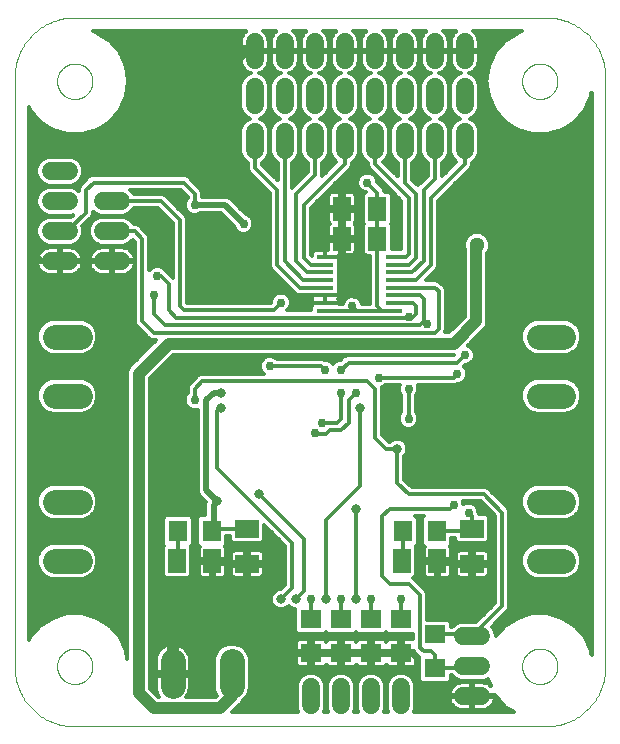
<source format=gbl>
G75*
%MOIN*%
%OFA0B0*%
%FSLAX25Y25*%
%IPPOS*%
%LPD*%
%AMOC8*
5,1,8,0,0,1.08239X$1,22.5*
%
%ADD10C,0.00000*%
%ADD11C,0.06000*%
%ADD12R,0.05906X0.07874*%
%ADD13R,0.07874X0.05906*%
%ADD14R,0.05800X0.01400*%
%ADD15C,0.08268*%
%ADD16R,0.07098X0.06299*%
%ADD17R,0.06299X0.07098*%
%ADD18C,0.01200*%
%ADD19C,0.05000*%
%ADD20C,0.04000*%
%ADD21C,0.02978*%
%ADD22C,0.02000*%
%ADD23C,0.05118*%
%ADD24C,0.03175*%
D10*
X0007850Y0024870D02*
X0007850Y0221720D01*
X0007856Y0222196D01*
X0007873Y0222671D01*
X0007902Y0223146D01*
X0007942Y0223620D01*
X0007994Y0224093D01*
X0008057Y0224564D01*
X0008131Y0225034D01*
X0008217Y0225502D01*
X0008314Y0225968D01*
X0008422Y0226431D01*
X0008541Y0226891D01*
X0008672Y0227349D01*
X0008813Y0227803D01*
X0008966Y0228254D01*
X0009129Y0228700D01*
X0009303Y0229143D01*
X0009488Y0229581D01*
X0009683Y0230015D01*
X0009889Y0230444D01*
X0010105Y0230868D01*
X0010331Y0231287D01*
X0010567Y0231700D01*
X0010813Y0232107D01*
X0011069Y0232508D01*
X0011335Y0232902D01*
X0011610Y0233291D01*
X0011894Y0233672D01*
X0012187Y0234046D01*
X0012489Y0234414D01*
X0012801Y0234774D01*
X0013120Y0235126D01*
X0013448Y0235470D01*
X0013785Y0235807D01*
X0014129Y0236135D01*
X0014481Y0236454D01*
X0014841Y0236766D01*
X0015209Y0237068D01*
X0015583Y0237361D01*
X0015964Y0237645D01*
X0016353Y0237920D01*
X0016747Y0238186D01*
X0017148Y0238442D01*
X0017555Y0238688D01*
X0017968Y0238924D01*
X0018387Y0239150D01*
X0018811Y0239366D01*
X0019240Y0239572D01*
X0019674Y0239767D01*
X0020112Y0239952D01*
X0020555Y0240126D01*
X0021001Y0240289D01*
X0021452Y0240442D01*
X0021906Y0240583D01*
X0022364Y0240714D01*
X0022824Y0240833D01*
X0023287Y0240941D01*
X0023753Y0241038D01*
X0024221Y0241124D01*
X0024691Y0241198D01*
X0025162Y0241261D01*
X0025635Y0241313D01*
X0026109Y0241353D01*
X0026584Y0241382D01*
X0027059Y0241399D01*
X0027535Y0241405D01*
X0027535Y0241406D02*
X0185015Y0241406D01*
X0185015Y0241405D02*
X0185491Y0241399D01*
X0185966Y0241382D01*
X0186441Y0241353D01*
X0186915Y0241313D01*
X0187388Y0241261D01*
X0187859Y0241198D01*
X0188329Y0241124D01*
X0188797Y0241038D01*
X0189263Y0240941D01*
X0189726Y0240833D01*
X0190186Y0240714D01*
X0190644Y0240583D01*
X0191098Y0240442D01*
X0191549Y0240289D01*
X0191995Y0240126D01*
X0192438Y0239952D01*
X0192876Y0239767D01*
X0193310Y0239572D01*
X0193739Y0239366D01*
X0194163Y0239150D01*
X0194582Y0238924D01*
X0194995Y0238688D01*
X0195402Y0238442D01*
X0195803Y0238186D01*
X0196197Y0237920D01*
X0196586Y0237645D01*
X0196967Y0237361D01*
X0197341Y0237068D01*
X0197709Y0236766D01*
X0198069Y0236454D01*
X0198421Y0236135D01*
X0198765Y0235807D01*
X0199102Y0235470D01*
X0199430Y0235126D01*
X0199749Y0234774D01*
X0200061Y0234414D01*
X0200363Y0234046D01*
X0200656Y0233672D01*
X0200940Y0233291D01*
X0201215Y0232902D01*
X0201481Y0232508D01*
X0201737Y0232107D01*
X0201983Y0231700D01*
X0202219Y0231287D01*
X0202445Y0230868D01*
X0202661Y0230444D01*
X0202867Y0230015D01*
X0203062Y0229581D01*
X0203247Y0229143D01*
X0203421Y0228700D01*
X0203584Y0228254D01*
X0203737Y0227803D01*
X0203878Y0227349D01*
X0204009Y0226891D01*
X0204128Y0226431D01*
X0204236Y0225968D01*
X0204333Y0225502D01*
X0204419Y0225034D01*
X0204493Y0224564D01*
X0204556Y0224093D01*
X0204608Y0223620D01*
X0204648Y0223146D01*
X0204677Y0222671D01*
X0204694Y0222196D01*
X0204700Y0221720D01*
X0204700Y0024870D01*
X0204694Y0024394D01*
X0204677Y0023919D01*
X0204648Y0023444D01*
X0204608Y0022970D01*
X0204556Y0022497D01*
X0204493Y0022026D01*
X0204419Y0021556D01*
X0204333Y0021088D01*
X0204236Y0020622D01*
X0204128Y0020159D01*
X0204009Y0019699D01*
X0203878Y0019241D01*
X0203737Y0018787D01*
X0203584Y0018336D01*
X0203421Y0017890D01*
X0203247Y0017447D01*
X0203062Y0017009D01*
X0202867Y0016575D01*
X0202661Y0016146D01*
X0202445Y0015722D01*
X0202219Y0015303D01*
X0201983Y0014890D01*
X0201737Y0014483D01*
X0201481Y0014082D01*
X0201215Y0013688D01*
X0200940Y0013299D01*
X0200656Y0012918D01*
X0200363Y0012544D01*
X0200061Y0012176D01*
X0199749Y0011816D01*
X0199430Y0011464D01*
X0199102Y0011120D01*
X0198765Y0010783D01*
X0198421Y0010455D01*
X0198069Y0010136D01*
X0197709Y0009824D01*
X0197341Y0009522D01*
X0196967Y0009229D01*
X0196586Y0008945D01*
X0196197Y0008670D01*
X0195803Y0008404D01*
X0195402Y0008148D01*
X0194995Y0007902D01*
X0194582Y0007666D01*
X0194163Y0007440D01*
X0193739Y0007224D01*
X0193310Y0007018D01*
X0192876Y0006823D01*
X0192438Y0006638D01*
X0191995Y0006464D01*
X0191549Y0006301D01*
X0191098Y0006148D01*
X0190644Y0006007D01*
X0190186Y0005876D01*
X0189726Y0005757D01*
X0189263Y0005649D01*
X0188797Y0005552D01*
X0188329Y0005466D01*
X0187859Y0005392D01*
X0187388Y0005329D01*
X0186915Y0005277D01*
X0186441Y0005237D01*
X0185966Y0005208D01*
X0185491Y0005191D01*
X0185015Y0005185D01*
X0027535Y0005185D01*
X0027059Y0005191D01*
X0026584Y0005208D01*
X0026109Y0005237D01*
X0025635Y0005277D01*
X0025162Y0005329D01*
X0024691Y0005392D01*
X0024221Y0005466D01*
X0023753Y0005552D01*
X0023287Y0005649D01*
X0022824Y0005757D01*
X0022364Y0005876D01*
X0021906Y0006007D01*
X0021452Y0006148D01*
X0021001Y0006301D01*
X0020555Y0006464D01*
X0020112Y0006638D01*
X0019674Y0006823D01*
X0019240Y0007018D01*
X0018811Y0007224D01*
X0018387Y0007440D01*
X0017968Y0007666D01*
X0017555Y0007902D01*
X0017148Y0008148D01*
X0016747Y0008404D01*
X0016353Y0008670D01*
X0015964Y0008945D01*
X0015583Y0009229D01*
X0015209Y0009522D01*
X0014841Y0009824D01*
X0014481Y0010136D01*
X0014129Y0010455D01*
X0013785Y0010783D01*
X0013448Y0011120D01*
X0013120Y0011464D01*
X0012801Y0011816D01*
X0012489Y0012176D01*
X0012187Y0012544D01*
X0011894Y0012918D01*
X0011610Y0013299D01*
X0011335Y0013688D01*
X0011069Y0014082D01*
X0010813Y0014483D01*
X0010567Y0014890D01*
X0010331Y0015303D01*
X0010105Y0015722D01*
X0009889Y0016146D01*
X0009683Y0016575D01*
X0009488Y0017009D01*
X0009303Y0017447D01*
X0009129Y0017890D01*
X0008966Y0018336D01*
X0008813Y0018787D01*
X0008672Y0019241D01*
X0008541Y0019699D01*
X0008422Y0020159D01*
X0008314Y0020622D01*
X0008217Y0021088D01*
X0008131Y0021556D01*
X0008057Y0022026D01*
X0007994Y0022497D01*
X0007942Y0022970D01*
X0007902Y0023444D01*
X0007873Y0023919D01*
X0007856Y0024394D01*
X0007850Y0024870D01*
X0021944Y0025185D02*
X0021946Y0025338D01*
X0021952Y0025492D01*
X0021962Y0025645D01*
X0021976Y0025797D01*
X0021994Y0025950D01*
X0022016Y0026101D01*
X0022041Y0026252D01*
X0022071Y0026403D01*
X0022105Y0026553D01*
X0022142Y0026701D01*
X0022183Y0026849D01*
X0022228Y0026995D01*
X0022277Y0027141D01*
X0022330Y0027285D01*
X0022386Y0027427D01*
X0022446Y0027568D01*
X0022510Y0027708D01*
X0022577Y0027846D01*
X0022648Y0027982D01*
X0022723Y0028116D01*
X0022800Y0028248D01*
X0022882Y0028378D01*
X0022966Y0028506D01*
X0023054Y0028632D01*
X0023145Y0028755D01*
X0023239Y0028876D01*
X0023337Y0028994D01*
X0023437Y0029110D01*
X0023541Y0029223D01*
X0023647Y0029334D01*
X0023756Y0029442D01*
X0023868Y0029547D01*
X0023982Y0029648D01*
X0024100Y0029747D01*
X0024219Y0029843D01*
X0024341Y0029936D01*
X0024466Y0030025D01*
X0024593Y0030112D01*
X0024722Y0030194D01*
X0024853Y0030274D01*
X0024986Y0030350D01*
X0025121Y0030423D01*
X0025258Y0030492D01*
X0025397Y0030557D01*
X0025537Y0030619D01*
X0025679Y0030677D01*
X0025822Y0030732D01*
X0025967Y0030783D01*
X0026113Y0030830D01*
X0026260Y0030873D01*
X0026408Y0030912D01*
X0026557Y0030948D01*
X0026707Y0030979D01*
X0026858Y0031007D01*
X0027009Y0031031D01*
X0027162Y0031051D01*
X0027314Y0031067D01*
X0027467Y0031079D01*
X0027620Y0031087D01*
X0027773Y0031091D01*
X0027927Y0031091D01*
X0028080Y0031087D01*
X0028233Y0031079D01*
X0028386Y0031067D01*
X0028538Y0031051D01*
X0028691Y0031031D01*
X0028842Y0031007D01*
X0028993Y0030979D01*
X0029143Y0030948D01*
X0029292Y0030912D01*
X0029440Y0030873D01*
X0029587Y0030830D01*
X0029733Y0030783D01*
X0029878Y0030732D01*
X0030021Y0030677D01*
X0030163Y0030619D01*
X0030303Y0030557D01*
X0030442Y0030492D01*
X0030579Y0030423D01*
X0030714Y0030350D01*
X0030847Y0030274D01*
X0030978Y0030194D01*
X0031107Y0030112D01*
X0031234Y0030025D01*
X0031359Y0029936D01*
X0031481Y0029843D01*
X0031600Y0029747D01*
X0031718Y0029648D01*
X0031832Y0029547D01*
X0031944Y0029442D01*
X0032053Y0029334D01*
X0032159Y0029223D01*
X0032263Y0029110D01*
X0032363Y0028994D01*
X0032461Y0028876D01*
X0032555Y0028755D01*
X0032646Y0028632D01*
X0032734Y0028506D01*
X0032818Y0028378D01*
X0032900Y0028248D01*
X0032977Y0028116D01*
X0033052Y0027982D01*
X0033123Y0027846D01*
X0033190Y0027708D01*
X0033254Y0027568D01*
X0033314Y0027427D01*
X0033370Y0027285D01*
X0033423Y0027141D01*
X0033472Y0026995D01*
X0033517Y0026849D01*
X0033558Y0026701D01*
X0033595Y0026553D01*
X0033629Y0026403D01*
X0033659Y0026252D01*
X0033684Y0026101D01*
X0033706Y0025950D01*
X0033724Y0025797D01*
X0033738Y0025645D01*
X0033748Y0025492D01*
X0033754Y0025338D01*
X0033756Y0025185D01*
X0033754Y0025032D01*
X0033748Y0024878D01*
X0033738Y0024725D01*
X0033724Y0024573D01*
X0033706Y0024420D01*
X0033684Y0024269D01*
X0033659Y0024118D01*
X0033629Y0023967D01*
X0033595Y0023817D01*
X0033558Y0023669D01*
X0033517Y0023521D01*
X0033472Y0023375D01*
X0033423Y0023229D01*
X0033370Y0023085D01*
X0033314Y0022943D01*
X0033254Y0022802D01*
X0033190Y0022662D01*
X0033123Y0022524D01*
X0033052Y0022388D01*
X0032977Y0022254D01*
X0032900Y0022122D01*
X0032818Y0021992D01*
X0032734Y0021864D01*
X0032646Y0021738D01*
X0032555Y0021615D01*
X0032461Y0021494D01*
X0032363Y0021376D01*
X0032263Y0021260D01*
X0032159Y0021147D01*
X0032053Y0021036D01*
X0031944Y0020928D01*
X0031832Y0020823D01*
X0031718Y0020722D01*
X0031600Y0020623D01*
X0031481Y0020527D01*
X0031359Y0020434D01*
X0031234Y0020345D01*
X0031107Y0020258D01*
X0030978Y0020176D01*
X0030847Y0020096D01*
X0030714Y0020020D01*
X0030579Y0019947D01*
X0030442Y0019878D01*
X0030303Y0019813D01*
X0030163Y0019751D01*
X0030021Y0019693D01*
X0029878Y0019638D01*
X0029733Y0019587D01*
X0029587Y0019540D01*
X0029440Y0019497D01*
X0029292Y0019458D01*
X0029143Y0019422D01*
X0028993Y0019391D01*
X0028842Y0019363D01*
X0028691Y0019339D01*
X0028538Y0019319D01*
X0028386Y0019303D01*
X0028233Y0019291D01*
X0028080Y0019283D01*
X0027927Y0019279D01*
X0027773Y0019279D01*
X0027620Y0019283D01*
X0027467Y0019291D01*
X0027314Y0019303D01*
X0027162Y0019319D01*
X0027009Y0019339D01*
X0026858Y0019363D01*
X0026707Y0019391D01*
X0026557Y0019422D01*
X0026408Y0019458D01*
X0026260Y0019497D01*
X0026113Y0019540D01*
X0025967Y0019587D01*
X0025822Y0019638D01*
X0025679Y0019693D01*
X0025537Y0019751D01*
X0025397Y0019813D01*
X0025258Y0019878D01*
X0025121Y0019947D01*
X0024986Y0020020D01*
X0024853Y0020096D01*
X0024722Y0020176D01*
X0024593Y0020258D01*
X0024466Y0020345D01*
X0024341Y0020434D01*
X0024219Y0020527D01*
X0024100Y0020623D01*
X0023982Y0020722D01*
X0023868Y0020823D01*
X0023756Y0020928D01*
X0023647Y0021036D01*
X0023541Y0021147D01*
X0023437Y0021260D01*
X0023337Y0021376D01*
X0023239Y0021494D01*
X0023145Y0021615D01*
X0023054Y0021738D01*
X0022966Y0021864D01*
X0022882Y0021992D01*
X0022800Y0022122D01*
X0022723Y0022254D01*
X0022648Y0022388D01*
X0022577Y0022524D01*
X0022510Y0022662D01*
X0022446Y0022802D01*
X0022386Y0022943D01*
X0022330Y0023085D01*
X0022277Y0023229D01*
X0022228Y0023375D01*
X0022183Y0023521D01*
X0022142Y0023669D01*
X0022105Y0023817D01*
X0022071Y0023967D01*
X0022041Y0024118D01*
X0022016Y0024269D01*
X0021994Y0024420D01*
X0021976Y0024573D01*
X0021962Y0024725D01*
X0021952Y0024878D01*
X0021946Y0025032D01*
X0021944Y0025185D01*
X0176944Y0025185D02*
X0176946Y0025338D01*
X0176952Y0025492D01*
X0176962Y0025645D01*
X0176976Y0025797D01*
X0176994Y0025950D01*
X0177016Y0026101D01*
X0177041Y0026252D01*
X0177071Y0026403D01*
X0177105Y0026553D01*
X0177142Y0026701D01*
X0177183Y0026849D01*
X0177228Y0026995D01*
X0177277Y0027141D01*
X0177330Y0027285D01*
X0177386Y0027427D01*
X0177446Y0027568D01*
X0177510Y0027708D01*
X0177577Y0027846D01*
X0177648Y0027982D01*
X0177723Y0028116D01*
X0177800Y0028248D01*
X0177882Y0028378D01*
X0177966Y0028506D01*
X0178054Y0028632D01*
X0178145Y0028755D01*
X0178239Y0028876D01*
X0178337Y0028994D01*
X0178437Y0029110D01*
X0178541Y0029223D01*
X0178647Y0029334D01*
X0178756Y0029442D01*
X0178868Y0029547D01*
X0178982Y0029648D01*
X0179100Y0029747D01*
X0179219Y0029843D01*
X0179341Y0029936D01*
X0179466Y0030025D01*
X0179593Y0030112D01*
X0179722Y0030194D01*
X0179853Y0030274D01*
X0179986Y0030350D01*
X0180121Y0030423D01*
X0180258Y0030492D01*
X0180397Y0030557D01*
X0180537Y0030619D01*
X0180679Y0030677D01*
X0180822Y0030732D01*
X0180967Y0030783D01*
X0181113Y0030830D01*
X0181260Y0030873D01*
X0181408Y0030912D01*
X0181557Y0030948D01*
X0181707Y0030979D01*
X0181858Y0031007D01*
X0182009Y0031031D01*
X0182162Y0031051D01*
X0182314Y0031067D01*
X0182467Y0031079D01*
X0182620Y0031087D01*
X0182773Y0031091D01*
X0182927Y0031091D01*
X0183080Y0031087D01*
X0183233Y0031079D01*
X0183386Y0031067D01*
X0183538Y0031051D01*
X0183691Y0031031D01*
X0183842Y0031007D01*
X0183993Y0030979D01*
X0184143Y0030948D01*
X0184292Y0030912D01*
X0184440Y0030873D01*
X0184587Y0030830D01*
X0184733Y0030783D01*
X0184878Y0030732D01*
X0185021Y0030677D01*
X0185163Y0030619D01*
X0185303Y0030557D01*
X0185442Y0030492D01*
X0185579Y0030423D01*
X0185714Y0030350D01*
X0185847Y0030274D01*
X0185978Y0030194D01*
X0186107Y0030112D01*
X0186234Y0030025D01*
X0186359Y0029936D01*
X0186481Y0029843D01*
X0186600Y0029747D01*
X0186718Y0029648D01*
X0186832Y0029547D01*
X0186944Y0029442D01*
X0187053Y0029334D01*
X0187159Y0029223D01*
X0187263Y0029110D01*
X0187363Y0028994D01*
X0187461Y0028876D01*
X0187555Y0028755D01*
X0187646Y0028632D01*
X0187734Y0028506D01*
X0187818Y0028378D01*
X0187900Y0028248D01*
X0187977Y0028116D01*
X0188052Y0027982D01*
X0188123Y0027846D01*
X0188190Y0027708D01*
X0188254Y0027568D01*
X0188314Y0027427D01*
X0188370Y0027285D01*
X0188423Y0027141D01*
X0188472Y0026995D01*
X0188517Y0026849D01*
X0188558Y0026701D01*
X0188595Y0026553D01*
X0188629Y0026403D01*
X0188659Y0026252D01*
X0188684Y0026101D01*
X0188706Y0025950D01*
X0188724Y0025797D01*
X0188738Y0025645D01*
X0188748Y0025492D01*
X0188754Y0025338D01*
X0188756Y0025185D01*
X0188754Y0025032D01*
X0188748Y0024878D01*
X0188738Y0024725D01*
X0188724Y0024573D01*
X0188706Y0024420D01*
X0188684Y0024269D01*
X0188659Y0024118D01*
X0188629Y0023967D01*
X0188595Y0023817D01*
X0188558Y0023669D01*
X0188517Y0023521D01*
X0188472Y0023375D01*
X0188423Y0023229D01*
X0188370Y0023085D01*
X0188314Y0022943D01*
X0188254Y0022802D01*
X0188190Y0022662D01*
X0188123Y0022524D01*
X0188052Y0022388D01*
X0187977Y0022254D01*
X0187900Y0022122D01*
X0187818Y0021992D01*
X0187734Y0021864D01*
X0187646Y0021738D01*
X0187555Y0021615D01*
X0187461Y0021494D01*
X0187363Y0021376D01*
X0187263Y0021260D01*
X0187159Y0021147D01*
X0187053Y0021036D01*
X0186944Y0020928D01*
X0186832Y0020823D01*
X0186718Y0020722D01*
X0186600Y0020623D01*
X0186481Y0020527D01*
X0186359Y0020434D01*
X0186234Y0020345D01*
X0186107Y0020258D01*
X0185978Y0020176D01*
X0185847Y0020096D01*
X0185714Y0020020D01*
X0185579Y0019947D01*
X0185442Y0019878D01*
X0185303Y0019813D01*
X0185163Y0019751D01*
X0185021Y0019693D01*
X0184878Y0019638D01*
X0184733Y0019587D01*
X0184587Y0019540D01*
X0184440Y0019497D01*
X0184292Y0019458D01*
X0184143Y0019422D01*
X0183993Y0019391D01*
X0183842Y0019363D01*
X0183691Y0019339D01*
X0183538Y0019319D01*
X0183386Y0019303D01*
X0183233Y0019291D01*
X0183080Y0019283D01*
X0182927Y0019279D01*
X0182773Y0019279D01*
X0182620Y0019283D01*
X0182467Y0019291D01*
X0182314Y0019303D01*
X0182162Y0019319D01*
X0182009Y0019339D01*
X0181858Y0019363D01*
X0181707Y0019391D01*
X0181557Y0019422D01*
X0181408Y0019458D01*
X0181260Y0019497D01*
X0181113Y0019540D01*
X0180967Y0019587D01*
X0180822Y0019638D01*
X0180679Y0019693D01*
X0180537Y0019751D01*
X0180397Y0019813D01*
X0180258Y0019878D01*
X0180121Y0019947D01*
X0179986Y0020020D01*
X0179853Y0020096D01*
X0179722Y0020176D01*
X0179593Y0020258D01*
X0179466Y0020345D01*
X0179341Y0020434D01*
X0179219Y0020527D01*
X0179100Y0020623D01*
X0178982Y0020722D01*
X0178868Y0020823D01*
X0178756Y0020928D01*
X0178647Y0021036D01*
X0178541Y0021147D01*
X0178437Y0021260D01*
X0178337Y0021376D01*
X0178239Y0021494D01*
X0178145Y0021615D01*
X0178054Y0021738D01*
X0177966Y0021864D01*
X0177882Y0021992D01*
X0177800Y0022122D01*
X0177723Y0022254D01*
X0177648Y0022388D01*
X0177577Y0022524D01*
X0177510Y0022662D01*
X0177446Y0022802D01*
X0177386Y0022943D01*
X0177330Y0023085D01*
X0177277Y0023229D01*
X0177228Y0023375D01*
X0177183Y0023521D01*
X0177142Y0023669D01*
X0177105Y0023817D01*
X0177071Y0023967D01*
X0177041Y0024118D01*
X0177016Y0024269D01*
X0176994Y0024420D01*
X0176976Y0024573D01*
X0176962Y0024725D01*
X0176952Y0024878D01*
X0176946Y0025032D01*
X0176944Y0025185D01*
X0176944Y0220185D02*
X0176946Y0220338D01*
X0176952Y0220492D01*
X0176962Y0220645D01*
X0176976Y0220797D01*
X0176994Y0220950D01*
X0177016Y0221101D01*
X0177041Y0221252D01*
X0177071Y0221403D01*
X0177105Y0221553D01*
X0177142Y0221701D01*
X0177183Y0221849D01*
X0177228Y0221995D01*
X0177277Y0222141D01*
X0177330Y0222285D01*
X0177386Y0222427D01*
X0177446Y0222568D01*
X0177510Y0222708D01*
X0177577Y0222846D01*
X0177648Y0222982D01*
X0177723Y0223116D01*
X0177800Y0223248D01*
X0177882Y0223378D01*
X0177966Y0223506D01*
X0178054Y0223632D01*
X0178145Y0223755D01*
X0178239Y0223876D01*
X0178337Y0223994D01*
X0178437Y0224110D01*
X0178541Y0224223D01*
X0178647Y0224334D01*
X0178756Y0224442D01*
X0178868Y0224547D01*
X0178982Y0224648D01*
X0179100Y0224747D01*
X0179219Y0224843D01*
X0179341Y0224936D01*
X0179466Y0225025D01*
X0179593Y0225112D01*
X0179722Y0225194D01*
X0179853Y0225274D01*
X0179986Y0225350D01*
X0180121Y0225423D01*
X0180258Y0225492D01*
X0180397Y0225557D01*
X0180537Y0225619D01*
X0180679Y0225677D01*
X0180822Y0225732D01*
X0180967Y0225783D01*
X0181113Y0225830D01*
X0181260Y0225873D01*
X0181408Y0225912D01*
X0181557Y0225948D01*
X0181707Y0225979D01*
X0181858Y0226007D01*
X0182009Y0226031D01*
X0182162Y0226051D01*
X0182314Y0226067D01*
X0182467Y0226079D01*
X0182620Y0226087D01*
X0182773Y0226091D01*
X0182927Y0226091D01*
X0183080Y0226087D01*
X0183233Y0226079D01*
X0183386Y0226067D01*
X0183538Y0226051D01*
X0183691Y0226031D01*
X0183842Y0226007D01*
X0183993Y0225979D01*
X0184143Y0225948D01*
X0184292Y0225912D01*
X0184440Y0225873D01*
X0184587Y0225830D01*
X0184733Y0225783D01*
X0184878Y0225732D01*
X0185021Y0225677D01*
X0185163Y0225619D01*
X0185303Y0225557D01*
X0185442Y0225492D01*
X0185579Y0225423D01*
X0185714Y0225350D01*
X0185847Y0225274D01*
X0185978Y0225194D01*
X0186107Y0225112D01*
X0186234Y0225025D01*
X0186359Y0224936D01*
X0186481Y0224843D01*
X0186600Y0224747D01*
X0186718Y0224648D01*
X0186832Y0224547D01*
X0186944Y0224442D01*
X0187053Y0224334D01*
X0187159Y0224223D01*
X0187263Y0224110D01*
X0187363Y0223994D01*
X0187461Y0223876D01*
X0187555Y0223755D01*
X0187646Y0223632D01*
X0187734Y0223506D01*
X0187818Y0223378D01*
X0187900Y0223248D01*
X0187977Y0223116D01*
X0188052Y0222982D01*
X0188123Y0222846D01*
X0188190Y0222708D01*
X0188254Y0222568D01*
X0188314Y0222427D01*
X0188370Y0222285D01*
X0188423Y0222141D01*
X0188472Y0221995D01*
X0188517Y0221849D01*
X0188558Y0221701D01*
X0188595Y0221553D01*
X0188629Y0221403D01*
X0188659Y0221252D01*
X0188684Y0221101D01*
X0188706Y0220950D01*
X0188724Y0220797D01*
X0188738Y0220645D01*
X0188748Y0220492D01*
X0188754Y0220338D01*
X0188756Y0220185D01*
X0188754Y0220032D01*
X0188748Y0219878D01*
X0188738Y0219725D01*
X0188724Y0219573D01*
X0188706Y0219420D01*
X0188684Y0219269D01*
X0188659Y0219118D01*
X0188629Y0218967D01*
X0188595Y0218817D01*
X0188558Y0218669D01*
X0188517Y0218521D01*
X0188472Y0218375D01*
X0188423Y0218229D01*
X0188370Y0218085D01*
X0188314Y0217943D01*
X0188254Y0217802D01*
X0188190Y0217662D01*
X0188123Y0217524D01*
X0188052Y0217388D01*
X0187977Y0217254D01*
X0187900Y0217122D01*
X0187818Y0216992D01*
X0187734Y0216864D01*
X0187646Y0216738D01*
X0187555Y0216615D01*
X0187461Y0216494D01*
X0187363Y0216376D01*
X0187263Y0216260D01*
X0187159Y0216147D01*
X0187053Y0216036D01*
X0186944Y0215928D01*
X0186832Y0215823D01*
X0186718Y0215722D01*
X0186600Y0215623D01*
X0186481Y0215527D01*
X0186359Y0215434D01*
X0186234Y0215345D01*
X0186107Y0215258D01*
X0185978Y0215176D01*
X0185847Y0215096D01*
X0185714Y0215020D01*
X0185579Y0214947D01*
X0185442Y0214878D01*
X0185303Y0214813D01*
X0185163Y0214751D01*
X0185021Y0214693D01*
X0184878Y0214638D01*
X0184733Y0214587D01*
X0184587Y0214540D01*
X0184440Y0214497D01*
X0184292Y0214458D01*
X0184143Y0214422D01*
X0183993Y0214391D01*
X0183842Y0214363D01*
X0183691Y0214339D01*
X0183538Y0214319D01*
X0183386Y0214303D01*
X0183233Y0214291D01*
X0183080Y0214283D01*
X0182927Y0214279D01*
X0182773Y0214279D01*
X0182620Y0214283D01*
X0182467Y0214291D01*
X0182314Y0214303D01*
X0182162Y0214319D01*
X0182009Y0214339D01*
X0181858Y0214363D01*
X0181707Y0214391D01*
X0181557Y0214422D01*
X0181408Y0214458D01*
X0181260Y0214497D01*
X0181113Y0214540D01*
X0180967Y0214587D01*
X0180822Y0214638D01*
X0180679Y0214693D01*
X0180537Y0214751D01*
X0180397Y0214813D01*
X0180258Y0214878D01*
X0180121Y0214947D01*
X0179986Y0215020D01*
X0179853Y0215096D01*
X0179722Y0215176D01*
X0179593Y0215258D01*
X0179466Y0215345D01*
X0179341Y0215434D01*
X0179219Y0215527D01*
X0179100Y0215623D01*
X0178982Y0215722D01*
X0178868Y0215823D01*
X0178756Y0215928D01*
X0178647Y0216036D01*
X0178541Y0216147D01*
X0178437Y0216260D01*
X0178337Y0216376D01*
X0178239Y0216494D01*
X0178145Y0216615D01*
X0178054Y0216738D01*
X0177966Y0216864D01*
X0177882Y0216992D01*
X0177800Y0217122D01*
X0177723Y0217254D01*
X0177648Y0217388D01*
X0177577Y0217524D01*
X0177510Y0217662D01*
X0177446Y0217802D01*
X0177386Y0217943D01*
X0177330Y0218085D01*
X0177277Y0218229D01*
X0177228Y0218375D01*
X0177183Y0218521D01*
X0177142Y0218669D01*
X0177105Y0218817D01*
X0177071Y0218967D01*
X0177041Y0219118D01*
X0177016Y0219269D01*
X0176994Y0219420D01*
X0176976Y0219573D01*
X0176962Y0219725D01*
X0176952Y0219878D01*
X0176946Y0220032D01*
X0176944Y0220185D01*
X0021944Y0220185D02*
X0021946Y0220338D01*
X0021952Y0220492D01*
X0021962Y0220645D01*
X0021976Y0220797D01*
X0021994Y0220950D01*
X0022016Y0221101D01*
X0022041Y0221252D01*
X0022071Y0221403D01*
X0022105Y0221553D01*
X0022142Y0221701D01*
X0022183Y0221849D01*
X0022228Y0221995D01*
X0022277Y0222141D01*
X0022330Y0222285D01*
X0022386Y0222427D01*
X0022446Y0222568D01*
X0022510Y0222708D01*
X0022577Y0222846D01*
X0022648Y0222982D01*
X0022723Y0223116D01*
X0022800Y0223248D01*
X0022882Y0223378D01*
X0022966Y0223506D01*
X0023054Y0223632D01*
X0023145Y0223755D01*
X0023239Y0223876D01*
X0023337Y0223994D01*
X0023437Y0224110D01*
X0023541Y0224223D01*
X0023647Y0224334D01*
X0023756Y0224442D01*
X0023868Y0224547D01*
X0023982Y0224648D01*
X0024100Y0224747D01*
X0024219Y0224843D01*
X0024341Y0224936D01*
X0024466Y0225025D01*
X0024593Y0225112D01*
X0024722Y0225194D01*
X0024853Y0225274D01*
X0024986Y0225350D01*
X0025121Y0225423D01*
X0025258Y0225492D01*
X0025397Y0225557D01*
X0025537Y0225619D01*
X0025679Y0225677D01*
X0025822Y0225732D01*
X0025967Y0225783D01*
X0026113Y0225830D01*
X0026260Y0225873D01*
X0026408Y0225912D01*
X0026557Y0225948D01*
X0026707Y0225979D01*
X0026858Y0226007D01*
X0027009Y0226031D01*
X0027162Y0226051D01*
X0027314Y0226067D01*
X0027467Y0226079D01*
X0027620Y0226087D01*
X0027773Y0226091D01*
X0027927Y0226091D01*
X0028080Y0226087D01*
X0028233Y0226079D01*
X0028386Y0226067D01*
X0028538Y0226051D01*
X0028691Y0226031D01*
X0028842Y0226007D01*
X0028993Y0225979D01*
X0029143Y0225948D01*
X0029292Y0225912D01*
X0029440Y0225873D01*
X0029587Y0225830D01*
X0029733Y0225783D01*
X0029878Y0225732D01*
X0030021Y0225677D01*
X0030163Y0225619D01*
X0030303Y0225557D01*
X0030442Y0225492D01*
X0030579Y0225423D01*
X0030714Y0225350D01*
X0030847Y0225274D01*
X0030978Y0225194D01*
X0031107Y0225112D01*
X0031234Y0225025D01*
X0031359Y0224936D01*
X0031481Y0224843D01*
X0031600Y0224747D01*
X0031718Y0224648D01*
X0031832Y0224547D01*
X0031944Y0224442D01*
X0032053Y0224334D01*
X0032159Y0224223D01*
X0032263Y0224110D01*
X0032363Y0223994D01*
X0032461Y0223876D01*
X0032555Y0223755D01*
X0032646Y0223632D01*
X0032734Y0223506D01*
X0032818Y0223378D01*
X0032900Y0223248D01*
X0032977Y0223116D01*
X0033052Y0222982D01*
X0033123Y0222846D01*
X0033190Y0222708D01*
X0033254Y0222568D01*
X0033314Y0222427D01*
X0033370Y0222285D01*
X0033423Y0222141D01*
X0033472Y0221995D01*
X0033517Y0221849D01*
X0033558Y0221701D01*
X0033595Y0221553D01*
X0033629Y0221403D01*
X0033659Y0221252D01*
X0033684Y0221101D01*
X0033706Y0220950D01*
X0033724Y0220797D01*
X0033738Y0220645D01*
X0033748Y0220492D01*
X0033754Y0220338D01*
X0033756Y0220185D01*
X0033754Y0220032D01*
X0033748Y0219878D01*
X0033738Y0219725D01*
X0033724Y0219573D01*
X0033706Y0219420D01*
X0033684Y0219269D01*
X0033659Y0219118D01*
X0033629Y0218967D01*
X0033595Y0218817D01*
X0033558Y0218669D01*
X0033517Y0218521D01*
X0033472Y0218375D01*
X0033423Y0218229D01*
X0033370Y0218085D01*
X0033314Y0217943D01*
X0033254Y0217802D01*
X0033190Y0217662D01*
X0033123Y0217524D01*
X0033052Y0217388D01*
X0032977Y0217254D01*
X0032900Y0217122D01*
X0032818Y0216992D01*
X0032734Y0216864D01*
X0032646Y0216738D01*
X0032555Y0216615D01*
X0032461Y0216494D01*
X0032363Y0216376D01*
X0032263Y0216260D01*
X0032159Y0216147D01*
X0032053Y0216036D01*
X0031944Y0215928D01*
X0031832Y0215823D01*
X0031718Y0215722D01*
X0031600Y0215623D01*
X0031481Y0215527D01*
X0031359Y0215434D01*
X0031234Y0215345D01*
X0031107Y0215258D01*
X0030978Y0215176D01*
X0030847Y0215096D01*
X0030714Y0215020D01*
X0030579Y0214947D01*
X0030442Y0214878D01*
X0030303Y0214813D01*
X0030163Y0214751D01*
X0030021Y0214693D01*
X0029878Y0214638D01*
X0029733Y0214587D01*
X0029587Y0214540D01*
X0029440Y0214497D01*
X0029292Y0214458D01*
X0029143Y0214422D01*
X0028993Y0214391D01*
X0028842Y0214363D01*
X0028691Y0214339D01*
X0028538Y0214319D01*
X0028386Y0214303D01*
X0028233Y0214291D01*
X0028080Y0214283D01*
X0027927Y0214279D01*
X0027773Y0214279D01*
X0027620Y0214283D01*
X0027467Y0214291D01*
X0027314Y0214303D01*
X0027162Y0214319D01*
X0027009Y0214339D01*
X0026858Y0214363D01*
X0026707Y0214391D01*
X0026557Y0214422D01*
X0026408Y0214458D01*
X0026260Y0214497D01*
X0026113Y0214540D01*
X0025967Y0214587D01*
X0025822Y0214638D01*
X0025679Y0214693D01*
X0025537Y0214751D01*
X0025397Y0214813D01*
X0025258Y0214878D01*
X0025121Y0214947D01*
X0024986Y0215020D01*
X0024853Y0215096D01*
X0024722Y0215176D01*
X0024593Y0215258D01*
X0024466Y0215345D01*
X0024341Y0215434D01*
X0024219Y0215527D01*
X0024100Y0215623D01*
X0023982Y0215722D01*
X0023868Y0215823D01*
X0023756Y0215928D01*
X0023647Y0216036D01*
X0023541Y0216147D01*
X0023437Y0216260D01*
X0023337Y0216376D01*
X0023239Y0216494D01*
X0023145Y0216615D01*
X0023054Y0216738D01*
X0022966Y0216864D01*
X0022882Y0216992D01*
X0022800Y0217122D01*
X0022723Y0217254D01*
X0022648Y0217388D01*
X0022577Y0217524D01*
X0022510Y0217662D01*
X0022446Y0217802D01*
X0022386Y0217943D01*
X0022330Y0218085D01*
X0022277Y0218229D01*
X0022228Y0218375D01*
X0022183Y0218521D01*
X0022142Y0218669D01*
X0022105Y0218817D01*
X0022071Y0218967D01*
X0022041Y0219118D01*
X0022016Y0219269D01*
X0021994Y0219420D01*
X0021976Y0219573D01*
X0021962Y0219725D01*
X0021952Y0219878D01*
X0021946Y0220032D01*
X0021944Y0220185D01*
D11*
X0019850Y0190185D02*
X0025850Y0190185D01*
X0025850Y0180185D02*
X0019850Y0180185D01*
X0019850Y0170185D02*
X0025850Y0170185D01*
X0025850Y0160185D02*
X0019850Y0160185D01*
X0037350Y0160185D02*
X0043350Y0160185D01*
X0043350Y0170185D02*
X0037350Y0170185D01*
X0037350Y0180185D02*
X0043350Y0180185D01*
X0087850Y0197185D02*
X0087850Y0203185D01*
X0087850Y0212185D02*
X0087850Y0218185D01*
X0087850Y0227185D02*
X0087850Y0233185D01*
X0097850Y0233185D02*
X0097850Y0227185D01*
X0097850Y0218185D02*
X0097850Y0212185D01*
X0097850Y0203185D02*
X0097850Y0197185D01*
X0107850Y0197185D02*
X0107850Y0203185D01*
X0107850Y0212185D02*
X0107850Y0218185D01*
X0107850Y0227185D02*
X0107850Y0233185D01*
X0117850Y0233185D02*
X0117850Y0227185D01*
X0117850Y0218185D02*
X0117850Y0212185D01*
X0117850Y0203185D02*
X0117850Y0197185D01*
X0127850Y0197185D02*
X0127850Y0203185D01*
X0127850Y0212185D02*
X0127850Y0218185D01*
X0127850Y0227185D02*
X0127850Y0233185D01*
X0137850Y0233185D02*
X0137850Y0227185D01*
X0137850Y0218185D02*
X0137850Y0212185D01*
X0137850Y0203185D02*
X0137850Y0197185D01*
X0147850Y0197185D02*
X0147850Y0203185D01*
X0147850Y0212185D02*
X0147850Y0218185D01*
X0147850Y0227185D02*
X0147850Y0233185D01*
X0157850Y0233185D02*
X0157850Y0227185D01*
X0157850Y0218185D02*
X0157850Y0212185D01*
X0157850Y0203185D02*
X0157850Y0197185D01*
X0157350Y0035185D02*
X0163350Y0035185D01*
X0163350Y0025185D02*
X0157350Y0025185D01*
X0157350Y0015185D02*
X0163350Y0015185D01*
X0136600Y0012185D02*
X0136600Y0018185D01*
X0126600Y0018185D02*
X0126600Y0012185D01*
X0116600Y0012185D02*
X0116600Y0018185D01*
X0106600Y0018185D02*
X0106600Y0012185D01*
D12*
X0136944Y0060185D03*
X0148756Y0060185D03*
X0073756Y0060185D03*
X0061944Y0060185D03*
X0116944Y0167685D03*
X0116944Y0177685D03*
X0128756Y0177685D03*
X0128756Y0167685D03*
D13*
X0160350Y0071091D03*
X0160350Y0059280D03*
X0085350Y0059280D03*
X0085350Y0071091D03*
D14*
X0111350Y0143685D03*
X0111350Y0146285D03*
X0111350Y0148885D03*
X0111350Y0151385D03*
X0111350Y0153985D03*
X0111350Y0156485D03*
X0111350Y0159085D03*
X0111350Y0161685D03*
X0134350Y0161685D03*
X0134350Y0159085D03*
X0134350Y0156485D03*
X0134350Y0153985D03*
X0134350Y0151385D03*
X0134350Y0148885D03*
X0134350Y0146285D03*
X0134350Y0143685D03*
D15*
X0182466Y0135028D02*
X0190734Y0135028D01*
X0190734Y0115343D02*
X0182466Y0115343D01*
X0182466Y0080028D02*
X0190734Y0080028D01*
X0190734Y0060343D02*
X0182466Y0060343D01*
X0080193Y0026819D02*
X0080193Y0018551D01*
X0060507Y0018551D02*
X0060507Y0026819D01*
X0029484Y0060343D02*
X0021216Y0060343D01*
X0021216Y0080028D02*
X0029484Y0080028D01*
X0029484Y0115343D02*
X0021216Y0115343D01*
X0021216Y0135028D02*
X0029484Y0135028D01*
D16*
X0106600Y0040783D03*
X0116600Y0040783D03*
X0126600Y0040783D03*
X0136600Y0040783D03*
X0136600Y0029587D03*
X0126600Y0029587D03*
X0116600Y0029587D03*
X0106600Y0029587D03*
X0147850Y0024587D03*
X0147850Y0035783D03*
D17*
X0148448Y0070185D03*
X0137252Y0070185D03*
X0073448Y0070185D03*
X0062252Y0070185D03*
D18*
X0062252Y0060492D01*
X0061944Y0060185D01*
X0057192Y0060317D02*
X0052900Y0060317D01*
X0052900Y0061515D02*
X0057192Y0061515D01*
X0057192Y0062714D02*
X0052900Y0062714D01*
X0052900Y0063912D02*
X0057192Y0063912D01*
X0057192Y0064868D02*
X0057192Y0055502D01*
X0058246Y0054448D01*
X0065643Y0054448D01*
X0066697Y0055502D01*
X0066697Y0064868D01*
X0066438Y0065127D01*
X0067201Y0065890D01*
X0067201Y0074480D01*
X0066147Y0075534D01*
X0058356Y0075534D01*
X0057302Y0074480D01*
X0057302Y0065890D01*
X0057758Y0065434D01*
X0057192Y0064868D01*
X0057435Y0065111D02*
X0052900Y0065111D01*
X0052900Y0066309D02*
X0057302Y0066309D01*
X0057302Y0067508D02*
X0052900Y0067508D01*
X0052900Y0068706D02*
X0057302Y0068706D01*
X0057302Y0069905D02*
X0052900Y0069905D01*
X0052900Y0071103D02*
X0057302Y0071103D01*
X0057302Y0072302D02*
X0052900Y0072302D01*
X0052900Y0073500D02*
X0057302Y0073500D01*
X0057521Y0074699D02*
X0052900Y0074699D01*
X0052900Y0075897D02*
X0071300Y0075897D01*
X0071300Y0075534D02*
X0069553Y0075534D01*
X0068499Y0074480D01*
X0068499Y0065890D01*
X0069435Y0064954D01*
X0069312Y0064740D01*
X0069203Y0064333D01*
X0069203Y0060785D01*
X0073155Y0060785D01*
X0073155Y0059585D01*
X0069203Y0059585D01*
X0069203Y0056037D01*
X0069312Y0055630D01*
X0069522Y0055266D01*
X0069820Y0054968D01*
X0070185Y0054757D01*
X0070592Y0054648D01*
X0073156Y0054648D01*
X0073156Y0059585D01*
X0074355Y0059585D01*
X0074355Y0054648D01*
X0076919Y0054648D01*
X0077326Y0054757D01*
X0077691Y0054968D01*
X0077989Y0055266D01*
X0078199Y0055630D01*
X0078308Y0056037D01*
X0078308Y0059585D01*
X0074356Y0059585D01*
X0074356Y0060785D01*
X0078308Y0060785D01*
X0078308Y0064333D01*
X0078199Y0064740D01*
X0077989Y0065104D01*
X0077800Y0065293D01*
X0078398Y0065890D01*
X0078398Y0068691D01*
X0079613Y0068691D01*
X0079613Y0067392D01*
X0080667Y0066338D01*
X0090033Y0066338D01*
X0091087Y0067392D01*
X0091087Y0072304D01*
X0097950Y0065441D01*
X0097950Y0052429D01*
X0096593Y0051072D01*
X0095926Y0051072D01*
X0094681Y0050557D01*
X0093728Y0049604D01*
X0093213Y0048359D01*
X0093213Y0047011D01*
X0093728Y0045766D01*
X0094681Y0044813D01*
X0095926Y0044298D01*
X0097274Y0044298D01*
X0098519Y0044813D01*
X0099100Y0045395D01*
X0099681Y0044813D01*
X0100926Y0044298D01*
X0101251Y0044298D01*
X0101251Y0036888D01*
X0102305Y0035834D01*
X0110895Y0035834D01*
X0111600Y0036539D01*
X0112305Y0035834D01*
X0120895Y0035834D01*
X0121600Y0036539D01*
X0122305Y0035834D01*
X0130895Y0035834D01*
X0131600Y0036539D01*
X0132305Y0035834D01*
X0140450Y0035834D01*
X0140450Y0034312D01*
X0140360Y0034336D01*
X0137200Y0034336D01*
X0137200Y0030187D01*
X0136000Y0030187D01*
X0136000Y0034336D01*
X0132840Y0034336D01*
X0132433Y0034227D01*
X0132068Y0034017D01*
X0131770Y0033719D01*
X0131600Y0033423D01*
X0131430Y0033719D01*
X0131132Y0034017D01*
X0130767Y0034227D01*
X0130360Y0034336D01*
X0127200Y0034336D01*
X0127200Y0030187D01*
X0126000Y0030187D01*
X0126000Y0034336D01*
X0122840Y0034336D01*
X0122433Y0034227D01*
X0122068Y0034017D01*
X0121770Y0033719D01*
X0121600Y0033423D01*
X0121430Y0033719D01*
X0121132Y0034017D01*
X0120767Y0034227D01*
X0120360Y0034336D01*
X0117200Y0034336D01*
X0117200Y0030187D01*
X0116000Y0030187D01*
X0116000Y0034336D01*
X0112840Y0034336D01*
X0112433Y0034227D01*
X0112068Y0034017D01*
X0111770Y0033719D01*
X0111600Y0033423D01*
X0111430Y0033719D01*
X0111132Y0034017D01*
X0110767Y0034227D01*
X0110360Y0034336D01*
X0107200Y0034336D01*
X0107200Y0030187D01*
X0106000Y0030187D01*
X0106000Y0034336D01*
X0102840Y0034336D01*
X0102433Y0034227D01*
X0102068Y0034017D01*
X0101770Y0033719D01*
X0101560Y0033354D01*
X0101451Y0032947D01*
X0101451Y0030187D01*
X0106000Y0030187D01*
X0106000Y0028987D01*
X0101451Y0028987D01*
X0101451Y0026226D01*
X0101560Y0025819D01*
X0101770Y0025455D01*
X0102068Y0025157D01*
X0102433Y0024946D01*
X0102840Y0024837D01*
X0106000Y0024837D01*
X0106000Y0028987D01*
X0107200Y0028987D01*
X0107200Y0030187D01*
X0111749Y0030187D01*
X0116000Y0030187D01*
X0116000Y0028987D01*
X0107200Y0028987D01*
X0107200Y0024837D01*
X0110360Y0024837D01*
X0110767Y0024946D01*
X0111132Y0025157D01*
X0111430Y0025455D01*
X0111600Y0025750D01*
X0111770Y0025455D01*
X0112068Y0025157D01*
X0112433Y0024946D01*
X0112840Y0024837D01*
X0116000Y0024837D01*
X0116000Y0028987D01*
X0117200Y0028987D01*
X0117200Y0030187D01*
X0121749Y0030187D01*
X0126000Y0030187D01*
X0126000Y0028987D01*
X0117200Y0028987D01*
X0117200Y0024837D01*
X0120360Y0024837D01*
X0120767Y0024946D01*
X0121132Y0025157D01*
X0121430Y0025455D01*
X0121600Y0025750D01*
X0121770Y0025455D01*
X0122068Y0025157D01*
X0122433Y0024946D01*
X0122840Y0024837D01*
X0126000Y0024837D01*
X0126000Y0028987D01*
X0127200Y0028987D01*
X0127200Y0030187D01*
X0131749Y0030187D01*
X0136000Y0030187D01*
X0136000Y0028987D01*
X0127200Y0028987D01*
X0127200Y0024837D01*
X0130360Y0024837D01*
X0130767Y0024946D01*
X0131132Y0025157D01*
X0131430Y0025455D01*
X0131600Y0025750D01*
X0131770Y0025455D01*
X0132068Y0025157D01*
X0132433Y0024946D01*
X0132840Y0024837D01*
X0136000Y0024837D01*
X0136000Y0028987D01*
X0137200Y0028987D01*
X0137200Y0030187D01*
X0140769Y0030187D01*
X0140815Y0030076D01*
X0141491Y0029400D01*
X0142065Y0028826D01*
X0142065Y0028826D01*
X0142501Y0028390D01*
X0142501Y0020691D01*
X0143555Y0019637D01*
X0152145Y0019637D01*
X0153199Y0020691D01*
X0153199Y0022187D01*
X0153560Y0022187D01*
X0154631Y0021116D01*
X0156395Y0020385D01*
X0164305Y0020385D01*
X0165659Y0020946D01*
X0165771Y0020170D01*
X0166528Y0018512D01*
X0166347Y0018694D01*
X0165761Y0019119D01*
X0165116Y0019448D01*
X0164427Y0019672D01*
X0163712Y0019785D01*
X0160750Y0019785D01*
X0160750Y0015585D01*
X0167865Y0015585D01*
X0167876Y0015562D01*
X0167876Y0015562D01*
X0171193Y0011733D01*
X0171193Y0011733D01*
X0174224Y0009785D01*
X0140801Y0009785D01*
X0141400Y0011230D01*
X0141400Y0019140D01*
X0140669Y0020904D01*
X0139319Y0022254D01*
X0137555Y0022985D01*
X0135645Y0022985D01*
X0133881Y0022254D01*
X0132531Y0020904D01*
X0131800Y0019140D01*
X0131800Y0011230D01*
X0132399Y0009785D01*
X0130801Y0009785D01*
X0131400Y0011230D01*
X0131400Y0019140D01*
X0130669Y0020904D01*
X0129319Y0022254D01*
X0127555Y0022985D01*
X0125645Y0022985D01*
X0123881Y0022254D01*
X0122531Y0020904D01*
X0121800Y0019140D01*
X0121800Y0011230D01*
X0122399Y0009785D01*
X0120801Y0009785D01*
X0121400Y0011230D01*
X0121400Y0019140D01*
X0120669Y0020904D01*
X0119319Y0022254D01*
X0117555Y0022985D01*
X0115645Y0022985D01*
X0113881Y0022254D01*
X0112531Y0020904D01*
X0111800Y0019140D01*
X0111800Y0011230D01*
X0112399Y0009785D01*
X0110801Y0009785D01*
X0111400Y0011230D01*
X0111400Y0019140D01*
X0110669Y0020904D01*
X0109319Y0022254D01*
X0107555Y0022985D01*
X0105645Y0022985D01*
X0103881Y0022254D01*
X0102531Y0020904D01*
X0101800Y0019140D01*
X0101800Y0011230D01*
X0102399Y0009785D01*
X0080324Y0009785D01*
X0083571Y0013033D01*
X0083929Y0013896D01*
X0085223Y0015190D01*
X0086126Y0017371D01*
X0086126Y0027999D01*
X0085223Y0030180D01*
X0083554Y0031849D01*
X0081373Y0032753D01*
X0079012Y0032753D01*
X0076831Y0031849D01*
X0075162Y0030180D01*
X0074259Y0027999D01*
X0074259Y0017371D01*
X0075109Y0015318D01*
X0074776Y0014985D01*
X0065004Y0014985D01*
X0065412Y0015546D01*
X0065821Y0016350D01*
X0066100Y0017208D01*
X0066241Y0018100D01*
X0066241Y0022085D01*
X0061108Y0022085D01*
X0061108Y0023285D01*
X0066241Y0023285D01*
X0066241Y0027270D01*
X0066100Y0028162D01*
X0065821Y0029020D01*
X0065412Y0029824D01*
X0064881Y0030554D01*
X0064243Y0031192D01*
X0063513Y0031723D01*
X0062709Y0032133D01*
X0061850Y0032412D01*
X0061107Y0032529D01*
X0061107Y0023285D01*
X0059907Y0023285D01*
X0059907Y0022085D01*
X0054774Y0022085D01*
X0054774Y0018100D01*
X0054915Y0017208D01*
X0055194Y0016350D01*
X0055603Y0015546D01*
X0056011Y0014985D01*
X0055674Y0014985D01*
X0052900Y0017759D01*
X0052900Y0121111D01*
X0060674Y0128885D01*
X0154406Y0128885D01*
X0154356Y0128835D01*
X0118623Y0128835D01*
X0117741Y0128470D01*
X0117065Y0127795D01*
X0116495Y0127224D01*
X0115946Y0127224D01*
X0114737Y0126723D01*
X0113928Y0125914D01*
X0113119Y0126723D01*
X0111910Y0127224D01*
X0111354Y0127224D01*
X0110483Y0127585D01*
X0095101Y0127585D01*
X0094713Y0127973D01*
X0093504Y0128474D01*
X0092196Y0128474D01*
X0090987Y0127973D01*
X0090062Y0127048D01*
X0089561Y0125839D01*
X0089561Y0124531D01*
X0090062Y0123322D01*
X0090799Y0122585D01*
X0069873Y0122585D01*
X0068991Y0122220D01*
X0065815Y0119045D01*
X0065450Y0118162D01*
X0065450Y0116186D01*
X0065062Y0115798D01*
X0064561Y0114589D01*
X0064561Y0113281D01*
X0065062Y0112072D01*
X0065987Y0111147D01*
X0067196Y0110646D01*
X0068504Y0110646D01*
X0068800Y0110769D01*
X0068800Y0083378D01*
X0069226Y0082349D01*
X0070014Y0081561D01*
X0071529Y0080046D01*
X0071300Y0079492D01*
X0071300Y0075534D01*
X0071300Y0077096D02*
X0052900Y0077096D01*
X0052900Y0078294D02*
X0071300Y0078294D01*
X0071300Y0079493D02*
X0052900Y0079493D01*
X0052900Y0080691D02*
X0070884Y0080691D01*
X0069685Y0081890D02*
X0052900Y0081890D01*
X0052900Y0083088D02*
X0068920Y0083088D01*
X0068800Y0084287D02*
X0052900Y0084287D01*
X0052900Y0085485D02*
X0068800Y0085485D01*
X0068800Y0086684D02*
X0052900Y0086684D01*
X0052900Y0087882D02*
X0068800Y0087882D01*
X0068800Y0089081D02*
X0052900Y0089081D01*
X0052900Y0090279D02*
X0068800Y0090279D01*
X0068800Y0091478D02*
X0052900Y0091478D01*
X0052900Y0092676D02*
X0068800Y0092676D01*
X0068800Y0093875D02*
X0052900Y0093875D01*
X0052900Y0095073D02*
X0068800Y0095073D01*
X0068800Y0096272D02*
X0052900Y0096272D01*
X0052900Y0097470D02*
X0068800Y0097470D01*
X0068800Y0098669D02*
X0052900Y0098669D01*
X0052900Y0099867D02*
X0068800Y0099867D01*
X0068800Y0101066D02*
X0052900Y0101066D01*
X0052900Y0102264D02*
X0068800Y0102264D01*
X0068800Y0103463D02*
X0052900Y0103463D01*
X0052900Y0104661D02*
X0068800Y0104661D01*
X0068800Y0105860D02*
X0052900Y0105860D01*
X0052900Y0107059D02*
X0068800Y0107059D01*
X0068800Y0108257D02*
X0052900Y0108257D01*
X0052900Y0109456D02*
X0068800Y0109456D01*
X0068800Y0110654D02*
X0068523Y0110654D01*
X0067177Y0110654D02*
X0052900Y0110654D01*
X0052900Y0111853D02*
X0065281Y0111853D01*
X0064656Y0113051D02*
X0052900Y0113051D01*
X0052900Y0114250D02*
X0064561Y0114250D01*
X0064917Y0115448D02*
X0052900Y0115448D01*
X0052900Y0116647D02*
X0065450Y0116647D01*
X0065450Y0117845D02*
X0052900Y0117845D01*
X0052900Y0119044D02*
X0065815Y0119044D01*
X0067013Y0120242D02*
X0052900Y0120242D01*
X0053230Y0121441D02*
X0068211Y0121441D01*
X0070350Y0120185D02*
X0067850Y0117685D01*
X0067850Y0113935D01*
X0070350Y0120185D02*
X0125350Y0120185D01*
X0127850Y0117685D01*
X0127850Y0101435D01*
X0131600Y0097685D01*
X0135350Y0097685D01*
X0135350Y0086435D01*
X0139100Y0082685D01*
X0164100Y0082685D01*
X0170350Y0076435D01*
X0170350Y0045185D01*
X0160350Y0035185D01*
X0159752Y0035783D01*
X0147850Y0035783D01*
X0145250Y0040733D02*
X0145250Y0049412D01*
X0144885Y0050295D01*
X0141135Y0054045D01*
X0140687Y0054492D01*
X0141697Y0055502D01*
X0141697Y0064868D01*
X0141438Y0065127D01*
X0142201Y0065890D01*
X0142201Y0074480D01*
X0141396Y0075285D01*
X0144304Y0075285D01*
X0143499Y0074480D01*
X0143499Y0065890D01*
X0144435Y0064954D01*
X0144312Y0064740D01*
X0144203Y0064333D01*
X0144203Y0060785D01*
X0148155Y0060785D01*
X0148155Y0059585D01*
X0144203Y0059585D01*
X0144203Y0056037D01*
X0144312Y0055630D01*
X0144522Y0055266D01*
X0144820Y0054968D01*
X0145185Y0054757D01*
X0145592Y0054648D01*
X0148156Y0054648D01*
X0148156Y0059585D01*
X0149355Y0059585D01*
X0149355Y0054648D01*
X0151919Y0054648D01*
X0152326Y0054757D01*
X0152691Y0054968D01*
X0152989Y0055266D01*
X0153199Y0055630D01*
X0153308Y0056037D01*
X0153308Y0059585D01*
X0149356Y0059585D01*
X0149356Y0060785D01*
X0153308Y0060785D01*
X0153308Y0064333D01*
X0153199Y0064740D01*
X0152989Y0065104D01*
X0152800Y0065293D01*
X0153398Y0065890D01*
X0153398Y0067785D01*
X0154613Y0067785D01*
X0154613Y0067392D01*
X0155667Y0066338D01*
X0165033Y0066338D01*
X0166087Y0067392D01*
X0166087Y0074789D01*
X0165033Y0075843D01*
X0162675Y0075843D01*
X0162389Y0076534D01*
X0162389Y0077089D01*
X0161888Y0078298D01*
X0160963Y0079223D01*
X0159754Y0079724D01*
X0158446Y0079724D01*
X0157389Y0079286D01*
X0157389Y0079589D01*
X0157101Y0080285D01*
X0163106Y0080285D01*
X0167950Y0075441D01*
X0167950Y0046179D01*
X0161756Y0039985D01*
X0156395Y0039985D01*
X0154631Y0039254D01*
X0153560Y0038183D01*
X0153199Y0038183D01*
X0153199Y0039679D01*
X0152145Y0040733D01*
X0145250Y0040733D01*
X0145250Y0041140D02*
X0162911Y0041140D01*
X0164110Y0042339D02*
X0145250Y0042339D01*
X0145250Y0043537D02*
X0165308Y0043537D01*
X0166507Y0044736D02*
X0145250Y0044736D01*
X0145250Y0045934D02*
X0167705Y0045934D01*
X0167950Y0047133D02*
X0145250Y0047133D01*
X0145250Y0048331D02*
X0167950Y0048331D01*
X0167950Y0049530D02*
X0145201Y0049530D01*
X0144451Y0050728D02*
X0167950Y0050728D01*
X0167950Y0051927D02*
X0143252Y0051927D01*
X0142054Y0053125D02*
X0167950Y0053125D01*
X0167950Y0054324D02*
X0140855Y0054324D01*
X0141697Y0055523D02*
X0144374Y0055523D01*
X0144203Y0056721D02*
X0141697Y0056721D01*
X0141697Y0057920D02*
X0144203Y0057920D01*
X0144203Y0059118D02*
X0141697Y0059118D01*
X0141697Y0060317D02*
X0148155Y0060317D01*
X0148756Y0060185D02*
X0144100Y0060185D01*
X0142459Y0061826D01*
X0141697Y0061515D02*
X0144203Y0061515D01*
X0144203Y0062714D02*
X0141697Y0062714D01*
X0141697Y0063912D02*
X0144203Y0063912D01*
X0144278Y0065111D02*
X0141454Y0065111D01*
X0142201Y0066309D02*
X0143499Y0066309D01*
X0143499Y0067508D02*
X0142201Y0067508D01*
X0142201Y0068706D02*
X0143499Y0068706D01*
X0143499Y0069905D02*
X0142201Y0069905D01*
X0142201Y0071103D02*
X0143499Y0071103D01*
X0143499Y0072302D02*
X0142201Y0072302D01*
X0142201Y0073500D02*
X0143499Y0073500D01*
X0143718Y0074699D02*
X0141982Y0074699D01*
X0137252Y0070185D02*
X0137252Y0060492D01*
X0136944Y0060185D01*
X0139100Y0052685D02*
X0132850Y0052685D01*
X0130350Y0055185D01*
X0130350Y0075185D01*
X0132850Y0077685D01*
X0152850Y0077685D01*
X0154100Y0078935D01*
X0157389Y0079493D02*
X0157887Y0079493D01*
X0160313Y0079493D02*
X0163898Y0079493D01*
X0165097Y0078294D02*
X0161890Y0078294D01*
X0162386Y0077096D02*
X0166295Y0077096D01*
X0167494Y0075897D02*
X0162653Y0075897D01*
X0160350Y0075185D02*
X0159100Y0076435D01*
X0160350Y0075185D02*
X0160350Y0071091D01*
X0159444Y0070185D01*
X0148448Y0070185D01*
X0152982Y0065111D02*
X0167950Y0065111D01*
X0167950Y0066309D02*
X0153398Y0066309D01*
X0153398Y0067508D02*
X0154613Y0067508D01*
X0153308Y0063912D02*
X0167950Y0063912D01*
X0167950Y0062714D02*
X0165814Y0062714D01*
X0165778Y0062850D02*
X0165567Y0063215D01*
X0165269Y0063513D01*
X0164905Y0063723D01*
X0164498Y0063832D01*
X0160950Y0063832D01*
X0160950Y0059880D01*
X0159750Y0059880D01*
X0159750Y0063832D01*
X0156202Y0063832D01*
X0155795Y0063723D01*
X0155431Y0063513D01*
X0155133Y0063215D01*
X0154922Y0062850D01*
X0154813Y0062443D01*
X0154813Y0059879D01*
X0159750Y0059879D01*
X0159750Y0058680D01*
X0154813Y0058680D01*
X0154813Y0056116D01*
X0154922Y0055709D01*
X0155133Y0055344D01*
X0155431Y0055046D01*
X0155795Y0054836D01*
X0156202Y0054727D01*
X0159750Y0054727D01*
X0159750Y0058679D01*
X0160950Y0058679D01*
X0160950Y0054727D01*
X0164498Y0054727D01*
X0164905Y0054836D01*
X0165269Y0055046D01*
X0165567Y0055344D01*
X0165778Y0055709D01*
X0165887Y0056116D01*
X0165887Y0058680D01*
X0160950Y0058680D01*
X0160950Y0059879D01*
X0165887Y0059879D01*
X0165887Y0062443D01*
X0165778Y0062850D01*
X0165887Y0061515D02*
X0167950Y0061515D01*
X0167950Y0060317D02*
X0165887Y0060317D01*
X0167950Y0059118D02*
X0160950Y0059118D01*
X0160350Y0059280D02*
X0149661Y0059280D01*
X0148756Y0060185D01*
X0149356Y0060317D02*
X0154813Y0060317D01*
X0154813Y0061515D02*
X0153308Y0061515D01*
X0153308Y0062714D02*
X0154886Y0062714D01*
X0153308Y0059118D02*
X0159750Y0059118D01*
X0159750Y0057920D02*
X0160950Y0057920D01*
X0160950Y0056721D02*
X0159750Y0056721D01*
X0159750Y0055523D02*
X0160950Y0055523D01*
X0165670Y0055523D02*
X0167950Y0055523D01*
X0167950Y0056721D02*
X0165887Y0056721D01*
X0165887Y0057920D02*
X0167950Y0057920D01*
X0172750Y0057920D02*
X0177047Y0057920D01*
X0177436Y0056981D02*
X0179105Y0055312D01*
X0181286Y0054409D01*
X0191914Y0054409D01*
X0194095Y0055312D01*
X0195764Y0056981D01*
X0196668Y0059162D01*
X0196668Y0061523D01*
X0195764Y0063704D01*
X0194095Y0065373D01*
X0191914Y0066276D01*
X0181286Y0066276D01*
X0179105Y0065373D01*
X0177436Y0063704D01*
X0176532Y0061523D01*
X0176532Y0059162D01*
X0177436Y0056981D01*
X0177696Y0056721D02*
X0172750Y0056721D01*
X0172750Y0055523D02*
X0178894Y0055523D01*
X0176551Y0059118D02*
X0172750Y0059118D01*
X0172750Y0060317D02*
X0176532Y0060317D01*
X0176532Y0061515D02*
X0172750Y0061515D01*
X0172750Y0062714D02*
X0177026Y0062714D01*
X0177644Y0063912D02*
X0172750Y0063912D01*
X0172750Y0065111D02*
X0178842Y0065111D01*
X0172750Y0066309D02*
X0200100Y0066309D01*
X0200100Y0065111D02*
X0194358Y0065111D01*
X0195556Y0063912D02*
X0200100Y0063912D01*
X0200100Y0062714D02*
X0196174Y0062714D01*
X0196668Y0061515D02*
X0200100Y0061515D01*
X0200100Y0060317D02*
X0196668Y0060317D01*
X0196649Y0059118D02*
X0200100Y0059118D01*
X0200100Y0057920D02*
X0196153Y0057920D01*
X0195504Y0056721D02*
X0200100Y0056721D01*
X0200100Y0055523D02*
X0194306Y0055523D01*
X0200100Y0054324D02*
X0172750Y0054324D01*
X0172750Y0053125D02*
X0200100Y0053125D01*
X0200100Y0051927D02*
X0172750Y0051927D01*
X0172750Y0050728D02*
X0200100Y0050728D01*
X0200100Y0049530D02*
X0172750Y0049530D01*
X0172750Y0048331D02*
X0200100Y0048331D01*
X0200100Y0047133D02*
X0172750Y0047133D01*
X0172750Y0045934D02*
X0200100Y0045934D01*
X0200100Y0044736D02*
X0172750Y0044736D01*
X0172750Y0044708D02*
X0172750Y0076912D01*
X0172385Y0077795D01*
X0171709Y0078470D01*
X0165459Y0084720D01*
X0164577Y0085085D01*
X0140094Y0085085D01*
X0137750Y0087429D01*
X0137750Y0095295D01*
X0138222Y0095766D01*
X0138737Y0097011D01*
X0138737Y0098359D01*
X0138222Y0099604D01*
X0137269Y0100557D01*
X0136024Y0101072D01*
X0134676Y0101072D01*
X0133431Y0100557D01*
X0132959Y0100085D01*
X0132594Y0100085D01*
X0130250Y0102429D01*
X0130250Y0118162D01*
X0130183Y0118324D01*
X0130963Y0118647D01*
X0131351Y0119035D01*
X0136099Y0119035D01*
X0135811Y0118339D01*
X0135811Y0117031D01*
X0136312Y0115822D01*
X0136700Y0115434D01*
X0136700Y0109936D01*
X0136312Y0109548D01*
X0135811Y0108339D01*
X0135811Y0107031D01*
X0136312Y0105822D01*
X0137237Y0104897D01*
X0138446Y0104396D01*
X0139754Y0104396D01*
X0140963Y0104897D01*
X0141888Y0105822D01*
X0142389Y0107031D01*
X0142389Y0108339D01*
X0141888Y0109548D01*
X0141500Y0109936D01*
X0141500Y0115434D01*
X0141888Y0115822D01*
X0142389Y0117031D01*
X0142389Y0118339D01*
X0142101Y0119035D01*
X0154577Y0119035D01*
X0155449Y0119396D01*
X0156004Y0119396D01*
X0157213Y0119897D01*
X0158138Y0120822D01*
X0158639Y0122031D01*
X0158639Y0123339D01*
X0158138Y0124548D01*
X0157498Y0125189D01*
X0157955Y0125646D01*
X0158504Y0125646D01*
X0159713Y0126147D01*
X0160638Y0127072D01*
X0161139Y0128281D01*
X0161139Y0129589D01*
X0160638Y0130798D01*
X0159713Y0131723D01*
X0158864Y0132075D01*
X0163753Y0136964D01*
X0164821Y0138033D01*
X0165400Y0139429D01*
X0165400Y0162820D01*
X0165645Y0163066D01*
X0166309Y0164668D01*
X0166309Y0166402D01*
X0165645Y0168004D01*
X0164419Y0169230D01*
X0162817Y0169894D01*
X0161083Y0169894D01*
X0159481Y0169230D01*
X0158255Y0168004D01*
X0157591Y0166402D01*
X0157591Y0164668D01*
X0157800Y0164163D01*
X0157800Y0141759D01*
X0152526Y0136485D01*
X0151201Y0136485D01*
X0151500Y0137208D01*
X0151500Y0150662D01*
X0151135Y0151545D01*
X0150459Y0152220D01*
X0149259Y0153420D01*
X0148377Y0153785D01*
X0144844Y0153785D01*
X0147959Y0156900D01*
X0147959Y0156900D01*
X0148635Y0157576D01*
X0149000Y0158458D01*
X0149000Y0180441D01*
X0159209Y0190650D01*
X0159885Y0191326D01*
X0160250Y0192208D01*
X0160250Y0192984D01*
X0160569Y0193116D01*
X0161919Y0194466D01*
X0162650Y0196230D01*
X0162650Y0204140D01*
X0161919Y0205904D01*
X0160569Y0207254D01*
X0159529Y0207685D01*
X0160569Y0208116D01*
X0161919Y0209466D01*
X0162650Y0211230D01*
X0162650Y0219140D01*
X0161919Y0220904D01*
X0160569Y0222254D01*
X0159246Y0222802D01*
X0159616Y0222922D01*
X0160261Y0223251D01*
X0160847Y0223676D01*
X0161359Y0224188D01*
X0161784Y0224774D01*
X0162113Y0225419D01*
X0162337Y0226108D01*
X0162450Y0226823D01*
X0162450Y0229785D01*
X0158250Y0229785D01*
X0158250Y0230585D01*
X0162450Y0230585D01*
X0162450Y0233547D01*
X0162337Y0234262D01*
X0162113Y0234951D01*
X0161784Y0235596D01*
X0161359Y0236182D01*
X0160847Y0236694D01*
X0160693Y0236806D01*
X0176917Y0236806D01*
X0175456Y0236376D01*
X0175456Y0236376D01*
X0171193Y0233637D01*
X0167876Y0229808D01*
X0165771Y0225200D01*
X0165771Y0225200D01*
X0165050Y0220185D01*
X0165771Y0215170D01*
X0167876Y0210562D01*
X0167876Y0210562D01*
X0171193Y0206733D01*
X0171193Y0206733D01*
X0175456Y0203994D01*
X0180317Y0202566D01*
X0185383Y0202566D01*
X0190244Y0203994D01*
X0190244Y0203994D01*
X0194506Y0206733D01*
X0194507Y0206733D02*
X0197824Y0210562D01*
X0199929Y0215170D01*
X0199929Y0215170D01*
X0200100Y0216363D01*
X0200100Y0029007D01*
X0199929Y0030200D01*
X0197824Y0034808D01*
X0197824Y0034808D01*
X0194507Y0038637D01*
X0194506Y0038637D01*
X0190244Y0041376D01*
X0185383Y0042804D01*
X0180317Y0042804D01*
X0175456Y0041376D01*
X0175456Y0041376D01*
X0171193Y0038637D01*
X0168150Y0035125D01*
X0168150Y0036140D01*
X0167419Y0037904D01*
X0166941Y0038382D01*
X0171709Y0043150D01*
X0172385Y0043826D01*
X0172750Y0044708D01*
X0172096Y0043537D02*
X0200100Y0043537D01*
X0200100Y0042339D02*
X0186967Y0042339D01*
X0190244Y0041376D02*
X0190244Y0041376D01*
X0190612Y0041140D02*
X0200100Y0041140D01*
X0200100Y0039942D02*
X0192477Y0039942D01*
X0194342Y0038743D02*
X0200100Y0038743D01*
X0200100Y0037545D02*
X0195453Y0037545D01*
X0196492Y0036346D02*
X0200100Y0036346D01*
X0200100Y0035148D02*
X0197530Y0035148D01*
X0198217Y0033949D02*
X0200100Y0033949D01*
X0200100Y0032751D02*
X0198764Y0032751D01*
X0199311Y0031552D02*
X0200100Y0031552D01*
X0200100Y0030354D02*
X0199859Y0030354D01*
X0199929Y0030200D02*
X0199929Y0030200D01*
X0200079Y0029155D02*
X0200100Y0029155D01*
X0178733Y0042339D02*
X0170898Y0042339D01*
X0169699Y0041140D02*
X0175088Y0041140D01*
X0173223Y0039942D02*
X0168501Y0039942D01*
X0167302Y0038743D02*
X0171358Y0038743D01*
X0171193Y0038637D02*
X0171193Y0038637D01*
X0171193Y0038637D01*
X0170247Y0037545D02*
X0167568Y0037545D01*
X0168064Y0036346D02*
X0169208Y0036346D01*
X0168170Y0035148D02*
X0168150Y0035148D01*
X0160350Y0025185D02*
X0159752Y0024587D01*
X0147850Y0024587D01*
X0147850Y0028935D01*
X0146600Y0030185D01*
X0144100Y0030185D01*
X0142850Y0031435D01*
X0142850Y0048935D01*
X0139100Y0052685D01*
X0136600Y0047685D02*
X0136600Y0040783D01*
X0131793Y0036346D02*
X0131407Y0036346D01*
X0131199Y0033949D02*
X0132001Y0033949D01*
X0136000Y0033949D02*
X0137200Y0033949D01*
X0137200Y0032751D02*
X0136000Y0032751D01*
X0136000Y0031552D02*
X0137200Y0031552D01*
X0137200Y0030354D02*
X0136000Y0030354D01*
X0136600Y0029587D02*
X0139698Y0029587D01*
X0141600Y0027685D01*
X0141600Y0020185D01*
X0146600Y0015185D01*
X0160350Y0015185D01*
X0160750Y0014785D02*
X0160750Y0010585D01*
X0163712Y0010585D01*
X0164427Y0010698D01*
X0165116Y0010922D01*
X0165761Y0011251D01*
X0166347Y0011676D01*
X0166859Y0012188D01*
X0167284Y0012774D01*
X0167613Y0013419D01*
X0167837Y0014108D01*
X0167944Y0014785D01*
X0160750Y0014785D01*
X0159950Y0014785D01*
X0159950Y0010585D01*
X0156988Y0010585D01*
X0156273Y0010698D01*
X0155584Y0010922D01*
X0154939Y0011251D01*
X0154353Y0011676D01*
X0153841Y0012188D01*
X0153416Y0012774D01*
X0153087Y0013419D01*
X0152863Y0014108D01*
X0152756Y0014785D01*
X0159950Y0014785D01*
X0159950Y0015585D01*
X0152756Y0015585D01*
X0152863Y0016262D01*
X0153087Y0016951D01*
X0153416Y0017596D01*
X0153841Y0018182D01*
X0154353Y0018694D01*
X0154939Y0019119D01*
X0155584Y0019448D01*
X0156273Y0019672D01*
X0156988Y0019785D01*
X0159950Y0019785D01*
X0159950Y0015585D01*
X0160750Y0015585D01*
X0160750Y0014785D01*
X0160750Y0014773D02*
X0159950Y0014773D01*
X0159950Y0013575D02*
X0160750Y0013575D01*
X0160750Y0012376D02*
X0159950Y0012376D01*
X0159950Y0011178D02*
X0160750Y0011178D01*
X0160750Y0015972D02*
X0159950Y0015972D01*
X0159950Y0017170D02*
X0160750Y0017170D01*
X0160750Y0018369D02*
X0159950Y0018369D01*
X0159950Y0019567D02*
X0160750Y0019567D01*
X0164749Y0019567D02*
X0166046Y0019567D01*
X0165771Y0020170D02*
X0165771Y0020170D01*
X0165685Y0020766D02*
X0165224Y0020766D01*
X0167942Y0014773D02*
X0168559Y0014773D01*
X0167663Y0013575D02*
X0169597Y0013575D01*
X0170636Y0012376D02*
X0166995Y0012376D01*
X0165617Y0011178D02*
X0172057Y0011178D01*
X0173922Y0009979D02*
X0140882Y0009979D01*
X0141378Y0011178D02*
X0155083Y0011178D01*
X0153705Y0012376D02*
X0141400Y0012376D01*
X0141400Y0013575D02*
X0153037Y0013575D01*
X0152758Y0014773D02*
X0141400Y0014773D01*
X0141400Y0015972D02*
X0152817Y0015972D01*
X0153199Y0017170D02*
X0141400Y0017170D01*
X0141400Y0018369D02*
X0154028Y0018369D01*
X0155951Y0019567D02*
X0141223Y0019567D01*
X0140727Y0020766D02*
X0142501Y0020766D01*
X0142501Y0021964D02*
X0139609Y0021964D01*
X0140360Y0024837D02*
X0137200Y0024837D01*
X0137200Y0028987D01*
X0141749Y0028987D01*
X0141749Y0026226D01*
X0141640Y0025819D01*
X0141430Y0025455D01*
X0141132Y0025157D01*
X0140767Y0024946D01*
X0140360Y0024837D01*
X0141490Y0025560D02*
X0142501Y0025560D01*
X0142501Y0026758D02*
X0141749Y0026758D01*
X0141749Y0027957D02*
X0142501Y0027957D01*
X0141736Y0029155D02*
X0137200Y0029155D01*
X0136600Y0029587D02*
X0126600Y0029587D01*
X0116600Y0029587D01*
X0106600Y0029587D01*
X0094698Y0029587D01*
X0089100Y0035185D01*
X0089100Y0046435D01*
X0085350Y0046435D02*
X0085350Y0059280D01*
X0074661Y0059280D01*
X0073756Y0060185D01*
X0074356Y0060317D02*
X0079813Y0060317D01*
X0079813Y0059879D02*
X0084750Y0059879D01*
X0084750Y0058680D01*
X0079813Y0058680D01*
X0079813Y0056116D01*
X0079922Y0055709D01*
X0080133Y0055344D01*
X0080431Y0055046D01*
X0080795Y0054836D01*
X0081202Y0054727D01*
X0084750Y0054727D01*
X0084750Y0058679D01*
X0085950Y0058679D01*
X0085950Y0054727D01*
X0089498Y0054727D01*
X0089905Y0054836D01*
X0090269Y0055046D01*
X0090567Y0055344D01*
X0090778Y0055709D01*
X0090887Y0056116D01*
X0090887Y0058680D01*
X0085950Y0058680D01*
X0085950Y0059879D01*
X0090887Y0059879D01*
X0090887Y0062443D01*
X0090778Y0062850D01*
X0090567Y0063215D01*
X0090269Y0063513D01*
X0089905Y0063723D01*
X0089498Y0063832D01*
X0085950Y0063832D01*
X0085950Y0059880D01*
X0084750Y0059880D01*
X0084750Y0063832D01*
X0081202Y0063832D01*
X0080795Y0063723D01*
X0080431Y0063513D01*
X0080133Y0063215D01*
X0079922Y0062850D01*
X0079813Y0062443D01*
X0079813Y0059879D01*
X0079813Y0061515D02*
X0078308Y0061515D01*
X0078308Y0062714D02*
X0079886Y0062714D01*
X0078308Y0063912D02*
X0097950Y0063912D01*
X0097950Y0062714D02*
X0090814Y0062714D01*
X0090887Y0061515D02*
X0097950Y0061515D01*
X0097950Y0060317D02*
X0090887Y0060317D01*
X0090887Y0057920D02*
X0097950Y0057920D01*
X0097950Y0059118D02*
X0085950Y0059118D01*
X0085950Y0057920D02*
X0084750Y0057920D01*
X0084750Y0059118D02*
X0078308Y0059118D01*
X0078308Y0057920D02*
X0079813Y0057920D01*
X0079813Y0056721D02*
X0078308Y0056721D01*
X0078137Y0055523D02*
X0080030Y0055523D01*
X0084750Y0055523D02*
X0085950Y0055523D01*
X0085950Y0056721D02*
X0084750Y0056721D01*
X0084750Y0060317D02*
X0085950Y0060317D01*
X0085950Y0061515D02*
X0084750Y0061515D01*
X0084750Y0062714D02*
X0085950Y0062714D01*
X0091087Y0067508D02*
X0095883Y0067508D01*
X0094685Y0068706D02*
X0091087Y0068706D01*
X0091087Y0069905D02*
X0093486Y0069905D01*
X0092288Y0071103D02*
X0091087Y0071103D01*
X0091087Y0072302D02*
X0091089Y0072302D01*
X0085350Y0071091D02*
X0074354Y0071091D01*
X0074100Y0070837D01*
X0073448Y0070185D01*
X0078398Y0067508D02*
X0079613Y0067508D01*
X0078398Y0066309D02*
X0097082Y0066309D01*
X0097950Y0065111D02*
X0077982Y0065111D01*
X0073155Y0060317D02*
X0066697Y0060317D01*
X0066697Y0061515D02*
X0069203Y0061515D01*
X0069203Y0062714D02*
X0066697Y0062714D01*
X0066697Y0063912D02*
X0069203Y0063912D01*
X0069278Y0065111D02*
X0066454Y0065111D01*
X0067201Y0066309D02*
X0068499Y0066309D01*
X0068499Y0067508D02*
X0067201Y0067508D01*
X0067201Y0068706D02*
X0068499Y0068706D01*
X0068499Y0069905D02*
X0067201Y0069905D01*
X0067201Y0071103D02*
X0068499Y0071103D01*
X0068499Y0072302D02*
X0067201Y0072302D01*
X0067201Y0073500D02*
X0068499Y0073500D01*
X0068718Y0074699D02*
X0066982Y0074699D01*
X0066697Y0059118D02*
X0069203Y0059118D01*
X0069203Y0057920D02*
X0066697Y0057920D01*
X0066697Y0056721D02*
X0069203Y0056721D01*
X0069374Y0055523D02*
X0066697Y0055523D01*
X0073156Y0055523D02*
X0074355Y0055523D01*
X0074355Y0056721D02*
X0073156Y0056721D01*
X0073156Y0057920D02*
X0074355Y0057920D01*
X0074355Y0059118D02*
X0073156Y0059118D01*
X0057192Y0059118D02*
X0052900Y0059118D01*
X0052900Y0057920D02*
X0057192Y0057920D01*
X0057192Y0056721D02*
X0052900Y0056721D01*
X0052900Y0055523D02*
X0057192Y0055523D01*
X0052900Y0054324D02*
X0097950Y0054324D01*
X0097950Y0055523D02*
X0090670Y0055523D01*
X0090887Y0056721D02*
X0097950Y0056721D01*
X0097950Y0053125D02*
X0052900Y0053125D01*
X0052900Y0051927D02*
X0097448Y0051927D01*
X0095096Y0050728D02*
X0052900Y0050728D01*
X0052900Y0049530D02*
X0093698Y0049530D01*
X0093213Y0048331D02*
X0052900Y0048331D01*
X0052900Y0047133D02*
X0093213Y0047133D01*
X0093659Y0045934D02*
X0052900Y0045934D01*
X0052900Y0044736D02*
X0094868Y0044736D01*
X0096600Y0047685D02*
X0100350Y0051435D01*
X0100350Y0066435D01*
X0075350Y0091435D01*
X0075350Y0110185D01*
X0076600Y0111435D01*
X0089848Y0123838D02*
X0055627Y0123838D01*
X0056825Y0125036D02*
X0089561Y0125036D01*
X0089725Y0126235D02*
X0058024Y0126235D01*
X0059222Y0127433D02*
X0090447Y0127433D01*
X0092850Y0125185D02*
X0110006Y0125185D01*
X0111256Y0123935D01*
X0113607Y0126235D02*
X0114248Y0126235D01*
X0116704Y0127433D02*
X0110849Y0127433D01*
X0116600Y0123935D02*
X0119100Y0126435D01*
X0155350Y0126435D01*
X0157850Y0128935D01*
X0160788Y0127433D02*
X0200100Y0127433D01*
X0200100Y0126235D02*
X0159801Y0126235D01*
X0157650Y0125036D02*
X0200100Y0125036D01*
X0200100Y0123838D02*
X0158433Y0123838D01*
X0158639Y0122639D02*
X0200100Y0122639D01*
X0200100Y0121441D02*
X0158395Y0121441D01*
X0157558Y0120242D02*
X0178974Y0120242D01*
X0179105Y0120373D02*
X0177436Y0118704D01*
X0176532Y0116523D01*
X0176532Y0114162D01*
X0177436Y0111981D01*
X0179105Y0110312D01*
X0181286Y0109409D01*
X0191914Y0109409D01*
X0194095Y0110312D01*
X0195764Y0111981D01*
X0196668Y0114162D01*
X0196668Y0116523D01*
X0195764Y0118704D01*
X0194095Y0120373D01*
X0191914Y0121276D01*
X0181286Y0121276D01*
X0179105Y0120373D01*
X0177775Y0119044D02*
X0154598Y0119044D01*
X0154100Y0121435D02*
X0155350Y0122685D01*
X0154100Y0121435D02*
X0129100Y0121435D01*
X0130250Y0117845D02*
X0135811Y0117845D01*
X0135970Y0116647D02*
X0130250Y0116647D01*
X0130250Y0115448D02*
X0136686Y0115448D01*
X0136700Y0114250D02*
X0130250Y0114250D01*
X0130250Y0113051D02*
X0136700Y0113051D01*
X0136700Y0111853D02*
X0130250Y0111853D01*
X0130250Y0110654D02*
X0136700Y0110654D01*
X0136273Y0109456D02*
X0130250Y0109456D01*
X0130250Y0108257D02*
X0135811Y0108257D01*
X0135811Y0107059D02*
X0130250Y0107059D01*
X0130250Y0105860D02*
X0136296Y0105860D01*
X0137805Y0104661D02*
X0130250Y0104661D01*
X0130250Y0103463D02*
X0200100Y0103463D01*
X0200100Y0104661D02*
X0140395Y0104661D01*
X0141904Y0105860D02*
X0200100Y0105860D01*
X0200100Y0107059D02*
X0142389Y0107059D01*
X0142389Y0108257D02*
X0200100Y0108257D01*
X0200100Y0109456D02*
X0192027Y0109456D01*
X0194437Y0110654D02*
X0200100Y0110654D01*
X0200100Y0111853D02*
X0195636Y0111853D01*
X0196207Y0113051D02*
X0200100Y0113051D01*
X0200100Y0114250D02*
X0196668Y0114250D01*
X0196668Y0115448D02*
X0200100Y0115448D01*
X0200100Y0116647D02*
X0196616Y0116647D01*
X0196120Y0117845D02*
X0200100Y0117845D01*
X0200100Y0119044D02*
X0195424Y0119044D01*
X0194226Y0120242D02*
X0200100Y0120242D01*
X0200100Y0128632D02*
X0161139Y0128632D01*
X0161039Y0129830D02*
X0179508Y0129830D01*
X0179105Y0129997D02*
X0181286Y0129094D01*
X0191914Y0129094D01*
X0194095Y0129997D01*
X0195764Y0131666D01*
X0196668Y0133847D01*
X0196668Y0136208D01*
X0195764Y0138389D01*
X0194095Y0140058D01*
X0191914Y0140961D01*
X0181286Y0140961D01*
X0179105Y0140058D01*
X0177436Y0138389D01*
X0176532Y0136208D01*
X0176532Y0133847D01*
X0177436Y0131666D01*
X0179105Y0129997D01*
X0178073Y0131029D02*
X0160408Y0131029D01*
X0159016Y0132227D02*
X0177203Y0132227D01*
X0176707Y0133426D02*
X0160215Y0133426D01*
X0161413Y0134624D02*
X0176532Y0134624D01*
X0176532Y0135823D02*
X0162612Y0135823D01*
X0163810Y0137021D02*
X0176869Y0137021D01*
X0177366Y0138220D02*
X0164899Y0138220D01*
X0165395Y0139418D02*
X0178465Y0139418D01*
X0180454Y0140617D02*
X0165400Y0140617D01*
X0165400Y0141815D02*
X0200100Y0141815D01*
X0200100Y0140617D02*
X0192746Y0140617D01*
X0194735Y0139418D02*
X0200100Y0139418D01*
X0200100Y0138220D02*
X0195834Y0138220D01*
X0196331Y0137021D02*
X0200100Y0137021D01*
X0200100Y0135823D02*
X0196668Y0135823D01*
X0196668Y0134624D02*
X0200100Y0134624D01*
X0200100Y0133426D02*
X0196493Y0133426D01*
X0195997Y0132227D02*
X0200100Y0132227D01*
X0200100Y0131029D02*
X0195127Y0131029D01*
X0193692Y0129830D02*
X0200100Y0129830D01*
X0200100Y0143014D02*
X0165400Y0143014D01*
X0165400Y0144212D02*
X0200100Y0144212D01*
X0200100Y0145411D02*
X0165400Y0145411D01*
X0165400Y0146609D02*
X0200100Y0146609D01*
X0200100Y0147808D02*
X0165400Y0147808D01*
X0165400Y0149006D02*
X0200100Y0149006D01*
X0200100Y0150205D02*
X0165400Y0150205D01*
X0165400Y0151403D02*
X0200100Y0151403D01*
X0200100Y0152602D02*
X0165400Y0152602D01*
X0165400Y0153800D02*
X0200100Y0153800D01*
X0200100Y0154999D02*
X0165400Y0154999D01*
X0165400Y0156197D02*
X0200100Y0156197D01*
X0200100Y0157396D02*
X0165400Y0157396D01*
X0165400Y0158594D02*
X0200100Y0158594D01*
X0200100Y0159793D02*
X0165400Y0159793D01*
X0165400Y0160992D02*
X0200100Y0160992D01*
X0200100Y0162190D02*
X0165400Y0162190D01*
X0165779Y0163389D02*
X0200100Y0163389D01*
X0200100Y0164587D02*
X0166276Y0164587D01*
X0166309Y0165786D02*
X0200100Y0165786D01*
X0200100Y0166984D02*
X0166068Y0166984D01*
X0165467Y0168183D02*
X0200100Y0168183D01*
X0200100Y0169381D02*
X0164056Y0169381D01*
X0159844Y0169381D02*
X0149000Y0169381D01*
X0149000Y0168183D02*
X0158433Y0168183D01*
X0157832Y0166984D02*
X0149000Y0166984D01*
X0149000Y0165786D02*
X0157591Y0165786D01*
X0157624Y0164587D02*
X0149000Y0164587D01*
X0149000Y0163389D02*
X0157800Y0163389D01*
X0157800Y0162190D02*
X0149000Y0162190D01*
X0149000Y0160992D02*
X0157800Y0160992D01*
X0157800Y0159793D02*
X0149000Y0159793D01*
X0149000Y0158594D02*
X0157800Y0158594D01*
X0157800Y0157396D02*
X0148455Y0157396D01*
X0147257Y0156197D02*
X0157800Y0156197D01*
X0157800Y0154999D02*
X0146058Y0154999D01*
X0144859Y0153800D02*
X0157800Y0153800D01*
X0157800Y0152602D02*
X0150077Y0152602D01*
X0151193Y0151403D02*
X0157800Y0151403D01*
X0157800Y0150205D02*
X0151500Y0150205D01*
X0151500Y0149006D02*
X0157800Y0149006D01*
X0157800Y0147808D02*
X0151500Y0147808D01*
X0151500Y0146609D02*
X0157800Y0146609D01*
X0157800Y0145411D02*
X0151500Y0145411D01*
X0151500Y0144212D02*
X0157800Y0144212D01*
X0157800Y0143014D02*
X0151500Y0143014D01*
X0151500Y0141815D02*
X0157800Y0141815D01*
X0156658Y0140617D02*
X0151500Y0140617D01*
X0151500Y0139418D02*
X0155459Y0139418D01*
X0154261Y0138220D02*
X0151500Y0138220D01*
X0151423Y0137021D02*
X0153062Y0137021D01*
X0149100Y0137685D02*
X0147850Y0136435D01*
X0054100Y0136435D01*
X0050350Y0140185D01*
X0050350Y0167685D01*
X0047850Y0170185D01*
X0040350Y0170185D01*
X0039950Y0164785D02*
X0036988Y0164785D01*
X0036273Y0164672D01*
X0035584Y0164448D01*
X0034939Y0164119D01*
X0034353Y0163694D01*
X0033841Y0163182D01*
X0033416Y0162596D01*
X0033087Y0161951D01*
X0032863Y0161262D01*
X0032756Y0160585D01*
X0039950Y0160585D01*
X0039950Y0159785D01*
X0040750Y0159785D01*
X0040750Y0155585D01*
X0043712Y0155585D01*
X0044427Y0155698D01*
X0045116Y0155922D01*
X0045761Y0156251D01*
X0046347Y0156676D01*
X0046859Y0157188D01*
X0047284Y0157774D01*
X0047613Y0158419D01*
X0047837Y0159108D01*
X0047944Y0159785D01*
X0040750Y0159785D01*
X0040750Y0160585D01*
X0047944Y0160585D01*
X0047837Y0161262D01*
X0047613Y0161951D01*
X0047284Y0162596D01*
X0046859Y0163182D01*
X0046347Y0163694D01*
X0045761Y0164119D01*
X0045116Y0164448D01*
X0044427Y0164672D01*
X0043712Y0164785D01*
X0040750Y0164785D01*
X0040750Y0160585D01*
X0039950Y0160585D01*
X0039950Y0164785D01*
X0039950Y0164587D02*
X0040750Y0164587D01*
X0040750Y0163389D02*
X0039950Y0163389D01*
X0039950Y0162190D02*
X0040750Y0162190D01*
X0040750Y0160992D02*
X0039950Y0160992D01*
X0039950Y0159793D02*
X0023250Y0159793D01*
X0023250Y0159785D02*
X0023250Y0160585D01*
X0030444Y0160585D01*
X0030337Y0161262D01*
X0030113Y0161951D01*
X0029784Y0162596D01*
X0029359Y0163182D01*
X0028847Y0163694D01*
X0028261Y0164119D01*
X0027616Y0164448D01*
X0026927Y0164672D01*
X0026212Y0164785D01*
X0023250Y0164785D01*
X0023250Y0160585D01*
X0022450Y0160585D01*
X0022450Y0159785D01*
X0023250Y0159785D01*
X0023250Y0155585D01*
X0026212Y0155585D01*
X0026927Y0155698D01*
X0027616Y0155922D01*
X0028261Y0156251D01*
X0028847Y0156676D01*
X0029359Y0157188D01*
X0029784Y0157774D01*
X0030113Y0158419D01*
X0030337Y0159108D01*
X0030444Y0159785D01*
X0023250Y0159785D01*
X0022450Y0159785D02*
X0022450Y0155585D01*
X0019488Y0155585D01*
X0018773Y0155698D01*
X0018084Y0155922D01*
X0017439Y0156251D01*
X0016853Y0156676D01*
X0016341Y0157188D01*
X0015916Y0157774D01*
X0015587Y0158419D01*
X0015363Y0159108D01*
X0015256Y0159785D01*
X0022450Y0159785D01*
X0022450Y0159793D02*
X0012450Y0159793D01*
X0012450Y0158594D02*
X0015530Y0158594D01*
X0016190Y0157396D02*
X0012450Y0157396D01*
X0012450Y0156197D02*
X0017544Y0156197D01*
X0022450Y0156197D02*
X0023250Y0156197D01*
X0023250Y0157396D02*
X0022450Y0157396D01*
X0022450Y0158594D02*
X0023250Y0158594D01*
X0022450Y0160585D02*
X0015256Y0160585D01*
X0015363Y0161262D01*
X0015587Y0161951D01*
X0015916Y0162596D01*
X0016341Y0163182D01*
X0016853Y0163694D01*
X0017439Y0164119D01*
X0018084Y0164448D01*
X0018773Y0164672D01*
X0019488Y0164785D01*
X0022450Y0164785D01*
X0022450Y0160585D01*
X0022450Y0160992D02*
X0023250Y0160992D01*
X0023250Y0162190D02*
X0022450Y0162190D01*
X0022450Y0163389D02*
X0023250Y0163389D01*
X0023250Y0164587D02*
X0022450Y0164587D01*
X0018895Y0165385D02*
X0026805Y0165385D01*
X0028569Y0166116D01*
X0029919Y0167466D01*
X0030650Y0169230D01*
X0030650Y0171140D01*
X0030371Y0171812D01*
X0033635Y0175076D01*
X0034000Y0175958D01*
X0034000Y0176747D01*
X0034631Y0176116D01*
X0036395Y0175385D01*
X0044305Y0175385D01*
X0046069Y0176116D01*
X0047419Y0177466D01*
X0047551Y0177785D01*
X0055606Y0177785D01*
X0060450Y0172941D01*
X0060450Y0154729D01*
X0058635Y0156545D01*
X0058143Y0157036D01*
X0058138Y0157048D01*
X0057213Y0157973D01*
X0056004Y0158474D01*
X0054696Y0158474D01*
X0053487Y0157973D01*
X0052750Y0157236D01*
X0052750Y0168162D01*
X0052385Y0169045D01*
X0051709Y0169720D01*
X0049885Y0171545D01*
X0049209Y0172220D01*
X0048327Y0172585D01*
X0047551Y0172585D01*
X0047419Y0172904D01*
X0046069Y0174254D01*
X0044305Y0174985D01*
X0036395Y0174985D01*
X0034631Y0174254D01*
X0033281Y0172904D01*
X0032550Y0171140D01*
X0032550Y0169230D01*
X0033281Y0167466D01*
X0034631Y0166116D01*
X0036395Y0165385D01*
X0044305Y0165385D01*
X0046069Y0166116D01*
X0047297Y0167344D01*
X0047950Y0166691D01*
X0047950Y0139708D01*
X0048315Y0138826D01*
X0048991Y0138150D01*
X0052741Y0134400D01*
X0053623Y0134035D01*
X0055076Y0134035D01*
X0045879Y0124838D01*
X0045300Y0123441D01*
X0045300Y0027619D01*
X0044929Y0030200D01*
X0042824Y0034808D01*
X0039507Y0038637D01*
X0035244Y0041376D01*
X0030383Y0042804D01*
X0025317Y0042804D01*
X0020456Y0041376D01*
X0020456Y0041376D01*
X0016193Y0038637D01*
X0012876Y0034808D01*
X0012450Y0033876D01*
X0012450Y0211494D01*
X0012876Y0210562D01*
X0016193Y0206733D01*
X0016193Y0206733D01*
X0020456Y0203994D01*
X0025317Y0202566D01*
X0030383Y0202566D01*
X0035244Y0203994D01*
X0035244Y0203994D01*
X0039506Y0206733D01*
X0039507Y0206733D02*
X0042824Y0210562D01*
X0044929Y0215170D01*
X0044929Y0215170D01*
X0045650Y0220185D01*
X0044929Y0225200D01*
X0042824Y0229808D01*
X0042824Y0229808D01*
X0039507Y0233637D01*
X0039506Y0233637D01*
X0035244Y0236376D01*
X0033783Y0236806D01*
X0085007Y0236806D01*
X0084853Y0236694D01*
X0084341Y0236182D01*
X0083916Y0235596D01*
X0083587Y0234951D01*
X0083363Y0234262D01*
X0083250Y0233547D01*
X0083250Y0230585D01*
X0087450Y0230585D01*
X0087450Y0229785D01*
X0083250Y0229785D01*
X0083250Y0226823D01*
X0083363Y0226108D01*
X0083587Y0225419D01*
X0083916Y0224774D01*
X0084341Y0224188D01*
X0084853Y0223676D01*
X0085439Y0223251D01*
X0086084Y0222922D01*
X0086454Y0222802D01*
X0085131Y0222254D01*
X0083781Y0220904D01*
X0083050Y0219140D01*
X0083050Y0211230D01*
X0083781Y0209466D01*
X0085131Y0208116D01*
X0086171Y0207685D01*
X0085131Y0207254D01*
X0083781Y0205904D01*
X0083050Y0204140D01*
X0083050Y0196230D01*
X0083781Y0194466D01*
X0085131Y0193116D01*
X0085450Y0192984D01*
X0085450Y0190958D01*
X0085815Y0190076D01*
X0086491Y0189400D01*
X0092950Y0182941D01*
X0092950Y0158458D01*
X0093315Y0157576D01*
X0093991Y0156900D01*
X0101541Y0149350D01*
X0102423Y0148985D01*
X0106850Y0148985D01*
X0106850Y0148885D01*
X0106850Y0147974D01*
X0106954Y0147585D01*
X0106850Y0147196D01*
X0106850Y0146285D01*
X0106850Y0145374D01*
X0106859Y0145340D01*
X0106650Y0145131D01*
X0106650Y0143835D01*
X0098651Y0143835D01*
X0099388Y0144572D01*
X0099889Y0145781D01*
X0099889Y0147089D01*
X0099388Y0148298D01*
X0098463Y0149223D01*
X0097254Y0149724D01*
X0095946Y0149724D01*
X0094737Y0149223D01*
X0093812Y0148298D01*
X0093311Y0147089D01*
X0093311Y0146540D01*
X0093106Y0146335D01*
X0065250Y0146335D01*
X0065250Y0174412D01*
X0064885Y0175295D01*
X0064209Y0175970D01*
X0057959Y0182220D01*
X0057077Y0182585D01*
X0047551Y0182585D01*
X0047419Y0182904D01*
X0046288Y0184035D01*
X0063106Y0184035D01*
X0065450Y0181691D01*
X0065450Y0181186D01*
X0065062Y0180798D01*
X0064561Y0179589D01*
X0064561Y0178281D01*
X0065062Y0177072D01*
X0065987Y0176147D01*
X0067196Y0175646D01*
X0068504Y0175646D01*
X0069685Y0176135D01*
X0076690Y0176135D01*
X0080823Y0172002D01*
X0081312Y0170822D01*
X0082237Y0169897D01*
X0083446Y0169396D01*
X0084754Y0169396D01*
X0085963Y0169897D01*
X0086888Y0170822D01*
X0087389Y0172031D01*
X0087389Y0173339D01*
X0086888Y0174548D01*
X0085963Y0175473D01*
X0084783Y0175962D01*
X0080224Y0180521D01*
X0079436Y0181309D01*
X0078407Y0181735D01*
X0070250Y0181735D01*
X0070250Y0183162D01*
X0069885Y0184045D01*
X0069209Y0184720D01*
X0066135Y0187795D01*
X0065459Y0188470D01*
X0064577Y0188835D01*
X0033623Y0188835D01*
X0032741Y0188470D01*
X0032065Y0187795D01*
X0032065Y0187795D01*
X0029565Y0185295D01*
X0029200Y0184412D01*
X0029200Y0183623D01*
X0028569Y0184254D01*
X0026805Y0184985D01*
X0018895Y0184985D01*
X0017131Y0184254D01*
X0015781Y0182904D01*
X0015050Y0181140D01*
X0015050Y0179230D01*
X0015781Y0177466D01*
X0017131Y0176116D01*
X0018895Y0175385D01*
X0026805Y0175385D01*
X0027404Y0175633D01*
X0026756Y0174985D01*
X0018895Y0174985D01*
X0017131Y0174254D01*
X0015781Y0172904D01*
X0015050Y0171140D01*
X0015050Y0169230D01*
X0015781Y0167466D01*
X0017131Y0166116D01*
X0018895Y0165385D01*
X0018512Y0164587D02*
X0012450Y0164587D01*
X0012450Y0163389D02*
X0016548Y0163389D01*
X0015709Y0162190D02*
X0012450Y0162190D01*
X0012450Y0160992D02*
X0015320Y0160992D01*
X0017928Y0165786D02*
X0012450Y0165786D01*
X0012450Y0166984D02*
X0016263Y0166984D01*
X0015484Y0168183D02*
X0012450Y0168183D01*
X0012450Y0169381D02*
X0015050Y0169381D01*
X0015050Y0170580D02*
X0012450Y0170580D01*
X0012450Y0171778D02*
X0015314Y0171778D01*
X0015853Y0172977D02*
X0012450Y0172977D01*
X0012450Y0174175D02*
X0017052Y0174175D01*
X0016675Y0176572D02*
X0012450Y0176572D01*
X0012450Y0175374D02*
X0027145Y0175374D01*
X0031600Y0176435D02*
X0025350Y0170185D01*
X0022850Y0170185D01*
X0027772Y0165786D02*
X0035428Y0165786D01*
X0036012Y0164587D02*
X0027188Y0164587D01*
X0029152Y0163389D02*
X0034048Y0163389D01*
X0033209Y0162190D02*
X0029991Y0162190D01*
X0030380Y0160992D02*
X0032820Y0160992D01*
X0032756Y0159785D02*
X0032863Y0159108D01*
X0033087Y0158419D01*
X0033416Y0157774D01*
X0033841Y0157188D01*
X0034353Y0156676D01*
X0034939Y0156251D01*
X0035584Y0155922D01*
X0036273Y0155698D01*
X0036988Y0155585D01*
X0039950Y0155585D01*
X0039950Y0159785D01*
X0032756Y0159785D01*
X0033030Y0158594D02*
X0030170Y0158594D01*
X0029510Y0157396D02*
X0033690Y0157396D01*
X0035044Y0156197D02*
X0028156Y0156197D01*
X0029437Y0166984D02*
X0033763Y0166984D01*
X0032984Y0168183D02*
X0030216Y0168183D01*
X0030650Y0169381D02*
X0032550Y0169381D01*
X0032550Y0170580D02*
X0030650Y0170580D01*
X0030386Y0171778D02*
X0032814Y0171778D01*
X0033353Y0172977D02*
X0031536Y0172977D01*
X0032734Y0174175D02*
X0034552Y0174175D01*
X0033758Y0175374D02*
X0058017Y0175374D01*
X0056819Y0176572D02*
X0046525Y0176572D01*
X0047545Y0177771D02*
X0055620Y0177771D01*
X0056600Y0180185D02*
X0062850Y0173935D01*
X0062850Y0145185D01*
X0064100Y0143935D01*
X0094100Y0143935D01*
X0096600Y0146435D01*
X0093609Y0147808D02*
X0065250Y0147808D01*
X0065250Y0149006D02*
X0094520Y0149006D01*
X0093311Y0146609D02*
X0065250Y0146609D01*
X0065250Y0150205D02*
X0100686Y0150205D01*
X0100350Y0148935D02*
X0106600Y0148935D01*
X0106600Y0146435D01*
X0106750Y0146285D01*
X0111350Y0146285D01*
X0111350Y0146285D01*
X0115850Y0146285D01*
X0115850Y0146085D01*
X0117163Y0146085D01*
X0117562Y0147048D01*
X0118487Y0147973D01*
X0119696Y0148474D01*
X0121004Y0148474D01*
X0122213Y0147973D01*
X0123138Y0147048D01*
X0123537Y0146085D01*
X0126356Y0146085D01*
X0126356Y0161948D01*
X0125057Y0161948D01*
X0124003Y0163002D01*
X0124003Y0172368D01*
X0124320Y0172685D01*
X0124003Y0173002D01*
X0124003Y0182368D01*
X0124781Y0183146D01*
X0124696Y0183146D01*
X0123487Y0183647D01*
X0122562Y0184572D01*
X0122061Y0185781D01*
X0122061Y0187089D01*
X0122562Y0188298D01*
X0123487Y0189223D01*
X0124696Y0189724D01*
X0126004Y0189724D01*
X0127213Y0189223D01*
X0128138Y0188298D01*
X0128639Y0187089D01*
X0128639Y0186540D01*
X0130790Y0184389D01*
X0131155Y0183507D01*
X0131155Y0183422D01*
X0132454Y0183422D01*
X0133508Y0182368D01*
X0133508Y0173002D01*
X0133191Y0172685D01*
X0133508Y0172368D01*
X0133508Y0164185D01*
X0136700Y0164185D01*
X0136700Y0180441D01*
X0125815Y0191326D01*
X0125450Y0192208D01*
X0125450Y0192984D01*
X0125131Y0193116D01*
X0123781Y0194466D01*
X0123050Y0196230D01*
X0123050Y0204140D01*
X0123781Y0205904D01*
X0125131Y0207254D01*
X0126171Y0207685D01*
X0125131Y0208116D01*
X0123781Y0209466D01*
X0123050Y0211230D01*
X0123050Y0219140D01*
X0123781Y0220904D01*
X0125131Y0222254D01*
X0126454Y0222802D01*
X0126084Y0222922D01*
X0125439Y0223251D01*
X0124853Y0223676D01*
X0124341Y0224188D01*
X0123916Y0224774D01*
X0123587Y0225419D01*
X0123363Y0226108D01*
X0123250Y0226823D01*
X0123250Y0229785D01*
X0127450Y0229785D01*
X0127450Y0230585D01*
X0123250Y0230585D01*
X0123250Y0233547D01*
X0123363Y0234262D01*
X0123587Y0234951D01*
X0123916Y0235596D01*
X0124341Y0236182D01*
X0124853Y0236694D01*
X0125007Y0236806D01*
X0120693Y0236806D01*
X0120847Y0236694D01*
X0121359Y0236182D01*
X0121784Y0235596D01*
X0122113Y0234951D01*
X0122337Y0234262D01*
X0122450Y0233547D01*
X0122450Y0230585D01*
X0118250Y0230585D01*
X0118250Y0229785D01*
X0122450Y0229785D01*
X0122450Y0226823D01*
X0122337Y0226108D01*
X0122113Y0225419D01*
X0121784Y0224774D01*
X0121359Y0224188D01*
X0120847Y0223676D01*
X0120261Y0223251D01*
X0119616Y0222922D01*
X0119246Y0222802D01*
X0120569Y0222254D01*
X0121919Y0220904D01*
X0122650Y0219140D01*
X0122650Y0211230D01*
X0121919Y0209466D01*
X0120569Y0208116D01*
X0119529Y0207685D01*
X0120569Y0207254D01*
X0121919Y0205904D01*
X0122650Y0204140D01*
X0122650Y0196230D01*
X0121919Y0194466D01*
X0120569Y0193116D01*
X0120250Y0192984D01*
X0120250Y0192208D01*
X0119885Y0191326D01*
X0119209Y0190650D01*
X0106500Y0177941D01*
X0106500Y0162429D01*
X0106850Y0162079D01*
X0106850Y0162596D01*
X0106959Y0163003D01*
X0107170Y0163367D01*
X0107468Y0163665D01*
X0107832Y0163876D01*
X0108239Y0163985D01*
X0111350Y0163985D01*
X0111350Y0161685D01*
X0115600Y0161685D01*
X0116600Y0160685D01*
X0116600Y0158236D01*
X0116050Y0158594D02*
X0126356Y0158594D01*
X0126356Y0157396D02*
X0116050Y0157396D01*
X0116050Y0156197D02*
X0126356Y0156197D01*
X0126356Y0154999D02*
X0116050Y0154999D01*
X0116050Y0153800D02*
X0126356Y0153800D01*
X0126356Y0152602D02*
X0116050Y0152602D01*
X0116050Y0151403D02*
X0126356Y0151403D01*
X0126356Y0150205D02*
X0116050Y0150205D01*
X0116050Y0149939D02*
X0116050Y0160531D01*
X0115841Y0160740D01*
X0115850Y0160774D01*
X0115850Y0161685D01*
X0111350Y0161685D01*
X0111350Y0161685D01*
X0115850Y0161685D01*
X0115850Y0162148D01*
X0116345Y0162148D01*
X0116345Y0167085D01*
X0117544Y0167085D01*
X0117544Y0162148D01*
X0120108Y0162148D01*
X0120515Y0162257D01*
X0120880Y0162468D01*
X0121178Y0162766D01*
X0121388Y0163130D01*
X0121497Y0163537D01*
X0121497Y0167085D01*
X0117545Y0167085D01*
X0117545Y0168285D01*
X0121497Y0168285D01*
X0121497Y0171833D01*
X0121388Y0172240D01*
X0121178Y0172604D01*
X0121097Y0172685D01*
X0121178Y0172766D01*
X0121388Y0173130D01*
X0121497Y0173537D01*
X0121497Y0177085D01*
X0117545Y0177085D01*
X0117545Y0178285D01*
X0121497Y0178285D01*
X0121497Y0181833D01*
X0121388Y0182240D01*
X0121178Y0182604D01*
X0120880Y0182902D01*
X0120515Y0183113D01*
X0120108Y0183222D01*
X0117544Y0183222D01*
X0117544Y0178285D01*
X0116345Y0178285D01*
X0116345Y0183222D01*
X0113781Y0183222D01*
X0113374Y0183113D01*
X0113009Y0182902D01*
X0112711Y0182604D01*
X0112501Y0182240D01*
X0112392Y0181833D01*
X0112392Y0178285D01*
X0116344Y0178285D01*
X0116344Y0177085D01*
X0112392Y0177085D01*
X0112392Y0173537D01*
X0112501Y0173130D01*
X0112711Y0172766D01*
X0112792Y0172685D01*
X0112711Y0172604D01*
X0112501Y0172240D01*
X0112392Y0171833D01*
X0112392Y0168285D01*
X0116344Y0168285D01*
X0116344Y0167085D01*
X0112392Y0167085D01*
X0112392Y0163985D01*
X0111350Y0163985D01*
X0111350Y0161685D01*
X0111350Y0161685D01*
X0111350Y0162190D02*
X0111350Y0162190D01*
X0111350Y0163389D02*
X0111350Y0163389D01*
X0112392Y0164587D02*
X0106500Y0164587D01*
X0106500Y0163389D02*
X0107191Y0163389D01*
X0106850Y0162190D02*
X0106739Y0162190D01*
X0104100Y0161435D02*
X0106450Y0159085D01*
X0111350Y0159085D01*
X0111350Y0156485D02*
X0105300Y0156485D01*
X0101600Y0160185D01*
X0101600Y0182685D01*
X0107850Y0188935D01*
X0107850Y0200185D01*
X0112650Y0200542D02*
X0113050Y0200542D01*
X0113050Y0199344D02*
X0112650Y0199344D01*
X0112650Y0198145D02*
X0113050Y0198145D01*
X0113050Y0196947D02*
X0112650Y0196947D01*
X0112650Y0196230D02*
X0112650Y0204140D01*
X0111919Y0205904D01*
X0110569Y0207254D01*
X0109529Y0207685D01*
X0110569Y0208116D01*
X0111919Y0209466D01*
X0112650Y0211230D01*
X0112650Y0219140D01*
X0111919Y0220904D01*
X0110569Y0222254D01*
X0109246Y0222802D01*
X0109616Y0222922D01*
X0110261Y0223251D01*
X0110847Y0223676D01*
X0111359Y0224188D01*
X0111784Y0224774D01*
X0112113Y0225419D01*
X0112337Y0226108D01*
X0112450Y0226823D01*
X0112450Y0229785D01*
X0108250Y0229785D01*
X0108250Y0230585D01*
X0112450Y0230585D01*
X0112450Y0233547D01*
X0112337Y0234262D01*
X0112113Y0234951D01*
X0111784Y0235596D01*
X0111359Y0236182D01*
X0110847Y0236694D01*
X0110693Y0236806D01*
X0115007Y0236806D01*
X0114853Y0236694D01*
X0114341Y0236182D01*
X0113916Y0235596D01*
X0113587Y0234951D01*
X0113363Y0234262D01*
X0113250Y0233547D01*
X0113250Y0230585D01*
X0117450Y0230585D01*
X0117450Y0229785D01*
X0113250Y0229785D01*
X0113250Y0226823D01*
X0113363Y0226108D01*
X0113587Y0225419D01*
X0113916Y0224774D01*
X0114341Y0224188D01*
X0114853Y0223676D01*
X0115439Y0223251D01*
X0116084Y0222922D01*
X0116454Y0222802D01*
X0115131Y0222254D01*
X0113781Y0220904D01*
X0113050Y0219140D01*
X0113050Y0211230D01*
X0113781Y0209466D01*
X0115131Y0208116D01*
X0116171Y0207685D01*
X0115131Y0207254D01*
X0113781Y0205904D01*
X0113050Y0204140D01*
X0113050Y0196230D01*
X0113781Y0194466D01*
X0115009Y0193238D01*
X0110250Y0188479D01*
X0110250Y0192984D01*
X0110569Y0193116D01*
X0111919Y0194466D01*
X0112650Y0196230D01*
X0112450Y0195748D02*
X0113250Y0195748D01*
X0113746Y0194550D02*
X0111954Y0194550D01*
X0110804Y0193351D02*
X0114895Y0193351D01*
X0113924Y0192153D02*
X0110250Y0192153D01*
X0110250Y0190954D02*
X0112725Y0190954D01*
X0111527Y0189756D02*
X0110250Y0189756D01*
X0110250Y0188557D02*
X0110328Y0188557D01*
X0113521Y0184962D02*
X0122400Y0184962D01*
X0122061Y0186160D02*
X0114719Y0186160D01*
X0115918Y0187359D02*
X0122173Y0187359D01*
X0122821Y0188557D02*
X0117116Y0188557D01*
X0118315Y0189756D02*
X0127385Y0189756D01*
X0127879Y0188557D02*
X0128584Y0188557D01*
X0128527Y0187359D02*
X0129782Y0187359D01*
X0129019Y0186160D02*
X0130981Y0186160D01*
X0130217Y0184962D02*
X0132179Y0184962D01*
X0131049Y0183763D02*
X0133378Y0183763D01*
X0133311Y0182565D02*
X0134576Y0182565D01*
X0133508Y0181366D02*
X0135775Y0181366D01*
X0136700Y0180168D02*
X0133508Y0180168D01*
X0133508Y0178969D02*
X0136700Y0178969D01*
X0136700Y0177771D02*
X0133508Y0177771D01*
X0133508Y0176572D02*
X0136700Y0176572D01*
X0136700Y0175374D02*
X0133508Y0175374D01*
X0133508Y0174175D02*
X0136700Y0174175D01*
X0136700Y0172977D02*
X0133482Y0172977D01*
X0133508Y0171778D02*
X0136700Y0171778D01*
X0136700Y0170580D02*
X0133508Y0170580D01*
X0133508Y0169381D02*
X0136700Y0169381D01*
X0136700Y0168183D02*
X0133508Y0168183D01*
X0133508Y0166984D02*
X0136700Y0166984D01*
X0136700Y0165786D02*
X0133508Y0165786D01*
X0133508Y0164587D02*
X0136700Y0164587D01*
X0139100Y0162685D02*
X0139100Y0181435D01*
X0127850Y0192685D01*
X0127850Y0200185D01*
X0132650Y0200542D02*
X0133050Y0200542D01*
X0133050Y0199344D02*
X0132650Y0199344D01*
X0132650Y0198145D02*
X0133050Y0198145D01*
X0133050Y0196947D02*
X0132650Y0196947D01*
X0132650Y0196230D02*
X0132650Y0204140D01*
X0131919Y0205904D01*
X0130569Y0207254D01*
X0129529Y0207685D01*
X0130569Y0208116D01*
X0131919Y0209466D01*
X0132650Y0211230D01*
X0132650Y0219140D01*
X0131919Y0220904D01*
X0130569Y0222254D01*
X0129246Y0222802D01*
X0129616Y0222922D01*
X0130261Y0223251D01*
X0130847Y0223676D01*
X0131359Y0224188D01*
X0131784Y0224774D01*
X0132113Y0225419D01*
X0132337Y0226108D01*
X0132450Y0226823D01*
X0132450Y0229785D01*
X0128250Y0229785D01*
X0128250Y0230585D01*
X0132450Y0230585D01*
X0132450Y0233547D01*
X0132337Y0234262D01*
X0132113Y0234951D01*
X0131784Y0235596D01*
X0131359Y0236182D01*
X0130847Y0236694D01*
X0130693Y0236806D01*
X0135007Y0236806D01*
X0134853Y0236694D01*
X0134341Y0236182D01*
X0133916Y0235596D01*
X0133587Y0234951D01*
X0133363Y0234262D01*
X0133250Y0233547D01*
X0133250Y0230585D01*
X0137450Y0230585D01*
X0137450Y0229785D01*
X0133250Y0229785D01*
X0133250Y0226823D01*
X0133363Y0226108D01*
X0133587Y0225419D01*
X0133916Y0224774D01*
X0134341Y0224188D01*
X0134853Y0223676D01*
X0135439Y0223251D01*
X0136084Y0222922D01*
X0136454Y0222802D01*
X0135131Y0222254D01*
X0133781Y0220904D01*
X0133050Y0219140D01*
X0133050Y0211230D01*
X0133781Y0209466D01*
X0135131Y0208116D01*
X0136171Y0207685D01*
X0135131Y0207254D01*
X0133781Y0205904D01*
X0133050Y0204140D01*
X0133050Y0196230D01*
X0133781Y0194466D01*
X0135131Y0193116D01*
X0135450Y0192984D01*
X0135450Y0188479D01*
X0130691Y0193238D01*
X0131919Y0194466D01*
X0132650Y0196230D01*
X0132450Y0195748D02*
X0133250Y0195748D01*
X0133746Y0194550D02*
X0131954Y0194550D01*
X0130804Y0193351D02*
X0134895Y0193351D01*
X0135450Y0192153D02*
X0131776Y0192153D01*
X0132975Y0190954D02*
X0135450Y0190954D01*
X0135450Y0189756D02*
X0134173Y0189756D01*
X0135372Y0188557D02*
X0135450Y0188557D01*
X0137850Y0186435D02*
X0137850Y0200185D01*
X0133050Y0201741D02*
X0132650Y0201741D01*
X0132650Y0202939D02*
X0133050Y0202939D01*
X0133050Y0204138D02*
X0132650Y0204138D01*
X0132154Y0205336D02*
X0133546Y0205336D01*
X0134412Y0206535D02*
X0131288Y0206535D01*
X0129646Y0207733D02*
X0136054Y0207733D01*
X0134315Y0208932D02*
X0131385Y0208932D01*
X0132194Y0210130D02*
X0133506Y0210130D01*
X0133050Y0211329D02*
X0132650Y0211329D01*
X0132650Y0212527D02*
X0133050Y0212527D01*
X0133050Y0213726D02*
X0132650Y0213726D01*
X0132650Y0214925D02*
X0133050Y0214925D01*
X0133050Y0216123D02*
X0132650Y0216123D01*
X0132650Y0217322D02*
X0133050Y0217322D01*
X0133050Y0218520D02*
X0132650Y0218520D01*
X0132410Y0219719D02*
X0133290Y0219719D01*
X0133794Y0220917D02*
X0131906Y0220917D01*
X0130708Y0222116D02*
X0134992Y0222116D01*
X0135352Y0223314D02*
X0130348Y0223314D01*
X0131594Y0224513D02*
X0134106Y0224513D01*
X0133492Y0225711D02*
X0132208Y0225711D01*
X0132450Y0226910D02*
X0133250Y0226910D01*
X0133250Y0228108D02*
X0132450Y0228108D01*
X0132450Y0229307D02*
X0133250Y0229307D01*
X0133250Y0231704D02*
X0132450Y0231704D01*
X0132450Y0232902D02*
X0133250Y0232902D01*
X0133338Y0234101D02*
X0132362Y0234101D01*
X0131935Y0235299D02*
X0133765Y0235299D01*
X0134657Y0236498D02*
X0131043Y0236498D01*
X0128250Y0230505D02*
X0137450Y0230505D01*
X0138250Y0230505D02*
X0147450Y0230505D01*
X0147450Y0230585D02*
X0147450Y0229785D01*
X0143250Y0229785D01*
X0143250Y0226823D01*
X0143363Y0226108D01*
X0143587Y0225419D01*
X0143916Y0224774D01*
X0144341Y0224188D01*
X0144853Y0223676D01*
X0145439Y0223251D01*
X0146084Y0222922D01*
X0146454Y0222802D01*
X0145131Y0222254D01*
X0143781Y0220904D01*
X0143050Y0219140D01*
X0143050Y0211230D01*
X0143781Y0209466D01*
X0145131Y0208116D01*
X0146171Y0207685D01*
X0145131Y0207254D01*
X0143781Y0205904D01*
X0143050Y0204140D01*
X0143050Y0196230D01*
X0143781Y0194466D01*
X0145131Y0193116D01*
X0145450Y0192984D01*
X0145450Y0188679D01*
X0142225Y0185454D01*
X0140250Y0187429D01*
X0140250Y0192984D01*
X0140569Y0193116D01*
X0141919Y0194466D01*
X0142650Y0196230D01*
X0142650Y0204140D01*
X0141919Y0205904D01*
X0140569Y0207254D01*
X0139529Y0207685D01*
X0140569Y0208116D01*
X0141919Y0209466D01*
X0142650Y0211230D01*
X0142650Y0219140D01*
X0141919Y0220904D01*
X0140569Y0222254D01*
X0139246Y0222802D01*
X0139616Y0222922D01*
X0140261Y0223251D01*
X0140847Y0223676D01*
X0141359Y0224188D01*
X0141784Y0224774D01*
X0142113Y0225419D01*
X0142337Y0226108D01*
X0142450Y0226823D01*
X0142450Y0229785D01*
X0138250Y0229785D01*
X0138250Y0230585D01*
X0142450Y0230585D01*
X0142450Y0233547D01*
X0142337Y0234262D01*
X0142113Y0234951D01*
X0141784Y0235596D01*
X0141359Y0236182D01*
X0140847Y0236694D01*
X0140693Y0236806D01*
X0145007Y0236806D01*
X0144853Y0236694D01*
X0144341Y0236182D01*
X0143916Y0235596D01*
X0143587Y0234951D01*
X0143363Y0234262D01*
X0143250Y0233547D01*
X0143250Y0230585D01*
X0147450Y0230585D01*
X0148250Y0230585D02*
X0152450Y0230585D01*
X0152450Y0233547D01*
X0152337Y0234262D01*
X0152113Y0234951D01*
X0151784Y0235596D01*
X0151359Y0236182D01*
X0150847Y0236694D01*
X0150693Y0236806D01*
X0155007Y0236806D01*
X0154853Y0236694D01*
X0154341Y0236182D01*
X0153916Y0235596D01*
X0153587Y0234951D01*
X0153363Y0234262D01*
X0153250Y0233547D01*
X0153250Y0230585D01*
X0157450Y0230585D01*
X0157450Y0229785D01*
X0153250Y0229785D01*
X0153250Y0226823D01*
X0153363Y0226108D01*
X0153587Y0225419D01*
X0153916Y0224774D01*
X0154341Y0224188D01*
X0154853Y0223676D01*
X0155439Y0223251D01*
X0156084Y0222922D01*
X0156454Y0222802D01*
X0155131Y0222254D01*
X0153781Y0220904D01*
X0153050Y0219140D01*
X0153050Y0211230D01*
X0153781Y0209466D01*
X0155131Y0208116D01*
X0156171Y0207685D01*
X0155131Y0207254D01*
X0153781Y0205904D01*
X0153050Y0204140D01*
X0153050Y0196230D01*
X0153781Y0194466D01*
X0155009Y0193238D01*
X0150250Y0188479D01*
X0150250Y0192984D01*
X0150569Y0193116D01*
X0151919Y0194466D01*
X0152650Y0196230D01*
X0152650Y0204140D01*
X0151919Y0205904D01*
X0150569Y0207254D01*
X0149529Y0207685D01*
X0150569Y0208116D01*
X0151919Y0209466D01*
X0152650Y0211230D01*
X0152650Y0219140D01*
X0151919Y0220904D01*
X0150569Y0222254D01*
X0149246Y0222802D01*
X0149616Y0222922D01*
X0150261Y0223251D01*
X0150847Y0223676D01*
X0151359Y0224188D01*
X0151784Y0224774D01*
X0152113Y0225419D01*
X0152337Y0226108D01*
X0152450Y0226823D01*
X0152450Y0229785D01*
X0148250Y0229785D01*
X0148250Y0230585D01*
X0148250Y0230505D02*
X0157450Y0230505D01*
X0158250Y0230505D02*
X0168479Y0230505D01*
X0167876Y0229808D02*
X0167876Y0229808D01*
X0167647Y0229307D02*
X0162450Y0229307D01*
X0162450Y0228108D02*
X0167099Y0228108D01*
X0166552Y0226910D02*
X0162450Y0226910D01*
X0162208Y0225711D02*
X0166005Y0225711D01*
X0165672Y0224513D02*
X0161594Y0224513D01*
X0160348Y0223314D02*
X0165500Y0223314D01*
X0165328Y0222116D02*
X0160708Y0222116D01*
X0161906Y0220917D02*
X0165155Y0220917D01*
X0165050Y0220185D02*
X0165050Y0220185D01*
X0165117Y0219719D02*
X0162410Y0219719D01*
X0162650Y0218520D02*
X0165289Y0218520D01*
X0165462Y0217322D02*
X0162650Y0217322D01*
X0162650Y0216123D02*
X0165634Y0216123D01*
X0165771Y0215170D02*
X0165771Y0215170D01*
X0165883Y0214925D02*
X0162650Y0214925D01*
X0162650Y0213726D02*
X0166431Y0213726D01*
X0166978Y0212527D02*
X0162650Y0212527D01*
X0162650Y0211329D02*
X0167525Y0211329D01*
X0168249Y0210130D02*
X0162194Y0210130D01*
X0161385Y0208932D02*
X0169288Y0208932D01*
X0170326Y0207733D02*
X0159646Y0207733D01*
X0161288Y0206535D02*
X0171501Y0206535D01*
X0173366Y0205336D02*
X0162154Y0205336D01*
X0162650Y0204138D02*
X0175231Y0204138D01*
X0175456Y0203994D02*
X0175456Y0203994D01*
X0179046Y0202939D02*
X0162650Y0202939D01*
X0162650Y0201741D02*
X0200100Y0201741D01*
X0200100Y0202939D02*
X0186654Y0202939D01*
X0190469Y0204138D02*
X0200100Y0204138D01*
X0200100Y0205336D02*
X0192334Y0205336D01*
X0194199Y0206535D02*
X0200100Y0206535D01*
X0200100Y0207733D02*
X0195374Y0207733D01*
X0194507Y0206733D02*
X0194507Y0206733D01*
X0194506Y0206733D01*
X0196412Y0208932D02*
X0200100Y0208932D01*
X0200100Y0210130D02*
X0197451Y0210130D01*
X0197824Y0210562D02*
X0197824Y0210562D01*
X0198175Y0211329D02*
X0200100Y0211329D01*
X0200100Y0212527D02*
X0198722Y0212527D01*
X0199269Y0213726D02*
X0200100Y0213726D01*
X0200100Y0214925D02*
X0199817Y0214925D01*
X0200066Y0216123D02*
X0200100Y0216123D01*
X0200100Y0200542D02*
X0162650Y0200542D01*
X0162650Y0199344D02*
X0200100Y0199344D01*
X0200100Y0198145D02*
X0162650Y0198145D01*
X0162650Y0196947D02*
X0200100Y0196947D01*
X0200100Y0195748D02*
X0162450Y0195748D01*
X0161954Y0194550D02*
X0200100Y0194550D01*
X0200100Y0193351D02*
X0160804Y0193351D01*
X0160227Y0192153D02*
X0200100Y0192153D01*
X0200100Y0190954D02*
X0159513Y0190954D01*
X0158315Y0189756D02*
X0200100Y0189756D01*
X0200100Y0188557D02*
X0157116Y0188557D01*
X0155918Y0187359D02*
X0200100Y0187359D01*
X0200100Y0186160D02*
X0154719Y0186160D01*
X0153521Y0184962D02*
X0200100Y0184962D01*
X0200100Y0183763D02*
X0152322Y0183763D01*
X0151124Y0182565D02*
X0200100Y0182565D01*
X0200100Y0181366D02*
X0149925Y0181366D01*
X0149000Y0180168D02*
X0200100Y0180168D01*
X0200100Y0178969D02*
X0149000Y0178969D01*
X0149000Y0177771D02*
X0200100Y0177771D01*
X0200100Y0176572D02*
X0149000Y0176572D01*
X0149000Y0175374D02*
X0200100Y0175374D01*
X0200100Y0174175D02*
X0149000Y0174175D01*
X0149000Y0172977D02*
X0200100Y0172977D01*
X0200100Y0171778D02*
X0149000Y0171778D01*
X0149000Y0170580D02*
X0200100Y0170580D01*
X0157850Y0192685D02*
X0157850Y0200185D01*
X0153250Y0195748D02*
X0152450Y0195748D01*
X0152650Y0196947D02*
X0153050Y0196947D01*
X0153050Y0198145D02*
X0152650Y0198145D01*
X0152650Y0199344D02*
X0153050Y0199344D01*
X0153050Y0200542D02*
X0152650Y0200542D01*
X0152650Y0201741D02*
X0153050Y0201741D01*
X0153050Y0202939D02*
X0152650Y0202939D01*
X0152650Y0204138D02*
X0153050Y0204138D01*
X0153546Y0205336D02*
X0152154Y0205336D01*
X0151288Y0206535D02*
X0154412Y0206535D01*
X0156054Y0207733D02*
X0149646Y0207733D01*
X0151385Y0208932D02*
X0154315Y0208932D01*
X0153506Y0210130D02*
X0152194Y0210130D01*
X0152650Y0211329D02*
X0153050Y0211329D01*
X0153050Y0212527D02*
X0152650Y0212527D01*
X0152650Y0213726D02*
X0153050Y0213726D01*
X0153050Y0214925D02*
X0152650Y0214925D01*
X0152650Y0216123D02*
X0153050Y0216123D01*
X0153050Y0217322D02*
X0152650Y0217322D01*
X0152650Y0218520D02*
X0153050Y0218520D01*
X0153290Y0219719D02*
X0152410Y0219719D01*
X0151906Y0220917D02*
X0153794Y0220917D01*
X0154992Y0222116D02*
X0150708Y0222116D01*
X0150348Y0223314D02*
X0155352Y0223314D01*
X0154106Y0224513D02*
X0151594Y0224513D01*
X0152208Y0225711D02*
X0153492Y0225711D01*
X0153250Y0226910D02*
X0152450Y0226910D01*
X0152450Y0228108D02*
X0153250Y0228108D01*
X0153250Y0229307D02*
X0152450Y0229307D01*
X0152450Y0231704D02*
X0153250Y0231704D01*
X0153250Y0232902D02*
X0152450Y0232902D01*
X0152362Y0234101D02*
X0153338Y0234101D01*
X0153765Y0235299D02*
X0151935Y0235299D01*
X0151043Y0236498D02*
X0154657Y0236498D01*
X0161043Y0236498D02*
X0175869Y0236498D01*
X0173779Y0235299D02*
X0161935Y0235299D01*
X0162362Y0234101D02*
X0171914Y0234101D01*
X0171193Y0233637D02*
X0171193Y0233637D01*
X0171193Y0233637D01*
X0170556Y0232902D02*
X0162450Y0232902D01*
X0162450Y0231704D02*
X0169518Y0231704D01*
X0144657Y0236498D02*
X0141043Y0236498D01*
X0141935Y0235299D02*
X0143765Y0235299D01*
X0143338Y0234101D02*
X0142362Y0234101D01*
X0142450Y0232902D02*
X0143250Y0232902D01*
X0143250Y0231704D02*
X0142450Y0231704D01*
X0142450Y0229307D02*
X0143250Y0229307D01*
X0143250Y0228108D02*
X0142450Y0228108D01*
X0142450Y0226910D02*
X0143250Y0226910D01*
X0143492Y0225711D02*
X0142208Y0225711D01*
X0141594Y0224513D02*
X0144106Y0224513D01*
X0145352Y0223314D02*
X0140348Y0223314D01*
X0140708Y0222116D02*
X0144992Y0222116D01*
X0143794Y0220917D02*
X0141906Y0220917D01*
X0142410Y0219719D02*
X0143290Y0219719D01*
X0143050Y0218520D02*
X0142650Y0218520D01*
X0142650Y0217322D02*
X0143050Y0217322D01*
X0143050Y0216123D02*
X0142650Y0216123D01*
X0142650Y0214925D02*
X0143050Y0214925D01*
X0143050Y0213726D02*
X0142650Y0213726D01*
X0142650Y0212527D02*
X0143050Y0212527D01*
X0143050Y0211329D02*
X0142650Y0211329D01*
X0142194Y0210130D02*
X0143506Y0210130D01*
X0144315Y0208932D02*
X0141385Y0208932D01*
X0139646Y0207733D02*
X0146054Y0207733D01*
X0144412Y0206535D02*
X0141288Y0206535D01*
X0142154Y0205336D02*
X0143546Y0205336D01*
X0143050Y0204138D02*
X0142650Y0204138D01*
X0142650Y0202939D02*
X0143050Y0202939D01*
X0143050Y0201741D02*
X0142650Y0201741D01*
X0142650Y0200542D02*
X0143050Y0200542D01*
X0143050Y0199344D02*
X0142650Y0199344D01*
X0142650Y0198145D02*
X0143050Y0198145D01*
X0143050Y0196947D02*
X0142650Y0196947D01*
X0142450Y0195748D02*
X0143250Y0195748D01*
X0143746Y0194550D02*
X0141954Y0194550D01*
X0140804Y0193351D02*
X0144895Y0193351D01*
X0145450Y0192153D02*
X0140250Y0192153D01*
X0140250Y0190954D02*
X0145450Y0190954D01*
X0145450Y0189756D02*
X0140250Y0189756D01*
X0140250Y0188557D02*
X0145328Y0188557D01*
X0144130Y0187359D02*
X0140320Y0187359D01*
X0141519Y0186160D02*
X0142931Y0186160D01*
X0144100Y0183935D02*
X0147850Y0187685D01*
X0147850Y0200185D01*
X0151954Y0194550D02*
X0153746Y0194550D01*
X0154895Y0193351D02*
X0150804Y0193351D01*
X0150250Y0192153D02*
X0153924Y0192153D01*
X0152725Y0190954D02*
X0150250Y0190954D01*
X0150250Y0189756D02*
X0151527Y0189756D01*
X0150328Y0188557D02*
X0150250Y0188557D01*
X0144100Y0183935D02*
X0144100Y0160185D01*
X0140400Y0156485D01*
X0134350Y0156485D01*
X0134350Y0153985D02*
X0141650Y0153985D01*
X0146600Y0158935D01*
X0146600Y0181435D01*
X0157850Y0192685D01*
X0141600Y0182685D02*
X0137850Y0186435D01*
X0141600Y0182685D02*
X0141600Y0161435D01*
X0139250Y0159085D01*
X0134350Y0159085D01*
X0134350Y0161685D02*
X0138100Y0161685D01*
X0139100Y0162685D01*
X0134350Y0151385D02*
X0147900Y0151385D01*
X0149100Y0150185D01*
X0149100Y0137685D01*
X0145350Y0139124D02*
X0144289Y0140185D01*
X0144100Y0140185D01*
X0142850Y0138935D01*
X0057850Y0138935D01*
X0054100Y0142685D01*
X0054100Y0148935D01*
X0059100Y0152685D02*
X0056600Y0155185D01*
X0055350Y0155185D01*
X0052910Y0157396D02*
X0052750Y0157396D01*
X0052750Y0158594D02*
X0060450Y0158594D01*
X0060450Y0157396D02*
X0057790Y0157396D01*
X0058982Y0156197D02*
X0060450Y0156197D01*
X0060450Y0154999D02*
X0060180Y0154999D01*
X0059100Y0152685D02*
X0059100Y0143935D01*
X0061600Y0141435D01*
X0139100Y0141435D01*
X0139100Y0141624D01*
X0139100Y0141435D02*
X0140350Y0141435D01*
X0141600Y0142685D01*
X0141600Y0145185D01*
X0140500Y0146285D01*
X0134350Y0146285D01*
X0134350Y0143685D02*
X0130350Y0143685D01*
X0128756Y0145280D01*
X0128756Y0167685D01*
X0128756Y0177685D01*
X0128756Y0183030D01*
X0125350Y0186435D01*
X0123370Y0183763D02*
X0112322Y0183763D01*
X0112688Y0182565D02*
X0111124Y0182565D01*
X0109925Y0181366D02*
X0112392Y0181366D01*
X0112392Y0180168D02*
X0108727Y0180168D01*
X0107528Y0178969D02*
X0112392Y0178969D01*
X0112392Y0176572D02*
X0106500Y0176572D01*
X0106500Y0175374D02*
X0112392Y0175374D01*
X0112392Y0174175D02*
X0106500Y0174175D01*
X0106500Y0172977D02*
X0112590Y0172977D01*
X0112392Y0171778D02*
X0106500Y0171778D01*
X0106500Y0170580D02*
X0112392Y0170580D01*
X0112392Y0169381D02*
X0106500Y0169381D01*
X0106500Y0168183D02*
X0116344Y0168183D01*
X0116345Y0168285D02*
X0116345Y0173222D01*
X0116345Y0177085D01*
X0117544Y0177085D01*
X0117544Y0168285D01*
X0116345Y0168285D01*
X0116944Y0167685D02*
X0116944Y0177685D01*
X0116344Y0177771D02*
X0106500Y0177771D01*
X0104100Y0178935D02*
X0117850Y0192685D01*
X0117850Y0200185D01*
X0122650Y0200542D02*
X0123050Y0200542D01*
X0123050Y0199344D02*
X0122650Y0199344D01*
X0122650Y0198145D02*
X0123050Y0198145D01*
X0123050Y0196947D02*
X0122650Y0196947D01*
X0122450Y0195748D02*
X0123250Y0195748D01*
X0123746Y0194550D02*
X0121954Y0194550D01*
X0120804Y0193351D02*
X0124895Y0193351D01*
X0125473Y0192153D02*
X0120227Y0192153D01*
X0119513Y0190954D02*
X0126187Y0190954D01*
X0124200Y0182565D02*
X0121201Y0182565D01*
X0121497Y0181366D02*
X0124003Y0181366D01*
X0124003Y0180168D02*
X0121497Y0180168D01*
X0121497Y0178969D02*
X0124003Y0178969D01*
X0124003Y0177771D02*
X0117545Y0177771D01*
X0117544Y0178969D02*
X0116345Y0178969D01*
X0116345Y0180168D02*
X0117544Y0180168D01*
X0117544Y0181366D02*
X0116345Y0181366D01*
X0116345Y0182565D02*
X0117544Y0182565D01*
X0117544Y0176572D02*
X0116345Y0176572D01*
X0116345Y0175374D02*
X0117544Y0175374D01*
X0117544Y0174175D02*
X0116345Y0174175D01*
X0116345Y0172977D02*
X0117544Y0172977D01*
X0117544Y0171778D02*
X0116345Y0171778D01*
X0116345Y0170580D02*
X0117544Y0170580D01*
X0117544Y0169381D02*
X0116345Y0169381D01*
X0117545Y0168183D02*
X0124003Y0168183D01*
X0124003Y0169381D02*
X0121497Y0169381D01*
X0121497Y0170580D02*
X0124003Y0170580D01*
X0124003Y0171778D02*
X0121497Y0171778D01*
X0121299Y0172977D02*
X0124029Y0172977D01*
X0124003Y0174175D02*
X0121497Y0174175D01*
X0121497Y0175374D02*
X0124003Y0175374D01*
X0124003Y0176572D02*
X0121497Y0176572D01*
X0121497Y0166984D02*
X0124003Y0166984D01*
X0124003Y0165786D02*
X0121497Y0165786D01*
X0121497Y0164587D02*
X0124003Y0164587D01*
X0124003Y0163389D02*
X0121457Y0163389D01*
X0120265Y0162190D02*
X0124815Y0162190D01*
X0126356Y0160992D02*
X0115850Y0160992D01*
X0115600Y0161685D02*
X0116944Y0163030D01*
X0116944Y0167685D01*
X0116345Y0166984D02*
X0117544Y0166984D01*
X0117544Y0165786D02*
X0116345Y0165786D01*
X0116345Y0164587D02*
X0117544Y0164587D01*
X0117544Y0163389D02*
X0116345Y0163389D01*
X0116345Y0162190D02*
X0117544Y0162190D01*
X0116050Y0159793D02*
X0126356Y0159793D01*
X0126356Y0149006D02*
X0115850Y0149006D01*
X0115850Y0148885D02*
X0115850Y0149739D01*
X0116050Y0149939D01*
X0115850Y0148885D02*
X0114996Y0148885D01*
X0114996Y0148885D01*
X0111350Y0148885D01*
X0111400Y0148935D01*
X0121600Y0148935D01*
X0122378Y0147808D02*
X0126356Y0147808D01*
X0126356Y0146609D02*
X0123320Y0146609D01*
X0121600Y0143935D02*
X0121600Y0143685D01*
X0130350Y0143685D01*
X0134350Y0148885D02*
X0142900Y0148885D01*
X0144100Y0147685D01*
X0144100Y0140185D01*
X0142389Y0117845D02*
X0177080Y0117845D01*
X0176584Y0116647D02*
X0142230Y0116647D01*
X0141514Y0115448D02*
X0176532Y0115448D01*
X0176532Y0114250D02*
X0141500Y0114250D01*
X0141500Y0113051D02*
X0176993Y0113051D01*
X0177564Y0111853D02*
X0141500Y0111853D01*
X0141500Y0110654D02*
X0178763Y0110654D01*
X0181173Y0109456D02*
X0141927Y0109456D01*
X0139100Y0107685D02*
X0139100Y0117685D01*
X0135376Y0101461D02*
X0150324Y0101461D01*
X0150350Y0101435D01*
X0138609Y0098669D02*
X0200100Y0098669D01*
X0200100Y0099867D02*
X0137958Y0099867D01*
X0136039Y0101066D02*
X0200100Y0101066D01*
X0200100Y0102264D02*
X0130415Y0102264D01*
X0131613Y0101066D02*
X0134661Y0101066D01*
X0138737Y0097470D02*
X0200100Y0097470D01*
X0200100Y0096272D02*
X0138431Y0096272D01*
X0137750Y0095073D02*
X0200100Y0095073D01*
X0200100Y0093875D02*
X0137750Y0093875D01*
X0137750Y0092676D02*
X0200100Y0092676D01*
X0200100Y0091478D02*
X0137750Y0091478D01*
X0137750Y0090279D02*
X0200100Y0090279D01*
X0200100Y0089081D02*
X0137750Y0089081D01*
X0137750Y0087882D02*
X0200100Y0087882D01*
X0200100Y0086684D02*
X0138495Y0086684D01*
X0139694Y0085485D02*
X0180136Y0085485D01*
X0179105Y0085058D02*
X0177436Y0083389D01*
X0176532Y0081208D01*
X0176532Y0078847D01*
X0177436Y0076666D01*
X0179105Y0074997D01*
X0181286Y0074094D01*
X0191914Y0074094D01*
X0194095Y0074997D01*
X0195764Y0076666D01*
X0196668Y0078847D01*
X0196668Y0081208D01*
X0195764Y0083389D01*
X0194095Y0085058D01*
X0191914Y0085961D01*
X0181286Y0085961D01*
X0179105Y0085058D01*
X0178334Y0084287D02*
X0165892Y0084287D01*
X0167091Y0083088D02*
X0177311Y0083088D01*
X0176815Y0081890D02*
X0168289Y0081890D01*
X0169488Y0080691D02*
X0176532Y0080691D01*
X0176532Y0079493D02*
X0170686Y0079493D01*
X0171885Y0078294D02*
X0176761Y0078294D01*
X0177258Y0077096D02*
X0172674Y0077096D01*
X0172750Y0075897D02*
X0178205Y0075897D01*
X0179825Y0074699D02*
X0172750Y0074699D01*
X0172750Y0073500D02*
X0200100Y0073500D01*
X0200100Y0072302D02*
X0172750Y0072302D01*
X0172750Y0071103D02*
X0200100Y0071103D01*
X0200100Y0069905D02*
X0172750Y0069905D01*
X0172750Y0068706D02*
X0200100Y0068706D01*
X0200100Y0067508D02*
X0172750Y0067508D01*
X0167950Y0067508D02*
X0166087Y0067508D01*
X0166087Y0068706D02*
X0167950Y0068706D01*
X0167950Y0069905D02*
X0166087Y0069905D01*
X0166087Y0071103D02*
X0167950Y0071103D01*
X0167950Y0072302D02*
X0166087Y0072302D01*
X0166087Y0073500D02*
X0167950Y0073500D01*
X0167950Y0074699D02*
X0166087Y0074699D01*
X0160950Y0062714D02*
X0159750Y0062714D01*
X0159750Y0061515D02*
X0160950Y0061515D01*
X0160950Y0060317D02*
X0159750Y0060317D01*
X0154813Y0057920D02*
X0153308Y0057920D01*
X0153308Y0056721D02*
X0154813Y0056721D01*
X0155030Y0055523D02*
X0153137Y0055523D01*
X0149355Y0055523D02*
X0148156Y0055523D01*
X0148156Y0056721D02*
X0149355Y0056721D01*
X0149355Y0057920D02*
X0148156Y0057920D01*
X0148156Y0059118D02*
X0149355Y0059118D01*
X0152936Y0039942D02*
X0156291Y0039942D01*
X0154120Y0038743D02*
X0153199Y0038743D01*
X0140450Y0035148D02*
X0052900Y0035148D01*
X0052900Y0036346D02*
X0101793Y0036346D01*
X0101251Y0037545D02*
X0052900Y0037545D01*
X0052900Y0038743D02*
X0101251Y0038743D01*
X0101251Y0039942D02*
X0052900Y0039942D01*
X0052900Y0041140D02*
X0101251Y0041140D01*
X0101251Y0042339D02*
X0052900Y0042339D01*
X0052900Y0043537D02*
X0101251Y0043537D01*
X0099868Y0044736D02*
X0098332Y0044736D01*
X0101600Y0047685D02*
X0104100Y0050185D01*
X0104100Y0067685D01*
X0089100Y0082685D01*
X0107850Y0102874D02*
X0108911Y0102874D01*
X0109100Y0102685D01*
X0111600Y0102685D01*
X0112850Y0103935D01*
X0116600Y0103935D01*
X0119100Y0106435D01*
X0119100Y0113935D01*
X0121600Y0116435D01*
X0116600Y0116435D02*
X0116600Y0107685D01*
X0115350Y0106435D01*
X0110350Y0106435D01*
X0122850Y0111435D02*
X0122850Y0085185D01*
X0111600Y0073935D01*
X0111600Y0047685D01*
X0106600Y0047685D02*
X0106600Y0040783D01*
X0111407Y0036346D02*
X0111793Y0036346D01*
X0112001Y0033949D02*
X0111199Y0033949D01*
X0107200Y0033949D02*
X0106000Y0033949D01*
X0106000Y0032751D02*
X0107200Y0032751D01*
X0107200Y0031552D02*
X0106000Y0031552D01*
X0106000Y0030354D02*
X0107200Y0030354D01*
X0107200Y0029155D02*
X0116000Y0029155D01*
X0116000Y0027957D02*
X0117200Y0027957D01*
X0117200Y0029155D02*
X0126000Y0029155D01*
X0126000Y0027957D02*
X0127200Y0027957D01*
X0127200Y0029155D02*
X0136000Y0029155D01*
X0136000Y0027957D02*
X0137200Y0027957D01*
X0137200Y0026758D02*
X0136000Y0026758D01*
X0136000Y0025560D02*
X0137200Y0025560D01*
X0133591Y0021964D02*
X0129609Y0021964D01*
X0130727Y0020766D02*
X0132473Y0020766D01*
X0131977Y0019567D02*
X0131223Y0019567D01*
X0131400Y0018369D02*
X0131800Y0018369D01*
X0131800Y0017170D02*
X0131400Y0017170D01*
X0131400Y0015972D02*
X0131800Y0015972D01*
X0131800Y0014773D02*
X0131400Y0014773D01*
X0131400Y0013575D02*
X0131800Y0013575D01*
X0131800Y0012376D02*
X0131400Y0012376D01*
X0131378Y0011178D02*
X0131822Y0011178D01*
X0132318Y0009979D02*
X0130882Y0009979D01*
X0122318Y0009979D02*
X0120882Y0009979D01*
X0121378Y0011178D02*
X0121822Y0011178D01*
X0121800Y0012376D02*
X0121400Y0012376D01*
X0121400Y0013575D02*
X0121800Y0013575D01*
X0121800Y0014773D02*
X0121400Y0014773D01*
X0121400Y0015972D02*
X0121800Y0015972D01*
X0121800Y0017170D02*
X0121400Y0017170D01*
X0121400Y0018369D02*
X0121800Y0018369D01*
X0121977Y0019567D02*
X0121223Y0019567D01*
X0120727Y0020766D02*
X0122473Y0020766D01*
X0123591Y0021964D02*
X0119609Y0021964D01*
X0121490Y0025560D02*
X0121710Y0025560D01*
X0126000Y0025560D02*
X0127200Y0025560D01*
X0127200Y0026758D02*
X0126000Y0026758D01*
X0126000Y0030354D02*
X0127200Y0030354D01*
X0127200Y0031552D02*
X0126000Y0031552D01*
X0126000Y0032751D02*
X0127200Y0032751D01*
X0127200Y0033949D02*
X0126000Y0033949D01*
X0122001Y0033949D02*
X0121199Y0033949D01*
X0121407Y0036346D02*
X0121793Y0036346D01*
X0117200Y0033949D02*
X0116000Y0033949D01*
X0116000Y0032751D02*
X0117200Y0032751D01*
X0117200Y0031552D02*
X0116000Y0031552D01*
X0116000Y0030354D02*
X0117200Y0030354D01*
X0117200Y0026758D02*
X0116000Y0026758D01*
X0116000Y0025560D02*
X0117200Y0025560D01*
X0113591Y0021964D02*
X0109609Y0021964D01*
X0110727Y0020766D02*
X0112473Y0020766D01*
X0111977Y0019567D02*
X0111223Y0019567D01*
X0111400Y0018369D02*
X0111800Y0018369D01*
X0111800Y0017170D02*
X0111400Y0017170D01*
X0111400Y0015972D02*
X0111800Y0015972D01*
X0111800Y0014773D02*
X0111400Y0014773D01*
X0111400Y0013575D02*
X0111800Y0013575D01*
X0111800Y0012376D02*
X0111400Y0012376D01*
X0111378Y0011178D02*
X0111822Y0011178D01*
X0112318Y0009979D02*
X0110882Y0009979D01*
X0102318Y0009979D02*
X0080518Y0009979D01*
X0081717Y0011178D02*
X0101822Y0011178D01*
X0101800Y0012376D02*
X0082915Y0012376D01*
X0083796Y0013575D02*
X0101800Y0013575D01*
X0101800Y0014773D02*
X0084806Y0014773D01*
X0085547Y0015972D02*
X0101800Y0015972D01*
X0101800Y0017170D02*
X0086043Y0017170D01*
X0086126Y0018369D02*
X0101800Y0018369D01*
X0101977Y0019567D02*
X0086126Y0019567D01*
X0086126Y0020766D02*
X0102473Y0020766D01*
X0103591Y0021964D02*
X0086126Y0021964D01*
X0086126Y0023163D02*
X0142501Y0023163D01*
X0142501Y0024361D02*
X0086126Y0024361D01*
X0086126Y0025560D02*
X0101710Y0025560D01*
X0101451Y0026758D02*
X0086126Y0026758D01*
X0086126Y0027957D02*
X0101451Y0027957D01*
X0101451Y0030354D02*
X0085049Y0030354D01*
X0085648Y0029155D02*
X0106000Y0029155D01*
X0106000Y0027957D02*
X0107200Y0027957D01*
X0107200Y0026758D02*
X0106000Y0026758D01*
X0106000Y0025560D02*
X0107200Y0025560D01*
X0111490Y0025560D02*
X0111710Y0025560D01*
X0101451Y0031552D02*
X0083851Y0031552D01*
X0081378Y0032751D02*
X0101451Y0032751D01*
X0102001Y0033949D02*
X0052900Y0033949D01*
X0052900Y0032751D02*
X0079008Y0032751D01*
X0076534Y0031552D02*
X0063748Y0031552D01*
X0065027Y0030354D02*
X0075336Y0030354D01*
X0074738Y0029155D02*
X0065752Y0029155D01*
X0066133Y0027957D02*
X0074259Y0027957D01*
X0074259Y0026758D02*
X0066241Y0026758D01*
X0066241Y0025560D02*
X0074259Y0025560D01*
X0074259Y0024361D02*
X0066241Y0024361D01*
X0066241Y0021964D02*
X0074259Y0021964D01*
X0074259Y0020766D02*
X0066241Y0020766D01*
X0066241Y0019567D02*
X0074259Y0019567D01*
X0074259Y0018369D02*
X0066241Y0018369D01*
X0066088Y0017170D02*
X0074342Y0017170D01*
X0074838Y0015972D02*
X0065628Y0015972D01*
X0061108Y0023163D02*
X0074259Y0023163D01*
X0061107Y0024361D02*
X0059907Y0024361D01*
X0059907Y0023285D02*
X0059907Y0032529D01*
X0059165Y0032412D01*
X0058306Y0032133D01*
X0057502Y0031723D01*
X0056772Y0031192D01*
X0056134Y0030554D01*
X0055603Y0029824D01*
X0055194Y0029020D01*
X0054915Y0028162D01*
X0054774Y0027270D01*
X0054774Y0023285D01*
X0059907Y0023285D01*
X0059907Y0023163D02*
X0052900Y0023163D01*
X0052900Y0024361D02*
X0054774Y0024361D01*
X0054774Y0025560D02*
X0052900Y0025560D01*
X0052900Y0026758D02*
X0054774Y0026758D01*
X0054882Y0027957D02*
X0052900Y0027957D01*
X0052900Y0029155D02*
X0055263Y0029155D01*
X0055988Y0030354D02*
X0052900Y0030354D01*
X0052900Y0031552D02*
X0057267Y0031552D01*
X0059907Y0031552D02*
X0061107Y0031552D01*
X0061107Y0030354D02*
X0059907Y0030354D01*
X0059907Y0029155D02*
X0061107Y0029155D01*
X0061107Y0027957D02*
X0059907Y0027957D01*
X0059907Y0026758D02*
X0061107Y0026758D01*
X0061107Y0025560D02*
X0059907Y0025560D01*
X0054774Y0021964D02*
X0052900Y0021964D01*
X0052900Y0020766D02*
X0054774Y0020766D01*
X0054774Y0019567D02*
X0052900Y0019567D01*
X0052900Y0018369D02*
X0054774Y0018369D01*
X0054927Y0017170D02*
X0053489Y0017170D01*
X0054687Y0015972D02*
X0055387Y0015972D01*
X0045300Y0027957D02*
X0045251Y0027957D01*
X0045300Y0029155D02*
X0045079Y0029155D01*
X0044859Y0030354D02*
X0045300Y0030354D01*
X0045300Y0031552D02*
X0044311Y0031552D01*
X0043764Y0032751D02*
X0045300Y0032751D01*
X0045300Y0033949D02*
X0043217Y0033949D01*
X0042824Y0034808D02*
X0042824Y0034808D01*
X0042530Y0035148D02*
X0045300Y0035148D01*
X0045300Y0036346D02*
X0041492Y0036346D01*
X0040453Y0037545D02*
X0045300Y0037545D01*
X0045300Y0038743D02*
X0039342Y0038743D01*
X0039507Y0038637D02*
X0039507Y0038637D01*
X0037477Y0039942D02*
X0045300Y0039942D01*
X0045300Y0041140D02*
X0035612Y0041140D01*
X0035244Y0041376D02*
X0035244Y0041376D01*
X0031967Y0042339D02*
X0045300Y0042339D01*
X0045300Y0043537D02*
X0012450Y0043537D01*
X0012450Y0042339D02*
X0023733Y0042339D01*
X0020088Y0041140D02*
X0012450Y0041140D01*
X0012450Y0039942D02*
X0018223Y0039942D01*
X0016358Y0038743D02*
X0012450Y0038743D01*
X0012450Y0037545D02*
X0015247Y0037545D01*
X0016193Y0038637D02*
X0016193Y0038637D01*
X0016193Y0038637D01*
X0014208Y0036346D02*
X0012450Y0036346D01*
X0012450Y0035148D02*
X0013170Y0035148D01*
X0012876Y0034808D02*
X0012876Y0034808D01*
X0012483Y0033949D02*
X0012450Y0033949D01*
X0012450Y0044736D02*
X0045300Y0044736D01*
X0045300Y0045934D02*
X0012450Y0045934D01*
X0012450Y0047133D02*
X0045300Y0047133D01*
X0045300Y0048331D02*
X0012450Y0048331D01*
X0012450Y0049530D02*
X0045300Y0049530D01*
X0045300Y0050728D02*
X0012450Y0050728D01*
X0012450Y0051927D02*
X0045300Y0051927D01*
X0045300Y0053125D02*
X0012450Y0053125D01*
X0012450Y0054324D02*
X0045300Y0054324D01*
X0045300Y0055523D02*
X0033056Y0055523D01*
X0032845Y0055312D02*
X0034514Y0056981D01*
X0035418Y0059162D01*
X0035418Y0061523D01*
X0034514Y0063704D01*
X0032845Y0065373D01*
X0030664Y0066276D01*
X0020036Y0066276D01*
X0017855Y0065373D01*
X0016186Y0063704D01*
X0015282Y0061523D01*
X0015282Y0059162D01*
X0016186Y0056981D01*
X0017855Y0055312D01*
X0020036Y0054409D01*
X0030664Y0054409D01*
X0032845Y0055312D01*
X0034254Y0056721D02*
X0045300Y0056721D01*
X0045300Y0057920D02*
X0034903Y0057920D01*
X0035399Y0059118D02*
X0045300Y0059118D01*
X0045300Y0060317D02*
X0035418Y0060317D01*
X0035418Y0061515D02*
X0045300Y0061515D01*
X0045300Y0062714D02*
X0034924Y0062714D01*
X0034306Y0063912D02*
X0045300Y0063912D01*
X0045300Y0065111D02*
X0033108Y0065111D01*
X0030664Y0074094D02*
X0032845Y0074997D01*
X0034514Y0076666D01*
X0035418Y0078847D01*
X0035418Y0081208D01*
X0034514Y0083389D01*
X0032845Y0085058D01*
X0030664Y0085961D01*
X0020036Y0085961D01*
X0017855Y0085058D01*
X0016186Y0083389D01*
X0015282Y0081208D01*
X0015282Y0078847D01*
X0016186Y0076666D01*
X0017855Y0074997D01*
X0020036Y0074094D01*
X0030664Y0074094D01*
X0032125Y0074699D02*
X0045300Y0074699D01*
X0045300Y0075897D02*
X0033745Y0075897D01*
X0034692Y0077096D02*
X0045300Y0077096D01*
X0045300Y0078294D02*
X0035189Y0078294D01*
X0035418Y0079493D02*
X0045300Y0079493D01*
X0045300Y0080691D02*
X0035418Y0080691D01*
X0035135Y0081890D02*
X0045300Y0081890D01*
X0045300Y0083088D02*
X0034639Y0083088D01*
X0033616Y0084287D02*
X0045300Y0084287D01*
X0045300Y0085485D02*
X0031814Y0085485D01*
X0018886Y0085485D02*
X0012450Y0085485D01*
X0012450Y0084287D02*
X0017084Y0084287D01*
X0016061Y0083088D02*
X0012450Y0083088D01*
X0012450Y0081890D02*
X0015565Y0081890D01*
X0015282Y0080691D02*
X0012450Y0080691D01*
X0012450Y0079493D02*
X0015282Y0079493D01*
X0015511Y0078294D02*
X0012450Y0078294D01*
X0012450Y0077096D02*
X0016008Y0077096D01*
X0016955Y0075897D02*
X0012450Y0075897D01*
X0012450Y0074699D02*
X0018575Y0074699D01*
X0012450Y0073500D02*
X0045300Y0073500D01*
X0045300Y0072302D02*
X0012450Y0072302D01*
X0012450Y0071103D02*
X0045300Y0071103D01*
X0045300Y0069905D02*
X0012450Y0069905D01*
X0012450Y0068706D02*
X0045300Y0068706D01*
X0045300Y0067508D02*
X0012450Y0067508D01*
X0012450Y0066309D02*
X0045300Y0066309D01*
X0045300Y0086684D02*
X0012450Y0086684D01*
X0012450Y0087882D02*
X0045300Y0087882D01*
X0045300Y0089081D02*
X0012450Y0089081D01*
X0012450Y0090279D02*
X0045300Y0090279D01*
X0045300Y0091478D02*
X0012450Y0091478D01*
X0012450Y0092676D02*
X0045300Y0092676D01*
X0045300Y0093875D02*
X0012450Y0093875D01*
X0012450Y0095073D02*
X0045300Y0095073D01*
X0045300Y0096272D02*
X0012450Y0096272D01*
X0012450Y0097470D02*
X0045300Y0097470D01*
X0045300Y0098669D02*
X0012450Y0098669D01*
X0012450Y0099867D02*
X0045300Y0099867D01*
X0045300Y0101066D02*
X0012450Y0101066D01*
X0012450Y0102264D02*
X0045300Y0102264D01*
X0045300Y0103463D02*
X0012450Y0103463D01*
X0012450Y0104661D02*
X0045300Y0104661D01*
X0045300Y0105860D02*
X0012450Y0105860D01*
X0012450Y0107059D02*
X0045300Y0107059D01*
X0045300Y0108257D02*
X0012450Y0108257D01*
X0012450Y0109456D02*
X0019923Y0109456D01*
X0020036Y0109409D02*
X0030664Y0109409D01*
X0032845Y0110312D01*
X0034514Y0111981D01*
X0035418Y0114162D01*
X0035418Y0116523D01*
X0034514Y0118704D01*
X0032845Y0120373D01*
X0030664Y0121276D01*
X0020036Y0121276D01*
X0017855Y0120373D01*
X0016186Y0118704D01*
X0015282Y0116523D01*
X0015282Y0114162D01*
X0016186Y0111981D01*
X0017855Y0110312D01*
X0020036Y0109409D01*
X0017513Y0110654D02*
X0012450Y0110654D01*
X0012450Y0111853D02*
X0016314Y0111853D01*
X0015743Y0113051D02*
X0012450Y0113051D01*
X0012450Y0114250D02*
X0015282Y0114250D01*
X0015282Y0115448D02*
X0012450Y0115448D01*
X0012450Y0116647D02*
X0015334Y0116647D01*
X0015830Y0117845D02*
X0012450Y0117845D01*
X0012450Y0119044D02*
X0016525Y0119044D01*
X0017724Y0120242D02*
X0012450Y0120242D01*
X0012450Y0121441D02*
X0045300Y0121441D01*
X0045300Y0122639D02*
X0012450Y0122639D01*
X0012450Y0123838D02*
X0045464Y0123838D01*
X0046077Y0125036D02*
X0012450Y0125036D01*
X0012450Y0126235D02*
X0047276Y0126235D01*
X0048474Y0127433D02*
X0012450Y0127433D01*
X0012450Y0128632D02*
X0049673Y0128632D01*
X0050871Y0129830D02*
X0032442Y0129830D01*
X0032845Y0129997D02*
X0034514Y0131666D01*
X0035418Y0133847D01*
X0035418Y0136208D01*
X0034514Y0138389D01*
X0032845Y0140058D01*
X0030664Y0140961D01*
X0020036Y0140961D01*
X0017855Y0140058D01*
X0016186Y0138389D01*
X0015282Y0136208D01*
X0015282Y0133847D01*
X0016186Y0131666D01*
X0017855Y0129997D01*
X0020036Y0129094D01*
X0030664Y0129094D01*
X0032845Y0129997D01*
X0033877Y0131029D02*
X0052070Y0131029D01*
X0053268Y0132227D02*
X0034747Y0132227D01*
X0035243Y0133426D02*
X0054467Y0133426D01*
X0052517Y0134624D02*
X0035418Y0134624D01*
X0035418Y0135823D02*
X0051318Y0135823D01*
X0050120Y0137021D02*
X0035081Y0137021D01*
X0034584Y0138220D02*
X0048921Y0138220D01*
X0048070Y0139418D02*
X0033485Y0139418D01*
X0031496Y0140617D02*
X0047950Y0140617D01*
X0047950Y0141815D02*
X0012450Y0141815D01*
X0012450Y0140617D02*
X0019204Y0140617D01*
X0017215Y0139418D02*
X0012450Y0139418D01*
X0012450Y0138220D02*
X0016116Y0138220D01*
X0015619Y0137021D02*
X0012450Y0137021D01*
X0012450Y0135823D02*
X0015282Y0135823D01*
X0015282Y0134624D02*
X0012450Y0134624D01*
X0012450Y0133426D02*
X0015457Y0133426D01*
X0015953Y0132227D02*
X0012450Y0132227D01*
X0012450Y0131029D02*
X0016823Y0131029D01*
X0018258Y0129830D02*
X0012450Y0129830D01*
X0012450Y0143014D02*
X0047950Y0143014D01*
X0047950Y0144212D02*
X0012450Y0144212D01*
X0012450Y0145411D02*
X0047950Y0145411D01*
X0047950Y0146609D02*
X0012450Y0146609D01*
X0012450Y0147808D02*
X0047950Y0147808D01*
X0047950Y0149006D02*
X0012450Y0149006D01*
X0012450Y0150205D02*
X0047950Y0150205D01*
X0047950Y0151403D02*
X0012450Y0151403D01*
X0012450Y0152602D02*
X0047950Y0152602D01*
X0047950Y0153800D02*
X0012450Y0153800D01*
X0012450Y0154999D02*
X0047950Y0154999D01*
X0047950Y0156197D02*
X0045656Y0156197D01*
X0047010Y0157396D02*
X0047950Y0157396D01*
X0047950Y0158594D02*
X0047670Y0158594D01*
X0047950Y0159793D02*
X0040750Y0159793D01*
X0040750Y0158594D02*
X0039950Y0158594D01*
X0039950Y0157396D02*
X0040750Y0157396D01*
X0040750Y0156197D02*
X0039950Y0156197D01*
X0044688Y0164587D02*
X0047950Y0164587D01*
X0047950Y0163389D02*
X0046652Y0163389D01*
X0047491Y0162190D02*
X0047950Y0162190D01*
X0047950Y0160992D02*
X0047880Y0160992D01*
X0047950Y0165786D02*
X0045272Y0165786D01*
X0046937Y0166984D02*
X0047657Y0166984D01*
X0051709Y0169720D02*
X0051709Y0169720D01*
X0052048Y0169381D02*
X0060450Y0169381D01*
X0060450Y0168183D02*
X0052742Y0168183D01*
X0052750Y0166984D02*
X0060450Y0166984D01*
X0060450Y0165786D02*
X0052750Y0165786D01*
X0052750Y0164587D02*
X0060450Y0164587D01*
X0060450Y0163389D02*
X0052750Y0163389D01*
X0052750Y0162190D02*
X0060450Y0162190D01*
X0060450Y0160992D02*
X0052750Y0160992D01*
X0052750Y0159793D02*
X0060450Y0159793D01*
X0065250Y0159793D02*
X0092950Y0159793D01*
X0092950Y0158594D02*
X0065250Y0158594D01*
X0065250Y0157396D02*
X0093495Y0157396D01*
X0094693Y0156197D02*
X0065250Y0156197D01*
X0065250Y0154999D02*
X0095892Y0154999D01*
X0097090Y0153800D02*
X0065250Y0153800D01*
X0065250Y0152602D02*
X0098289Y0152602D01*
X0099487Y0151403D02*
X0065250Y0151403D01*
X0065250Y0160992D02*
X0092950Y0160992D01*
X0092950Y0162190D02*
X0065250Y0162190D01*
X0065250Y0163389D02*
X0092950Y0163389D01*
X0092950Y0164587D02*
X0065250Y0164587D01*
X0065250Y0165786D02*
X0092950Y0165786D01*
X0092950Y0166984D02*
X0065250Y0166984D01*
X0065250Y0168183D02*
X0092950Y0168183D01*
X0092950Y0169381D02*
X0065250Y0169381D01*
X0065250Y0170580D02*
X0081554Y0170580D01*
X0080916Y0171778D02*
X0065250Y0171778D01*
X0065250Y0172977D02*
X0079849Y0172977D01*
X0078650Y0174175D02*
X0065250Y0174175D01*
X0064805Y0175374D02*
X0077452Y0175374D01*
X0081776Y0178969D02*
X0092950Y0178969D01*
X0092950Y0177771D02*
X0082974Y0177771D01*
X0084173Y0176572D02*
X0092950Y0176572D01*
X0092950Y0175374D02*
X0086063Y0175374D01*
X0087043Y0174175D02*
X0092950Y0174175D01*
X0092950Y0172977D02*
X0087389Y0172977D01*
X0087284Y0171778D02*
X0092950Y0171778D01*
X0092950Y0170580D02*
X0086646Y0170580D01*
X0080577Y0180168D02*
X0092950Y0180168D01*
X0092950Y0181366D02*
X0079297Y0181366D01*
X0086135Y0189756D02*
X0030650Y0189756D01*
X0030650Y0189230D02*
X0030650Y0191140D01*
X0029919Y0192904D01*
X0028569Y0194254D01*
X0026805Y0194985D01*
X0018895Y0194985D01*
X0017131Y0194254D01*
X0015781Y0192904D01*
X0015050Y0191140D01*
X0015050Y0189230D01*
X0015781Y0187466D01*
X0017131Y0186116D01*
X0018895Y0185385D01*
X0026805Y0185385D01*
X0028569Y0186116D01*
X0029919Y0187466D01*
X0030650Y0189230D01*
X0030371Y0188557D02*
X0032952Y0188557D01*
X0031630Y0187359D02*
X0029812Y0187359D01*
X0030431Y0186160D02*
X0028613Y0186160D01*
X0029428Y0184962D02*
X0026861Y0184962D01*
X0029060Y0183763D02*
X0029200Y0183763D01*
X0031600Y0183935D02*
X0034100Y0186435D01*
X0064100Y0186435D01*
X0067850Y0182685D01*
X0067850Y0178935D01*
X0064801Y0180168D02*
X0060011Y0180168D01*
X0058813Y0181366D02*
X0065450Y0181366D01*
X0064576Y0182565D02*
X0057126Y0182565D01*
X0056600Y0180185D02*
X0040350Y0180185D01*
X0034175Y0176572D02*
X0034000Y0176572D01*
X0031600Y0176435D02*
X0031600Y0183935D01*
X0030650Y0190954D02*
X0085451Y0190954D01*
X0085450Y0192153D02*
X0030230Y0192153D01*
X0029472Y0193351D02*
X0084895Y0193351D01*
X0083746Y0194550D02*
X0027855Y0194550D01*
X0031654Y0202939D02*
X0083050Y0202939D01*
X0083050Y0201741D02*
X0012450Y0201741D01*
X0012450Y0202939D02*
X0024046Y0202939D01*
X0020456Y0203994D02*
X0020456Y0203994D01*
X0020231Y0204138D02*
X0012450Y0204138D01*
X0012450Y0205336D02*
X0018366Y0205336D01*
X0016501Y0206535D02*
X0012450Y0206535D01*
X0012450Y0207733D02*
X0015326Y0207733D01*
X0014288Y0208932D02*
X0012450Y0208932D01*
X0012450Y0210130D02*
X0013249Y0210130D01*
X0012525Y0211329D02*
X0012450Y0211329D01*
X0012450Y0200542D02*
X0083050Y0200542D01*
X0083050Y0199344D02*
X0012450Y0199344D01*
X0012450Y0198145D02*
X0083050Y0198145D01*
X0083050Y0196947D02*
X0012450Y0196947D01*
X0012450Y0195748D02*
X0083250Y0195748D01*
X0087850Y0191435D02*
X0087850Y0200185D01*
X0092650Y0200542D02*
X0093050Y0200542D01*
X0093050Y0199344D02*
X0092650Y0199344D01*
X0092650Y0198145D02*
X0093050Y0198145D01*
X0093050Y0196947D02*
X0092650Y0196947D01*
X0092650Y0196230D02*
X0092650Y0204140D01*
X0091919Y0205904D01*
X0090569Y0207254D01*
X0089529Y0207685D01*
X0090569Y0208116D01*
X0091919Y0209466D01*
X0092650Y0211230D01*
X0092650Y0219140D01*
X0091919Y0220904D01*
X0090569Y0222254D01*
X0089246Y0222802D01*
X0089616Y0222922D01*
X0090261Y0223251D01*
X0090847Y0223676D01*
X0091359Y0224188D01*
X0091784Y0224774D01*
X0092113Y0225419D01*
X0092337Y0226108D01*
X0092450Y0226823D01*
X0092450Y0229785D01*
X0088250Y0229785D01*
X0088250Y0230585D01*
X0092450Y0230585D01*
X0092450Y0233547D01*
X0092337Y0234262D01*
X0092113Y0234951D01*
X0091784Y0235596D01*
X0091359Y0236182D01*
X0090847Y0236694D01*
X0090693Y0236806D01*
X0095007Y0236806D01*
X0094853Y0236694D01*
X0094341Y0236182D01*
X0093916Y0235596D01*
X0093587Y0234951D01*
X0093363Y0234262D01*
X0093250Y0233547D01*
X0093250Y0230585D01*
X0097450Y0230585D01*
X0097450Y0229785D01*
X0093250Y0229785D01*
X0093250Y0226823D01*
X0093363Y0226108D01*
X0093587Y0225419D01*
X0093916Y0224774D01*
X0094341Y0224188D01*
X0094853Y0223676D01*
X0095439Y0223251D01*
X0096084Y0222922D01*
X0096454Y0222802D01*
X0095131Y0222254D01*
X0093781Y0220904D01*
X0093050Y0219140D01*
X0093050Y0211230D01*
X0093781Y0209466D01*
X0095131Y0208116D01*
X0096171Y0207685D01*
X0095131Y0207254D01*
X0093781Y0205904D01*
X0093050Y0204140D01*
X0093050Y0196230D01*
X0093781Y0194466D01*
X0095131Y0193116D01*
X0095450Y0192984D01*
X0095450Y0187229D01*
X0090250Y0192429D01*
X0090250Y0192984D01*
X0090569Y0193116D01*
X0091919Y0194466D01*
X0092650Y0196230D01*
X0092450Y0195748D02*
X0093250Y0195748D01*
X0093746Y0194550D02*
X0091954Y0194550D01*
X0090804Y0193351D02*
X0094895Y0193351D01*
X0095450Y0192153D02*
X0090526Y0192153D01*
X0091725Y0190954D02*
X0095450Y0190954D01*
X0095450Y0189756D02*
X0092923Y0189756D01*
X0094122Y0188557D02*
X0095450Y0188557D01*
X0095450Y0187359D02*
X0095320Y0187359D01*
X0095350Y0183935D02*
X0087850Y0191435D01*
X0087334Y0188557D02*
X0065248Y0188557D01*
X0066135Y0187795D02*
X0066135Y0187795D01*
X0066570Y0187359D02*
X0088532Y0187359D01*
X0089731Y0186160D02*
X0067769Y0186160D01*
X0068967Y0184962D02*
X0090929Y0184962D01*
X0092128Y0183763D02*
X0070001Y0183763D01*
X0070250Y0182565D02*
X0092950Y0182565D01*
X0095350Y0183935D02*
X0095350Y0158935D01*
X0102900Y0151385D01*
X0111350Y0151385D01*
X0111300Y0148935D02*
X0106600Y0148935D01*
X0106850Y0148885D02*
X0107704Y0148885D01*
X0107704Y0148885D01*
X0111350Y0148885D01*
X0111300Y0148935D01*
X0111350Y0148885D02*
X0111350Y0148885D01*
X0111350Y0146585D01*
X0111350Y0146285D01*
X0106850Y0146285D01*
X0111350Y0146285D01*
X0111350Y0146285D01*
X0115850Y0146285D01*
X0115850Y0147196D01*
X0115746Y0147585D01*
X0115850Y0147974D01*
X0115850Y0148885D01*
X0111350Y0148885D01*
X0111350Y0148885D01*
X0111350Y0148885D01*
X0111350Y0146285D01*
X0111350Y0146285D01*
X0111350Y0146609D02*
X0111350Y0146609D01*
X0111350Y0147808D02*
X0111350Y0147808D01*
X0111350Y0148885D02*
X0106850Y0148885D01*
X0106895Y0147808D02*
X0099591Y0147808D01*
X0099889Y0146609D02*
X0106850Y0146609D01*
X0106850Y0145411D02*
X0099736Y0145411D01*
X0099029Y0144212D02*
X0106650Y0144212D01*
X0111350Y0143685D02*
X0121600Y0143685D01*
X0121600Y0143935D02*
X0120350Y0145185D01*
X0117380Y0146609D02*
X0115850Y0146609D01*
X0115805Y0147808D02*
X0118322Y0147808D01*
X0111350Y0153985D02*
X0104050Y0153985D01*
X0097850Y0160185D01*
X0097850Y0200185D01*
X0102650Y0200542D02*
X0103050Y0200542D01*
X0103050Y0199344D02*
X0102650Y0199344D01*
X0102650Y0198145D02*
X0103050Y0198145D01*
X0103050Y0196947D02*
X0102650Y0196947D01*
X0102650Y0196230D02*
X0102650Y0204140D01*
X0101919Y0205904D01*
X0100569Y0207254D01*
X0099529Y0207685D01*
X0100569Y0208116D01*
X0101919Y0209466D01*
X0102650Y0211230D01*
X0102650Y0219140D01*
X0101919Y0220904D01*
X0100569Y0222254D01*
X0099246Y0222802D01*
X0099616Y0222922D01*
X0100261Y0223251D01*
X0100847Y0223676D01*
X0101359Y0224188D01*
X0101784Y0224774D01*
X0102113Y0225419D01*
X0102337Y0226108D01*
X0102450Y0226823D01*
X0102450Y0229785D01*
X0098250Y0229785D01*
X0098250Y0230585D01*
X0102450Y0230585D01*
X0102450Y0233547D01*
X0102337Y0234262D01*
X0102113Y0234951D01*
X0101784Y0235596D01*
X0101359Y0236182D01*
X0100847Y0236694D01*
X0100693Y0236806D01*
X0105007Y0236806D01*
X0104853Y0236694D01*
X0104341Y0236182D01*
X0103916Y0235596D01*
X0103587Y0234951D01*
X0103363Y0234262D01*
X0103250Y0233547D01*
X0103250Y0230585D01*
X0107450Y0230585D01*
X0107450Y0229785D01*
X0103250Y0229785D01*
X0103250Y0226823D01*
X0103363Y0226108D01*
X0103587Y0225419D01*
X0103916Y0224774D01*
X0104341Y0224188D01*
X0104853Y0223676D01*
X0105439Y0223251D01*
X0106084Y0222922D01*
X0106454Y0222802D01*
X0105131Y0222254D01*
X0103781Y0220904D01*
X0103050Y0219140D01*
X0103050Y0211230D01*
X0103781Y0209466D01*
X0105131Y0208116D01*
X0106171Y0207685D01*
X0105131Y0207254D01*
X0103781Y0205904D01*
X0103050Y0204140D01*
X0103050Y0196230D01*
X0103781Y0194466D01*
X0105131Y0193116D01*
X0105450Y0192984D01*
X0105450Y0189929D01*
X0100250Y0184729D01*
X0100250Y0192984D01*
X0100569Y0193116D01*
X0101919Y0194466D01*
X0102650Y0196230D01*
X0102450Y0195748D02*
X0103250Y0195748D01*
X0103746Y0194550D02*
X0101954Y0194550D01*
X0100804Y0193351D02*
X0104895Y0193351D01*
X0105450Y0192153D02*
X0100250Y0192153D01*
X0100250Y0190954D02*
X0105450Y0190954D01*
X0105277Y0189756D02*
X0100250Y0189756D01*
X0100250Y0188557D02*
X0104078Y0188557D01*
X0102880Y0187359D02*
X0100250Y0187359D01*
X0100250Y0186160D02*
X0101681Y0186160D01*
X0100483Y0184962D02*
X0100250Y0184962D01*
X0104100Y0178935D02*
X0104100Y0161435D01*
X0106500Y0165786D02*
X0112392Y0165786D01*
X0112392Y0166984D02*
X0106500Y0166984D01*
X0099100Y0150185D02*
X0100350Y0148935D01*
X0098680Y0149006D02*
X0102371Y0149006D01*
X0118132Y0128632D02*
X0060421Y0128632D01*
X0054428Y0122639D02*
X0090745Y0122639D01*
X0121600Y0077685D02*
X0121600Y0047685D01*
X0116600Y0047685D02*
X0116600Y0040783D01*
X0126600Y0040783D02*
X0126600Y0047685D01*
X0131490Y0025560D02*
X0131710Y0025560D01*
X0153199Y0021964D02*
X0153783Y0021964D01*
X0153199Y0020766D02*
X0155476Y0020766D01*
X0193375Y0074699D02*
X0200100Y0074699D01*
X0200100Y0075897D02*
X0194995Y0075897D01*
X0195942Y0077096D02*
X0200100Y0077096D01*
X0200100Y0078294D02*
X0196439Y0078294D01*
X0196668Y0079493D02*
X0200100Y0079493D01*
X0200100Y0080691D02*
X0196668Y0080691D01*
X0196385Y0081890D02*
X0200100Y0081890D01*
X0200100Y0083088D02*
X0195889Y0083088D01*
X0194866Y0084287D02*
X0200100Y0084287D01*
X0200100Y0085485D02*
X0193064Y0085485D01*
X0123050Y0201741D02*
X0122650Y0201741D01*
X0122650Y0202939D02*
X0123050Y0202939D01*
X0123050Y0204138D02*
X0122650Y0204138D01*
X0122154Y0205336D02*
X0123546Y0205336D01*
X0124412Y0206535D02*
X0121288Y0206535D01*
X0119646Y0207733D02*
X0126054Y0207733D01*
X0124315Y0208932D02*
X0121385Y0208932D01*
X0122194Y0210130D02*
X0123506Y0210130D01*
X0123050Y0211329D02*
X0122650Y0211329D01*
X0122650Y0212527D02*
X0123050Y0212527D01*
X0123050Y0213726D02*
X0122650Y0213726D01*
X0122650Y0214925D02*
X0123050Y0214925D01*
X0123050Y0216123D02*
X0122650Y0216123D01*
X0122650Y0217322D02*
X0123050Y0217322D01*
X0123050Y0218520D02*
X0122650Y0218520D01*
X0122410Y0219719D02*
X0123290Y0219719D01*
X0123794Y0220917D02*
X0121906Y0220917D01*
X0120708Y0222116D02*
X0124992Y0222116D01*
X0125352Y0223314D02*
X0120348Y0223314D01*
X0121594Y0224513D02*
X0124106Y0224513D01*
X0123492Y0225711D02*
X0122208Y0225711D01*
X0122450Y0226910D02*
X0123250Y0226910D01*
X0123250Y0228108D02*
X0122450Y0228108D01*
X0122450Y0229307D02*
X0123250Y0229307D01*
X0123250Y0231704D02*
X0122450Y0231704D01*
X0122450Y0232902D02*
X0123250Y0232902D01*
X0123338Y0234101D02*
X0122362Y0234101D01*
X0121935Y0235299D02*
X0123765Y0235299D01*
X0124657Y0236498D02*
X0121043Y0236498D01*
X0118250Y0230505D02*
X0127450Y0230505D01*
X0117450Y0230505D02*
X0108250Y0230505D01*
X0107450Y0230505D02*
X0098250Y0230505D01*
X0097450Y0230505D02*
X0088250Y0230505D01*
X0087450Y0230505D02*
X0042221Y0230505D01*
X0043053Y0229307D02*
X0083250Y0229307D01*
X0083250Y0228108D02*
X0043601Y0228108D01*
X0044148Y0226910D02*
X0083250Y0226910D01*
X0083492Y0225711D02*
X0044695Y0225711D01*
X0044929Y0225200D02*
X0044929Y0225200D01*
X0045028Y0224513D02*
X0084106Y0224513D01*
X0085352Y0223314D02*
X0045200Y0223314D01*
X0045372Y0222116D02*
X0084992Y0222116D01*
X0083794Y0220917D02*
X0045545Y0220917D01*
X0045583Y0219719D02*
X0083290Y0219719D01*
X0083050Y0218520D02*
X0045411Y0218520D01*
X0045238Y0217322D02*
X0083050Y0217322D01*
X0083050Y0216123D02*
X0045066Y0216123D01*
X0044817Y0214925D02*
X0083050Y0214925D01*
X0083050Y0213726D02*
X0044269Y0213726D01*
X0043722Y0212527D02*
X0083050Y0212527D01*
X0083050Y0211329D02*
X0043175Y0211329D01*
X0042824Y0210562D02*
X0042824Y0210562D01*
X0042451Y0210130D02*
X0083506Y0210130D01*
X0084315Y0208932D02*
X0041412Y0208932D01*
X0040374Y0207733D02*
X0086054Y0207733D01*
X0084412Y0206535D02*
X0039199Y0206535D01*
X0039506Y0206733D02*
X0039507Y0206733D01*
X0039507Y0206733D01*
X0037334Y0205336D02*
X0083546Y0205336D01*
X0083050Y0204138D02*
X0035469Y0204138D01*
X0017845Y0194550D02*
X0012450Y0194550D01*
X0012450Y0193351D02*
X0016228Y0193351D01*
X0015470Y0192153D02*
X0012450Y0192153D01*
X0012450Y0190954D02*
X0015050Y0190954D01*
X0015050Y0189756D02*
X0012450Y0189756D01*
X0012450Y0188557D02*
X0015329Y0188557D01*
X0015888Y0187359D02*
X0012450Y0187359D01*
X0012450Y0186160D02*
X0017087Y0186160D01*
X0018839Y0184962D02*
X0012450Y0184962D01*
X0012450Y0183763D02*
X0016640Y0183763D01*
X0015640Y0182565D02*
X0012450Y0182565D01*
X0012450Y0181366D02*
X0015144Y0181366D01*
X0015050Y0180168D02*
X0012450Y0180168D01*
X0012450Y0178969D02*
X0015158Y0178969D01*
X0015655Y0177771D02*
X0012450Y0177771D01*
X0046148Y0174175D02*
X0059216Y0174175D01*
X0060414Y0172977D02*
X0047347Y0172977D01*
X0049651Y0171778D02*
X0060450Y0171778D01*
X0060450Y0170580D02*
X0050850Y0170580D01*
X0049885Y0171545D02*
X0049885Y0171545D01*
X0046560Y0183763D02*
X0063378Y0183763D01*
X0064561Y0178969D02*
X0061210Y0178969D01*
X0062408Y0177771D02*
X0064772Y0177771D01*
X0065562Y0176572D02*
X0063607Y0176572D01*
X0092650Y0201741D02*
X0093050Y0201741D01*
X0093050Y0202939D02*
X0092650Y0202939D01*
X0092650Y0204138D02*
X0093050Y0204138D01*
X0093546Y0205336D02*
X0092154Y0205336D01*
X0091288Y0206535D02*
X0094412Y0206535D01*
X0096054Y0207733D02*
X0089646Y0207733D01*
X0091385Y0208932D02*
X0094315Y0208932D01*
X0093506Y0210130D02*
X0092194Y0210130D01*
X0092650Y0211329D02*
X0093050Y0211329D01*
X0093050Y0212527D02*
X0092650Y0212527D01*
X0092650Y0213726D02*
X0093050Y0213726D01*
X0093050Y0214925D02*
X0092650Y0214925D01*
X0092650Y0216123D02*
X0093050Y0216123D01*
X0093050Y0217322D02*
X0092650Y0217322D01*
X0092650Y0218520D02*
X0093050Y0218520D01*
X0093290Y0219719D02*
X0092410Y0219719D01*
X0091906Y0220917D02*
X0093794Y0220917D01*
X0094992Y0222116D02*
X0090708Y0222116D01*
X0090348Y0223314D02*
X0095352Y0223314D01*
X0094106Y0224513D02*
X0091594Y0224513D01*
X0092208Y0225711D02*
X0093492Y0225711D01*
X0093250Y0226910D02*
X0092450Y0226910D01*
X0092450Y0228108D02*
X0093250Y0228108D01*
X0093250Y0229307D02*
X0092450Y0229307D01*
X0092450Y0231704D02*
X0093250Y0231704D01*
X0093250Y0232902D02*
X0092450Y0232902D01*
X0092362Y0234101D02*
X0093338Y0234101D01*
X0093765Y0235299D02*
X0091935Y0235299D01*
X0091043Y0236498D02*
X0094657Y0236498D01*
X0101043Y0236498D02*
X0104657Y0236498D01*
X0103765Y0235299D02*
X0101935Y0235299D01*
X0102362Y0234101D02*
X0103338Y0234101D01*
X0103250Y0232902D02*
X0102450Y0232902D01*
X0102450Y0231704D02*
X0103250Y0231704D01*
X0103250Y0229307D02*
X0102450Y0229307D01*
X0102450Y0228108D02*
X0103250Y0228108D01*
X0103250Y0226910D02*
X0102450Y0226910D01*
X0102208Y0225711D02*
X0103492Y0225711D01*
X0104106Y0224513D02*
X0101594Y0224513D01*
X0100348Y0223314D02*
X0105352Y0223314D01*
X0104992Y0222116D02*
X0100708Y0222116D01*
X0101906Y0220917D02*
X0103794Y0220917D01*
X0103290Y0219719D02*
X0102410Y0219719D01*
X0102650Y0218520D02*
X0103050Y0218520D01*
X0103050Y0217322D02*
X0102650Y0217322D01*
X0102650Y0216123D02*
X0103050Y0216123D01*
X0103050Y0214925D02*
X0102650Y0214925D01*
X0102650Y0213726D02*
X0103050Y0213726D01*
X0103050Y0212527D02*
X0102650Y0212527D01*
X0102650Y0211329D02*
X0103050Y0211329D01*
X0103506Y0210130D02*
X0102194Y0210130D01*
X0101385Y0208932D02*
X0104315Y0208932D01*
X0106054Y0207733D02*
X0099646Y0207733D01*
X0101288Y0206535D02*
X0104412Y0206535D01*
X0103546Y0205336D02*
X0102154Y0205336D01*
X0102650Y0204138D02*
X0103050Y0204138D01*
X0103050Y0202939D02*
X0102650Y0202939D01*
X0102650Y0201741D02*
X0103050Y0201741D01*
X0109646Y0207733D02*
X0116054Y0207733D01*
X0114412Y0206535D02*
X0111288Y0206535D01*
X0112154Y0205336D02*
X0113546Y0205336D01*
X0113050Y0204138D02*
X0112650Y0204138D01*
X0112650Y0202939D02*
X0113050Y0202939D01*
X0113050Y0201741D02*
X0112650Y0201741D01*
X0111385Y0208932D02*
X0114315Y0208932D01*
X0113506Y0210130D02*
X0112194Y0210130D01*
X0112650Y0211329D02*
X0113050Y0211329D01*
X0113050Y0212527D02*
X0112650Y0212527D01*
X0112650Y0213726D02*
X0113050Y0213726D01*
X0113050Y0214925D02*
X0112650Y0214925D01*
X0112650Y0216123D02*
X0113050Y0216123D01*
X0113050Y0217322D02*
X0112650Y0217322D01*
X0112650Y0218520D02*
X0113050Y0218520D01*
X0113290Y0219719D02*
X0112410Y0219719D01*
X0111906Y0220917D02*
X0113794Y0220917D01*
X0114992Y0222116D02*
X0110708Y0222116D01*
X0110348Y0223314D02*
X0115352Y0223314D01*
X0114106Y0224513D02*
X0111594Y0224513D01*
X0112208Y0225711D02*
X0113492Y0225711D01*
X0113250Y0226910D02*
X0112450Y0226910D01*
X0112450Y0228108D02*
X0113250Y0228108D01*
X0113250Y0229307D02*
X0112450Y0229307D01*
X0112450Y0231704D02*
X0113250Y0231704D01*
X0113250Y0232902D02*
X0112450Y0232902D01*
X0112362Y0234101D02*
X0113338Y0234101D01*
X0113765Y0235299D02*
X0111935Y0235299D01*
X0111043Y0236498D02*
X0114657Y0236498D01*
X0084657Y0236498D02*
X0034831Y0236498D01*
X0035244Y0236376D02*
X0035244Y0236376D01*
X0036921Y0235299D02*
X0083765Y0235299D01*
X0083338Y0234101D02*
X0038786Y0234101D01*
X0040144Y0232902D02*
X0083250Y0232902D01*
X0083250Y0231704D02*
X0041182Y0231704D01*
X0045300Y0120242D02*
X0032976Y0120242D01*
X0034174Y0119044D02*
X0045300Y0119044D01*
X0045300Y0117845D02*
X0034870Y0117845D01*
X0035366Y0116647D02*
X0045300Y0116647D01*
X0045300Y0115448D02*
X0035418Y0115448D01*
X0035418Y0114250D02*
X0045300Y0114250D01*
X0045300Y0113051D02*
X0034957Y0113051D01*
X0034386Y0111853D02*
X0045300Y0111853D01*
X0045300Y0110654D02*
X0033187Y0110654D01*
X0030777Y0109456D02*
X0045300Y0109456D01*
X0017592Y0065111D02*
X0012450Y0065111D01*
X0012450Y0063912D02*
X0016394Y0063912D01*
X0015776Y0062714D02*
X0012450Y0062714D01*
X0012450Y0061515D02*
X0015282Y0061515D01*
X0015282Y0060317D02*
X0012450Y0060317D01*
X0012450Y0059118D02*
X0015301Y0059118D01*
X0015797Y0057920D02*
X0012450Y0057920D01*
X0012450Y0056721D02*
X0016446Y0056721D01*
X0017644Y0055523D02*
X0012450Y0055523D01*
D19*
X0095350Y0062685D03*
D20*
X0095350Y0052685D01*
X0089100Y0046435D01*
X0085350Y0046435D01*
X0067850Y0046435D01*
X0060507Y0039093D01*
X0060507Y0022685D01*
X0049100Y0016185D02*
X0054100Y0011185D01*
X0076350Y0011185D01*
X0080350Y0015185D01*
X0080350Y0022528D01*
X0080193Y0022685D01*
X0049100Y0016185D02*
X0049100Y0122685D01*
X0059100Y0132685D01*
X0154100Y0132685D01*
X0161600Y0140185D01*
X0161600Y0165185D01*
X0161950Y0165535D01*
X0087850Y0230185D02*
X0084100Y0230185D01*
X0076600Y0222685D01*
X0076600Y0207685D01*
D21*
X0067850Y0178935D03*
X0084100Y0172685D03*
X0099100Y0150185D03*
X0096600Y0146435D03*
X0092850Y0125185D03*
X0111256Y0123935D03*
X0116600Y0123935D03*
X0116600Y0116435D03*
X0121600Y0116435D03*
X0129100Y0121435D03*
X0139100Y0117685D03*
X0139100Y0107685D03*
X0135376Y0101461D03*
X0150350Y0101435D03*
X0155350Y0122685D03*
X0157850Y0128935D03*
X0145350Y0139124D03*
X0139100Y0141624D03*
X0121600Y0148935D03*
X0120350Y0145185D03*
X0116600Y0158236D03*
X0125350Y0186435D03*
X0067850Y0113935D03*
X0054100Y0148935D03*
X0055350Y0155185D03*
X0107850Y0102874D03*
X0110350Y0106435D03*
X0142459Y0061826D03*
X0136600Y0047685D03*
X0126600Y0047685D03*
X0116600Y0047685D03*
X0106600Y0047685D03*
X0154100Y0078935D03*
X0159100Y0076435D03*
D22*
X0076600Y0116435D02*
X0074100Y0116435D01*
X0071600Y0113935D01*
X0071600Y0083935D01*
X0075350Y0080185D01*
X0074100Y0078935D01*
X0074100Y0070837D01*
X0040350Y0160185D02*
X0022850Y0160185D01*
X0016600Y0160185D01*
X0014100Y0162685D01*
X0014100Y0195185D01*
X0017850Y0198935D01*
X0071600Y0198935D01*
X0076600Y0203935D01*
X0076600Y0207685D01*
X0077850Y0178935D02*
X0067850Y0178935D01*
X0077850Y0178935D02*
X0084100Y0172685D01*
D23*
X0076600Y0207685D03*
X0161950Y0165535D03*
D24*
X0122850Y0111435D03*
X0135350Y0097685D03*
X0121600Y0077685D03*
X0121600Y0047685D03*
X0111600Y0047685D03*
X0101600Y0047685D03*
X0096600Y0047685D03*
X0075350Y0080185D03*
X0089100Y0082685D03*
X0076600Y0111435D03*
X0076600Y0116435D03*
M02*

</source>
